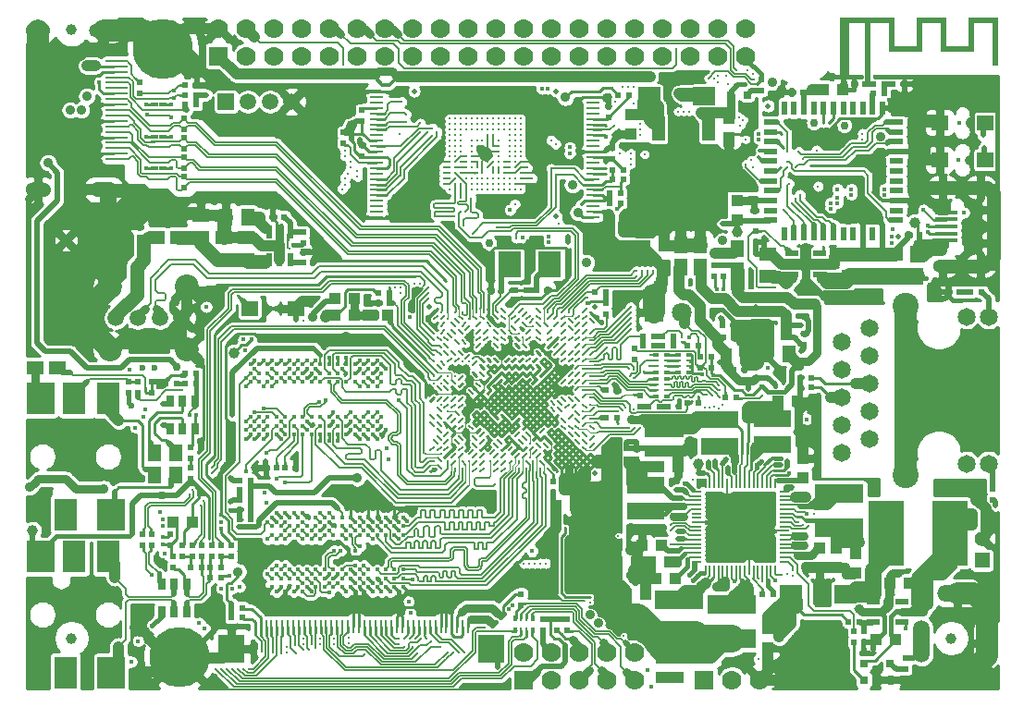
<source format=gbr>
%TF.GenerationSoftware,KiCad,Pcbnew,5.1.0-rc2-unknown-036be7d~80~ubuntu16.04.1*%
%TF.CreationDate,2019-07-02T13:39:23+03:00*%
%TF.ProjectId,A64-OlinuXino_Rev_E,4136342d-4f6c-4696-9e75-58696e6f5f52,D*%
%TF.SameCoordinates,Original*%
%TF.FileFunction,Copper,L1,Top*%
%TF.FilePolarity,Positive*%
%FSLAX46Y46*%
G04 Gerber Fmt 4.6, Leading zero omitted, Abs format (unit mm)*
G04 Created by KiCad (PCBNEW 5.1.0-rc2-unknown-036be7d~80~ubuntu16.04.1) date 2019-07-02 13:39:23*
%MOMM*%
%LPD*%
G04 APERTURE LIST*
%TA.AperFunction,EtchedComponent*%
%ADD10C,0.254000*%
%TD*%
%TA.AperFunction,SMDPad,CuDef*%
%ADD11R,0.625000X0.325000*%
%TD*%
%TA.AperFunction,SMDPad,CuDef*%
%ADD12R,0.625000X0.250000*%
%TD*%
%TA.AperFunction,SMDPad,CuDef*%
%ADD13R,0.550000X0.500000*%
%TD*%
%TA.AperFunction,SMDPad,CuDef*%
%ADD14R,0.800000X0.800000*%
%TD*%
%TA.AperFunction,BGAPad,CuDef*%
%ADD15C,0.250000*%
%TD*%
%TA.AperFunction,BGAPad,CuDef*%
%ADD16C,0.500000*%
%TD*%
%TA.AperFunction,ComponentPad*%
%ADD17C,2.400000*%
%TD*%
%TA.AperFunction,ComponentPad*%
%ADD18C,1.650000*%
%TD*%
%TA.AperFunction,ComponentPad*%
%ADD19O,1.800000X1.200000*%
%TD*%
%TA.AperFunction,SMDPad,CuDef*%
%ADD20R,1.000000X1.100000*%
%TD*%
%TA.AperFunction,SMDPad,CuDef*%
%ADD21R,2.150000X0.325000*%
%TD*%
%TA.AperFunction,SMDPad,CuDef*%
%ADD22R,1.300000X0.500000*%
%TD*%
%TA.AperFunction,SMDPad,CuDef*%
%ADD23R,0.500000X1.300000*%
%TD*%
%TA.AperFunction,SMDPad,CuDef*%
%ADD24R,1.219200X2.235200*%
%TD*%
%TA.AperFunction,SMDPad,CuDef*%
%ADD25R,3.600000X2.200000*%
%TD*%
%TA.AperFunction,BGAPad,CuDef*%
%ADD26C,0.300000*%
%TD*%
%TA.AperFunction,BGAPad,CuDef*%
%ADD27C,0.400000*%
%TD*%
%TA.AperFunction,SMDPad,CuDef*%
%ADD28R,2.100000X3.000000*%
%TD*%
%TA.AperFunction,SMDPad,CuDef*%
%ADD29R,2.500000X3.000000*%
%TD*%
%TA.AperFunction,SMDPad,CuDef*%
%ADD30R,2.400000X2.600000*%
%TD*%
%TA.AperFunction,SMDPad,CuDef*%
%ADD31R,0.250000X1.300000*%
%TD*%
%TA.AperFunction,ComponentPad*%
%ADD32R,1.422400X1.422400*%
%TD*%
%TA.AperFunction,ConnectorPad*%
%ADD33C,1.000000*%
%TD*%
%TA.AperFunction,ComponentPad*%
%ADD34O,2.300000X1.300000*%
%TD*%
%TA.AperFunction,SMDPad,CuDef*%
%ADD35R,2.000000X0.250000*%
%TD*%
%TA.AperFunction,ComponentPad*%
%ADD36O,2.700000X1.300000*%
%TD*%
%TA.AperFunction,ComponentPad*%
%ADD37R,0.400000X0.400000*%
%TD*%
%TA.AperFunction,SMDPad,CuDef*%
%ADD38R,5.500000X5.500000*%
%TD*%
%TA.AperFunction,SMDPad,CuDef*%
%ADD39R,0.900000X0.200000*%
%TD*%
%TA.AperFunction,SMDPad,CuDef*%
%ADD40R,0.200000X0.900000*%
%TD*%
%TA.AperFunction,SMDPad,CuDef*%
%ADD41R,3.500000X1.600000*%
%TD*%
%TA.AperFunction,SMDPad,CuDef*%
%ADD42R,4.500000X1.750000*%
%TD*%
%TA.AperFunction,SMDPad,CuDef*%
%ADD43R,3.200000X6.000000*%
%TD*%
%TA.AperFunction,ComponentPad*%
%ADD44C,1.500000*%
%TD*%
%TA.AperFunction,ComponentPad*%
%ADD45C,2.200000*%
%TD*%
%TA.AperFunction,ComponentPad*%
%ADD46C,5.500000*%
%TD*%
%TA.AperFunction,SMDPad,CuDef*%
%ADD47R,0.500000X0.550000*%
%TD*%
%TA.AperFunction,SMDPad,CuDef*%
%ADD48R,1.016000X1.016000*%
%TD*%
%TA.AperFunction,SMDPad,CuDef*%
%ADD49R,1.524000X1.270000*%
%TD*%
%TA.AperFunction,SMDPad,CuDef*%
%ADD50R,1.270000X1.524000*%
%TD*%
%TA.AperFunction,SMDPad,CuDef*%
%ADD51R,2.000000X1.700000*%
%TD*%
%TA.AperFunction,SMDPad,CuDef*%
%ADD52R,1.200000X0.550000*%
%TD*%
%TA.AperFunction,SMDPad,CuDef*%
%ADD53R,0.550000X1.200000*%
%TD*%
%TA.AperFunction,SMDPad,CuDef*%
%ADD54R,1.500000X1.400000*%
%TD*%
%TA.AperFunction,BGAPad,CuDef*%
%ADD55C,1.000000*%
%TD*%
%TA.AperFunction,ComponentPad*%
%ADD56R,1.500000X1.500000*%
%TD*%
%TA.AperFunction,ComponentPad*%
%ADD57C,1.778000*%
%TD*%
%TA.AperFunction,ComponentPad*%
%ADD58R,1.778000X1.778000*%
%TD*%
%TA.AperFunction,SMDPad,CuDef*%
%ADD59R,1.200000X0.250000*%
%TD*%
%TA.AperFunction,ComponentPad*%
%ADD60R,1.400000X1.400000*%
%TD*%
%TA.AperFunction,ComponentPad*%
%ADD61C,1.400000*%
%TD*%
%TA.AperFunction,ComponentPad*%
%ADD62R,1.800000X1.800000*%
%TD*%
%TA.AperFunction,ComponentPad*%
%ADD63C,1.800000*%
%TD*%
%TA.AperFunction,ComponentPad*%
%ADD64O,1.500000X3.900000*%
%TD*%
%TA.AperFunction,ComponentPad*%
%ADD65O,1.500000X3.600000*%
%TD*%
%TA.AperFunction,ComponentPad*%
%ADD66O,3.700000X1.500000*%
%TD*%
%TA.AperFunction,SMDPad,CuDef*%
%ADD67R,0.762000X1.016000*%
%TD*%
%TA.AperFunction,SMDPad,CuDef*%
%ADD68R,0.325000X0.625000*%
%TD*%
%TA.AperFunction,SMDPad,CuDef*%
%ADD69R,0.250000X0.625000*%
%TD*%
%TA.AperFunction,SMDPad,CuDef*%
%ADD70R,0.675000X0.200000*%
%TD*%
%TA.AperFunction,SMDPad,CuDef*%
%ADD71R,0.775000X0.300000*%
%TD*%
%TA.AperFunction,SMDPad,CuDef*%
%ADD72R,2.100000X2.400000*%
%TD*%
%TA.AperFunction,Conductor*%
%ADD73R,2.700000X0.500000*%
%TD*%
%TA.AperFunction,Conductor*%
%ADD74R,0.500000X3.140000*%
%TD*%
%TA.AperFunction,Conductor*%
%ADD75R,3.000000X0.500000*%
%TD*%
%TA.AperFunction,Conductor*%
%ADD76R,0.500000X4.440000*%
%TD*%
%TA.AperFunction,Conductor*%
%ADD77R,5.000000X0.500000*%
%TD*%
%TA.AperFunction,Conductor*%
%ADD78R,0.500000X5.400000*%
%TD*%
%TA.AperFunction,Conductor*%
%ADD79R,0.900000X5.400000*%
%TD*%
%TA.AperFunction,ViaPad*%
%ADD80C,0.750000*%
%TD*%
%TA.AperFunction,ViaPad*%
%ADD81C,0.900000*%
%TD*%
%TA.AperFunction,ViaPad*%
%ADD82C,0.450000*%
%TD*%
%TA.AperFunction,ViaPad*%
%ADD83C,0.327000*%
%TD*%
%TA.AperFunction,ViaPad*%
%ADD84C,0.406400*%
%TD*%
%TA.AperFunction,ViaPad*%
%ADD85C,0.600000*%
%TD*%
%TA.AperFunction,Conductor*%
%ADD86C,0.508000*%
%TD*%
%TA.AperFunction,Conductor*%
%ADD87C,0.203200*%
%TD*%
%TA.AperFunction,Conductor*%
%ADD88C,0.762000*%
%TD*%
%TA.AperFunction,Conductor*%
%ADD89C,1.016000*%
%TD*%
%TA.AperFunction,Conductor*%
%ADD90C,0.304800*%
%TD*%
%TA.AperFunction,Conductor*%
%ADD91C,0.254000*%
%TD*%
%TA.AperFunction,Conductor*%
%ADD92C,0.406400*%
%TD*%
%TA.AperFunction,Conductor*%
%ADD93C,0.127000*%
%TD*%
%TA.AperFunction,Conductor*%
%ADD94C,1.270000*%
%TD*%
%TA.AperFunction,Conductor*%
%ADD95C,2.032000*%
%TD*%
%TA.AperFunction,Conductor*%
%ADD96C,0.711200*%
%TD*%
%TA.AperFunction,Conductor*%
%ADD97C,0.106600*%
%TD*%
%TA.AperFunction,Conductor*%
%ADD98C,1.524000*%
%TD*%
%TA.AperFunction,Conductor*%
%ADD99C,2.540000*%
%TD*%
%TA.AperFunction,Conductor*%
%ADD100C,0.660400*%
%TD*%
%TA.AperFunction,Conductor*%
%ADD101C,0.381000*%
%TD*%
G04 APERTURE END LIST*
D10*
%TO.C,R34*%
X112014000Y-72390000D02*
X112014000Y-71374000D01*
%TO.C,R94*%
X146304000Y-62992000D02*
X145288000Y-62992000D01*
%TD*%
D11*
%TO.P,RM1,1.1*%
%TO.N,Net-(RM1-Pad1.1)*%
X159112500Y-72690000D03*
%TO.P,RM1,1.2*%
%TO.N,/USB&HDMI\002CWiFi&BT\002CEthernet\002CLCD/GTXD1/LCD_D23*%
X158087500Y-72690000D03*
D12*
%TO.P,RM1,2.1*%
%TO.N,Net-(RM1-Pad2.1)*%
X159112500Y-72150000D03*
%TO.P,RM1,2.2*%
%TO.N,/USB&HDMI\002CWiFi&BT\002CEthernet\002CLCD/GTXD0/LCD_CLK*%
X158087500Y-72150000D03*
%TO.P,RM1,3.1*%
%TO.N,Net-(RM1-Pad3.1)*%
X159112500Y-71650000D03*
%TO.P,RM1,3.2*%
%TO.N,/USB&HDMI\002CWiFi&BT\002CEthernet\002CLCD/GTXD2/LCD_D22*%
X158087500Y-71650000D03*
D11*
%TO.P,RM1,4.1*%
%TO.N,Net-(RM1-Pad4.1)*%
X159112500Y-71110000D03*
%TO.P,RM1,4.2*%
%TO.N,/USB&HDMI\002CWiFi&BT\002CEthernet\002CLCD/GTXD3/LCD_D21*%
X158087500Y-71110000D03*
%TD*%
%TO.P,RM15,1.1*%
%TO.N,Net-(RM15-Pad1.1)*%
X159112500Y-70490000D03*
%TO.P,RM15,1.2*%
%TO.N,/USB&HDMI\002CWiFi&BT\002CEthernet\002CLCD/GRXD0/LCD_D15*%
X158087500Y-70490000D03*
D12*
%TO.P,RM15,2.1*%
%TO.N,Net-(RM15-Pad2.1)*%
X159112500Y-69950000D03*
%TO.P,RM15,2.2*%
%TO.N,/USB&HDMI\002CWiFi&BT\002CEthernet\002CLCD/GRXD1/LCD_D14*%
X158087500Y-69950000D03*
%TO.P,RM15,3.1*%
%TO.N,Net-(RM15-Pad3.1)*%
X159112500Y-69450000D03*
%TO.P,RM15,3.2*%
%TO.N,/USB&HDMI\002CWiFi&BT\002CEthernet\002CLCD/GRXD2/LCD_D13*%
X158087500Y-69450000D03*
D11*
%TO.P,RM15,4.1*%
%TO.N,Net-(RM15-Pad4.1)*%
X159112500Y-68910000D03*
%TO.P,RM15,4.2*%
%TO.N,/USB&HDMI\002CWiFi&BT\002CEthernet\002CLCD/GRXD3/LCD_D12*%
X158087500Y-68910000D03*
%TD*%
D13*
%TO.P,R117,1*%
%TO.N,Net-(C211-Pad2)*%
X156210000Y-68326000D03*
%TO.P,R117,2*%
%TO.N,/USB&HDMI\002CWiFi&BT\002CEthernet\002CLCD/EPHY-RST#*%
X156210000Y-69342000D03*
%TD*%
D14*
%TO.P,CHGLED1,1*%
%TO.N,Net-(CHGLED1-Pad1)*%
X177165000Y-98679000D03*
%TO.P,CHGLED1,2*%
%TO.N,IPS*%
X177165000Y-97155000D03*
%TD*%
%TO.P,PWRLED1,1*%
%TO.N,GND*%
X179578000Y-98679000D03*
%TO.P,PWRLED1,2*%
%TO.N,Net-(PWRLED1-Pad2)*%
X179578000Y-97155000D03*
%TD*%
D15*
%TO.P,U5,A1*%
%TO.N,N/C*%
X139250000Y-53750000D03*
%TO.P,U5,A2*%
X139250000Y-53250000D03*
%TO.P,U5,A3*%
%TO.N,/NAND Flash \002C eMMC\002C T-Card and Audio/NAND0-DQ0/SDC2-D0*%
X139250000Y-52750000D03*
%TO.P,U5,A4*%
%TO.N,/NAND Flash \002C eMMC\002C T-Card and Audio/NAND0-DQ1/SDC2-D1*%
X139250000Y-52250000D03*
%TO.P,U5,A5*%
%TO.N,/NAND Flash \002C eMMC\002C T-Card and Audio/NAND0-DQ2/SDC2-D2*%
X139250000Y-51750000D03*
%TO.P,U5,A6*%
%TO.N,GND*%
X139250000Y-51250000D03*
%TO.P,U5,A7*%
%TO.N,N/C*%
X139250000Y-50750000D03*
%TO.P,U5,A8*%
X139250000Y-50250000D03*
%TO.P,U5,A9*%
X139250000Y-49750000D03*
%TO.P,U5,A10*%
X139250000Y-49250000D03*
%TO.P,U5,A11*%
X139250000Y-48750000D03*
%TO.P,U5,A14*%
X139250000Y-47250000D03*
%TO.P,U5,A13*%
X139250000Y-47750000D03*
%TO.P,U5,A12*%
X139250000Y-48250000D03*
%TO.P,U5,B12*%
X139750000Y-48250000D03*
%TO.P,U5,B13*%
X139750000Y-47750000D03*
%TO.P,U5,B14*%
X139750000Y-47250000D03*
%TO.P,U5,B11*%
X139750000Y-48750000D03*
%TO.P,U5,B10*%
X139750000Y-49250000D03*
%TO.P,U5,B9*%
X139750000Y-49750000D03*
%TO.P,U5,B8*%
X139750000Y-50250000D03*
%TO.P,U5,B7*%
X139750000Y-50750000D03*
%TO.P,U5,B6*%
%TO.N,/NAND Flash \002C eMMC\002C T-Card and Audio/NAND0-DQ7/SDC2-D7*%
X139750000Y-51250000D03*
%TO.P,U5,B5*%
%TO.N,/NAND Flash \002C eMMC\002C T-Card and Audio/NAND0-DQ6/SDC2-D6*%
X139750000Y-51750000D03*
%TO.P,U5,B4*%
%TO.N,/NAND Flash \002C eMMC\002C T-Card and Audio/NAND0-DQ5/SDC2-D5*%
X139750000Y-52250000D03*
%TO.P,U5,B3*%
%TO.N,/NAND Flash \002C eMMC\002C T-Card and Audio/NAND0-DQ4/SDC2-D4*%
X139750000Y-52750000D03*
%TO.P,U5,B2*%
%TO.N,/NAND Flash \002C eMMC\002C T-Card and Audio/NAND0-DQ3/SDC2-D3*%
X139750000Y-53250000D03*
%TO.P,U5,B1*%
%TO.N,N/C*%
X139750000Y-53750000D03*
%TO.P,U5,C1*%
X140250000Y-53750000D03*
%TO.P,U5,C2*%
%TO.N,Net-(C37-Pad2)*%
X140250000Y-53250000D03*
%TO.P,U5,C3*%
%TO.N,N/C*%
X140250000Y-52750000D03*
%TO.P,U5,C4*%
%TO.N,GND*%
X140250000Y-52250000D03*
%TO.P,U5,C5*%
%TO.N,N/C*%
X140250000Y-51750000D03*
%TO.P,U5,C6*%
%TO.N,VCC-PC*%
X140250000Y-51250000D03*
%TO.P,U5,C7*%
%TO.N,N/C*%
X140250000Y-50750000D03*
%TO.P,U5,C8*%
X140250000Y-50250000D03*
%TO.P,U5,C9*%
X140250000Y-49750000D03*
%TO.P,U5,C10*%
X140250000Y-49250000D03*
%TO.P,U5,C11*%
X140250000Y-48750000D03*
%TO.P,U5,C14*%
X140250000Y-47250000D03*
%TO.P,U5,C13*%
X140250000Y-47750000D03*
%TO.P,U5,C12*%
X140250000Y-48250000D03*
%TO.P,U5,D12*%
X140750000Y-48250000D03*
%TO.P,U5,D13*%
X140750000Y-47750000D03*
%TO.P,U5,D14*%
X140750000Y-47250000D03*
%TO.P,U5,D4*%
X140750000Y-52250000D03*
%TO.P,U5,D3*%
X140750000Y-52750000D03*
%TO.P,U5,D2*%
X140750000Y-53250000D03*
%TO.P,U5,D1*%
X140750000Y-53750000D03*
%TO.P,U5,E12*%
X141250000Y-48250000D03*
%TO.P,U5,E13*%
X141250000Y-47750000D03*
%TO.P,U5,E14*%
X141250000Y-47250000D03*
%TO.P,U5,E10*%
X141250000Y-49250000D03*
%TO.P,U5,E9*%
X141250000Y-49750000D03*
%TO.P,U5,E8*%
X141250000Y-50250000D03*
%TO.P,U5,E7*%
%TO.N,GND*%
X141250000Y-50750000D03*
%TO.P,U5,E6*%
%TO.N,Net-(C42-Pad1)*%
X141250000Y-51250000D03*
%TO.P,U5,E5*%
%TO.N,N/C*%
X141250000Y-51750000D03*
%TO.P,U5,E3*%
X141250000Y-52750000D03*
%TO.P,U5,E2*%
X141250000Y-53250000D03*
%TO.P,U5,E1*%
X141250000Y-53750000D03*
%TO.P,U5,F1*%
X141750000Y-53750000D03*
%TO.P,U5,F2*%
X141750000Y-53250000D03*
%TO.P,U5,F3*%
X141750000Y-52750000D03*
%TO.P,U5,F5*%
%TO.N,Net-(C42-Pad1)*%
X141750000Y-51750000D03*
%TO.P,U5,F10*%
%TO.N,N/C*%
X141750000Y-49250000D03*
%TO.P,U5,F14*%
X141750000Y-47250000D03*
%TO.P,U5,F13*%
X141750000Y-47750000D03*
%TO.P,U5,F12*%
X141750000Y-48250000D03*
%TO.P,U5,G12*%
X142250000Y-48250000D03*
%TO.P,U5,G13*%
X142250000Y-47750000D03*
%TO.P,U5,G14*%
X142250000Y-47250000D03*
%TO.P,U5,G10*%
X142250000Y-49250000D03*
%TO.P,U5,G5*%
%TO.N,GND*%
X142250000Y-51750000D03*
%TO.P,U5,G3*%
%TO.N,N/C*%
X142250000Y-52750000D03*
%TO.P,U5,G2*%
X142250000Y-53250000D03*
%TO.P,U5,G1*%
X142250000Y-53750000D03*
%TO.P,U5,J1*%
X143250000Y-53750000D03*
%TO.P,U5,J2*%
X143250000Y-53250000D03*
%TO.P,U5,J3*%
X143250000Y-52750000D03*
%TO.P,U5,J5*%
%TO.N,GND*%
X143250000Y-51750000D03*
%TO.P,U5,J10*%
%TO.N,Net-(C42-Pad1)*%
X143250000Y-49250000D03*
%TO.P,U5,J14*%
%TO.N,N/C*%
X143250000Y-47250000D03*
%TO.P,U5,J13*%
X143250000Y-47750000D03*
%TO.P,U5,J12*%
X143250000Y-48250000D03*
%TO.P,U5,H12*%
X142750000Y-48250000D03*
%TO.P,U5,H13*%
X142750000Y-47750000D03*
%TO.P,U5,H14*%
X142750000Y-47250000D03*
%TO.P,U5,H10*%
%TO.N,GND*%
X142750000Y-49250000D03*
%TO.P,U5,H5*%
%TO.N,Net-(R66-Pad1)*%
X142750000Y-51750000D03*
%TO.P,U5,H3*%
%TO.N,N/C*%
X142750000Y-52750000D03*
%TO.P,U5,H2*%
X142750000Y-53250000D03*
%TO.P,U5,H1*%
X142750000Y-53750000D03*
%TO.P,U5,K1*%
X143750000Y-53750000D03*
%TO.P,U5,K2*%
X143750000Y-53250000D03*
%TO.P,U5,K3*%
X143750000Y-52750000D03*
%TO.P,U5,K5*%
%TO.N,/NAND Flash \002C eMMC\002C T-Card and Audio/NAND0-DQS/SDC2-RST*%
X143750000Y-51750000D03*
%TO.P,U5,K6*%
%TO.N,N/C*%
X143750000Y-51250000D03*
%TO.P,U5,K7*%
X143750000Y-50750000D03*
%TO.P,U5,K8*%
%TO.N,GND*%
X143750000Y-50250000D03*
%TO.P,U5,K9*%
%TO.N,Net-(C42-Pad1)*%
X143750000Y-49750000D03*
%TO.P,U5,K10*%
%TO.N,N/C*%
X143750000Y-49250000D03*
%TO.P,U5,K14*%
X143750000Y-47250000D03*
%TO.P,U5,K13*%
X143750000Y-47750000D03*
%TO.P,U5,K12*%
X143750000Y-48250000D03*
%TO.P,U5,L1*%
X144250000Y-53750000D03*
%TO.P,U5,L2*%
X144250000Y-53250000D03*
%TO.P,U5,L3*%
X144250000Y-52750000D03*
%TO.P,U5,L14*%
X144250000Y-47250000D03*
%TO.P,U5,L13*%
X144250000Y-47750000D03*
%TO.P,U5,L12*%
X144250000Y-48250000D03*
%TO.P,U5,P12*%
X145750000Y-48250000D03*
%TO.P,U5,P13*%
X145750000Y-47750000D03*
%TO.P,U5,P14*%
X145750000Y-47250000D03*
%TO.P,U5,P11*%
X145750000Y-48750000D03*
%TO.P,U5,P10*%
X145750000Y-49250000D03*
%TO.P,U5,P9*%
X145750000Y-49750000D03*
%TO.P,U5,P8*%
X145750000Y-50250000D03*
%TO.P,U5,P7*%
X145750000Y-50750000D03*
%TO.P,U5,P6*%
%TO.N,GND*%
X145750000Y-51250000D03*
%TO.P,U5,P5*%
%TO.N,VCC-PC*%
X145750000Y-51750000D03*
%TO.P,U5,P4*%
%TO.N,GND*%
X145750000Y-52250000D03*
%TO.P,U5,P3*%
%TO.N,VCC-PC*%
X145750000Y-52750000D03*
%TO.P,U5,P2*%
%TO.N,N/C*%
X145750000Y-53250000D03*
%TO.P,U5,P1*%
X145750000Y-53750000D03*
%TO.P,U5,N1*%
X145250000Y-53750000D03*
%TO.P,U5,N2*%
%TO.N,GND*%
X145250000Y-53250000D03*
%TO.P,U5,N3*%
%TO.N,N/C*%
X145250000Y-52750000D03*
%TO.P,U5,N4*%
%TO.N,VCC-PC*%
X145250000Y-52250000D03*
%TO.P,U5,N5*%
%TO.N,GND*%
X145250000Y-51750000D03*
%TO.P,U5,N6*%
%TO.N,N/C*%
X145250000Y-51250000D03*
%TO.P,U5,N7*%
X145250000Y-50750000D03*
%TO.P,U5,N8*%
X145250000Y-50250000D03*
%TO.P,U5,N9*%
X145250000Y-49750000D03*
%TO.P,U5,N10*%
X145250000Y-49250000D03*
%TO.P,U5,N11*%
X145250000Y-48750000D03*
%TO.P,U5,N14*%
X145250000Y-47250000D03*
%TO.P,U5,N13*%
X145250000Y-47750000D03*
%TO.P,U5,N12*%
X145250000Y-48250000D03*
%TO.P,U5,M12*%
X144750000Y-48250000D03*
%TO.P,U5,M13*%
X144750000Y-47750000D03*
%TO.P,U5,M14*%
X144750000Y-47250000D03*
%TO.P,U5,M11*%
X144750000Y-48750000D03*
%TO.P,U5,M10*%
X144750000Y-49250000D03*
%TO.P,U5,M9*%
X144750000Y-49750000D03*
%TO.P,U5,M8*%
X144750000Y-50250000D03*
%TO.P,U5,M7*%
X144750000Y-50750000D03*
%TO.P,U5,M6*%
%TO.N,Net-(R68-Pad1)*%
X144750000Y-51250000D03*
%TO.P,U5,M5*%
%TO.N,/NAND Flash \002C eMMC\002C T-Card and Audio/NAND0-RB0/SDC2-CMD*%
X144750000Y-51750000D03*
%TO.P,U5,M4*%
%TO.N,VCC-PC*%
X144750000Y-52250000D03*
%TO.P,U5,M3*%
%TO.N,N/C*%
X144750000Y-52750000D03*
%TO.P,U5,M2*%
X144750000Y-53250000D03*
%TO.P,U5,M1*%
X144750000Y-53750000D03*
D16*
%TO.P,U5,FID1*%
X136000000Y-44750000D03*
%TO.P,U5,FID2*%
X149000000Y-44750000D03*
%TO.P,U5,FID3*%
X149000000Y-56250000D03*
%TD*%
D17*
%TO.P,LAN1,SH2*%
%TO.N,Net-(C196-Pad2)*%
X180975000Y-79883000D03*
%TO.P,LAN1,SH1*%
X180975000Y-64389000D03*
D18*
%TO.P,LAN1,14*%
%TO.N,/USB&HDMI\002CWiFi&BT\002CEthernet\002CLCD/PHYAD0*%
X188595000Y-78867000D03*
%TO.P,LAN1,13*%
%TO.N,/USB&HDMI\002CWiFi&BT\002CEthernet\002CLCD/VDD33*%
X186563000Y-78867000D03*
%TO.P,LAN1,12*%
%TO.N,/USB&HDMI\002CWiFi&BT\002CEthernet\002CLCD/PHYAD1*%
X188595000Y-65405000D03*
%TO.P,LAN1,11*%
%TO.N,/USB&HDMI\002CWiFi&BT\002CEthernet\002CLCD/VDD33*%
X186563000Y-65405000D03*
%TO.P,LAN1,10*%
%TO.N,/USB&HDMI\002CWiFi&BT\002CEthernet\002CLCD/MDI[3]-*%
X175133000Y-77851000D03*
%TO.P,LAN1,9*%
%TO.N,/USB&HDMI\002CWiFi&BT\002CEthernet\002CLCD/MDI[3]+*%
X177673000Y-76581000D03*
%TO.P,LAN1,8*%
%TO.N,/USB&HDMI\002CWiFi&BT\002CEthernet\002CLCD/MDI[2]-*%
X175133000Y-75311000D03*
%TO.P,LAN1,7*%
%TO.N,/USB&HDMI\002CWiFi&BT\002CEthernet\002CLCD/MDI[2]+*%
X177673000Y-74041000D03*
%TO.P,LAN1,6*%
%TO.N,Net-(C200-Pad2)*%
X175133000Y-72771000D03*
%TO.P,LAN1,5*%
%TO.N,Net-(C199-Pad2)*%
X177673000Y-71501000D03*
%TO.P,LAN1,4*%
%TO.N,/USB&HDMI\002CWiFi&BT\002CEthernet\002CLCD/MDI[1]-*%
X175133000Y-70231000D03*
%TO.P,LAN1,3*%
%TO.N,/USB&HDMI\002CWiFi&BT\002CEthernet\002CLCD/MDI[1]+*%
X177673000Y-68961000D03*
%TO.P,LAN1,2*%
%TO.N,/USB&HDMI\002CWiFi&BT\002CEthernet\002CLCD/MDI[0]-*%
X175133000Y-67691000D03*
%TO.P,LAN1,1*%
%TO.N,/USB&HDMI\002CWiFi&BT\002CEthernet\002CLCD/MDI[0]+*%
X177673000Y-66421000D03*
%TD*%
D19*
%TO.P,USB-OTG1,0*%
%TO.N,GND*%
X187842000Y-53550000D03*
X184372000Y-53550000D03*
X184372000Y-60750000D03*
X187842000Y-60750000D03*
D20*
X188992000Y-55650000D03*
X188992000Y-58650000D03*
D21*
%TO.P,USB-OTG1,5*%
X184692000Y-55850000D03*
%TO.P,USB-OTG1,4*%
%TO.N,/USB&HDMI\002CWiFi&BT\002CEthernet\002CLCD/USB0-ID*%
X184692000Y-56500000D03*
%TO.P,USB-OTG1,3*%
%TO.N,USB0-D_P*%
X184692000Y-57150000D03*
%TO.P,USB-OTG1,2*%
%TO.N,USB0-D_N*%
X184692000Y-57800000D03*
%TO.P,USB-OTG1,1*%
%TO.N,+5V_USBOTG*%
X184692000Y-58450000D03*
%TD*%
D16*
%TO.P,U11,FID1*%
%TO.N,N/C*%
X168402000Y-46101000D03*
D22*
%TO.P,U11,44*%
%TO.N,/USB&HDMI\002CWiFi&BT\002CEthernet\002CLCD/BT-UART-CTS*%
X180146000Y-47570000D03*
%TO.P,U11,43*%
%TO.N,/USB&HDMI\002CWiFi&BT\002CEthernet\002CLCD/BT-UART-RX*%
X180146000Y-48470000D03*
%TO.P,U11,42*%
%TO.N,/USB&HDMI\002CWiFi&BT\002CEthernet\002CLCD/BT-UART-TX*%
X180146000Y-49370000D03*
%TO.P,U11,41*%
%TO.N,GND*%
X180146000Y-50270000D03*
%TO.P,U11,40*%
%TO.N,Net-(U11-Pad40)*%
X180146000Y-51170000D03*
%TO.P,U11,39*%
%TO.N,Net-(U11-Pad39)*%
X180146000Y-52070000D03*
%TO.P,U11,38*%
%TO.N,Net-(U11-Pad38)*%
X180146000Y-52970000D03*
%TO.P,U11,37*%
%TO.N,Net-(U11-Pad37)*%
X180146000Y-53870000D03*
%TO.P,U11,36*%
%TO.N,GND*%
X180146000Y-54770000D03*
%TO.P,U11,35*%
%TO.N,Net-(U11-Pad35)*%
X180146000Y-55670000D03*
%TO.P,U11,34*%
%TO.N,/USB&HDMI\002CWiFi&BT\002CEthernet\002CLCD/BT-RST-N*%
X180146000Y-56570000D03*
D23*
%TO.P,U11,33*%
%TO.N,GND*%
X178871000Y-57845000D03*
%TO.P,U11,32*%
%TO.N,Net-(U11-Pad32)*%
X177971000Y-57845000D03*
%TO.P,U11,31*%
%TO.N,GND*%
X177071000Y-57845000D03*
%TO.P,U11,30*%
%TO.N,Net-(U11-Pad30)*%
X176171000Y-57845000D03*
%TO.P,U11,29*%
%TO.N,Net-(U11-Pad29)*%
X175271000Y-57845000D03*
%TO.P,U11,28*%
%TO.N,/USB&HDMI\002CWiFi&BT\002CEthernet\002CLCD/BT-PCM-SYNC*%
X174371000Y-57845000D03*
%TO.P,U11,27*%
%TO.N,/USB&HDMI\002CWiFi&BT\002CEthernet\002CLCD/BT-PCM-DIN*%
X173471000Y-57845000D03*
%TO.P,U11,26*%
%TO.N,/USB&HDMI\002CWiFi&BT\002CEthernet\002CLCD/BT-PCM-CLK*%
X172571000Y-57845000D03*
%TO.P,U11,25*%
%TO.N,/USB&HDMI\002CWiFi&BT\002CEthernet\002CLCD/BT-PCM-DOUT*%
X171671000Y-57845000D03*
%TO.P,U11,24*%
%TO.N,Net-(R60-Pad1)*%
X170771000Y-57845000D03*
%TO.P,U11,23*%
%TO.N,Net-(U11-Pad23)*%
X169871000Y-57845000D03*
D22*
%TO.P,U11,22*%
%TO.N,+3.3VWiFiIO*%
X168596000Y-56570000D03*
%TO.P,U11,21*%
%TO.N,Net-(U11-Pad21)*%
X168596000Y-55670000D03*
%TO.P,U11,20*%
%TO.N,GND*%
X168596000Y-54770000D03*
%TO.P,U11,19*%
%TO.N,/USB&HDMI\002CWiFi&BT\002CEthernet\002CLCD/WL-SDIO-D1*%
X168596000Y-53870000D03*
%TO.P,U11,18*%
%TO.N,/USB&HDMI\002CWiFi&BT\002CEthernet\002CLCD/WL-SDIO-D0*%
X168596000Y-52970000D03*
%TO.P,U11,17*%
%TO.N,Net-(R54-Pad1)*%
X168596000Y-52070000D03*
%TO.P,U11,16*%
%TO.N,/USB&HDMI\002CWiFi&BT\002CEthernet\002CLCD/WL-SDIO-CMD*%
X168596000Y-51170000D03*
%TO.P,U11,15*%
%TO.N,/USB&HDMI\002CWiFi&BT\002CEthernet\002CLCD/WL-SDIO-D3*%
X168596000Y-50270000D03*
%TO.P,U11,14*%
%TO.N,/USB&HDMI\002CWiFi&BT\002CEthernet\002CLCD/WL-SDIO-D2*%
X168596000Y-49370000D03*
%TO.P,U11,13*%
%TO.N,/USB&HDMI\002CWiFi&BT\002CEthernet\002CLCD/WL-WAKE-AP*%
X168596000Y-48470000D03*
%TO.P,U11,12*%
%TO.N,/USB&HDMI\002CWiFi&BT\002CEthernet\002CLCD/WL-PMU-EN*%
X168596000Y-47570000D03*
D23*
%TO.P,U11,11*%
%TO.N,Net-(U11-Pad11)*%
X169871000Y-46295000D03*
%TO.P,U11,10*%
%TO.N,Net-(U11-Pad10)*%
X170771000Y-46295000D03*
%TO.P,U11,9*%
%TO.N,+3V3*%
X171671000Y-46295000D03*
%TO.P,U11,8*%
%TO.N,Net-(U11-Pad8)*%
X172571000Y-46295000D03*
%TO.P,U11,7*%
%TO.N,/USB&HDMI\002CWiFi&BT\002CEthernet\002CLCD/BT-WAKE-AP*%
X173471000Y-46295000D03*
%TO.P,U11,6*%
%TO.N,/USB&HDMI\002CWiFi&BT\002CEthernet\002CLCD/AP-WAKE-BT*%
X174371000Y-46295000D03*
%TO.P,U11,5*%
%TO.N,Net-(U11-Pad5)*%
X175271000Y-46295000D03*
%TO.P,U11,4*%
%TO.N,Net-(U11-Pad4)*%
X176171000Y-46295000D03*
%TO.P,U11,3*%
%TO.N,Net-(U11-Pad3)*%
X177071000Y-46295000D03*
%TO.P,U11,2*%
%TO.N,Net-(C105-Pad1)*%
X177971000Y-46295000D03*
%TO.P,U11,1*%
%TO.N,GND*%
X178871000Y-46295000D03*
D16*
%TO.P,U11,FID2*%
%TO.N,N/C*%
X180340000Y-58039000D03*
%TD*%
D24*
%TO.P,VR1,1*%
%TO.N,GND*%
X162966400Y-48209200D03*
%TO.P,VR1,2*%
%TO.N,/USB&HDMI\002CWiFi&BT\002CEthernet\002CLCD/1.25_EXT*%
X160655000Y-48209200D03*
%TO.P,VR1,3*%
%TO.N,Net-(C218-Pad1)*%
X158343600Y-48209200D03*
D25*
%TO.P,VR1,2*%
%TO.N,/USB&HDMI\002CWiFi&BT\002CEthernet\002CLCD/1.25_EXT*%
X160655000Y-54406800D03*
%TD*%
D16*
%TO.P,U1,fid3*%
%TO.N,N/C*%
X137350000Y-64550000D03*
%TO.P,U1,fid1*%
X152550000Y-79750000D03*
D26*
%TO.P,U1,AB18*%
%TO.N,/USB&HDMI\002CWiFi&BT\002CEthernet\002CLCD/BT-PCM-CLK*%
X151450000Y-68250000D03*
%TO.P,U1,AA18*%
%TO.N,/Power Supply\002C Extensions and MiPi-DSI/PE0*%
X150800000Y-68250000D03*
%TO.P,U1,V18*%
%TO.N,/USB&HDMI\002CWiFi&BT\002CEthernet\002CLCD/LCD_D6*%
X148850000Y-68250000D03*
%TO.P,U1,U18*%
%TO.N,Net-(3.3V/VCC-PE:2.8V1-Pad2)*%
X148200000Y-68250000D03*
%TO.P,U1,P18*%
%TO.N,/NAND Flash \002C eMMC\002C T-Card and Audio/NAND0-DQ4/SDC2-D4*%
X146250000Y-68250000D03*
%TO.P,U1,N18*%
%TO.N,+3V3*%
X145600000Y-68250000D03*
%TO.P,U1,K18*%
%TO.N,SPI0_MISO*%
X143650000Y-68250000D03*
%TO.P,U1,G18*%
%TO.N,AP-NMI#*%
X141700000Y-68250000D03*
%TO.P,U1,C18*%
%TO.N,Net-(C184-Pad1)*%
X139100000Y-68250000D03*
%TO.P,U1,B18*%
%TO.N,AP-CK32KO*%
X138450000Y-68250000D03*
%TO.P,U1,AC17*%
%TO.N,/USB&HDMI\002CWiFi&BT\002CEthernet\002CLCD/BT-UART-CTS*%
X152100000Y-68900000D03*
%TO.P,U1,AB17*%
%TO.N,/USB&HDMI\002CWiFi&BT\002CEthernet\002CLCD/BT-UART-RX*%
X151450000Y-68900000D03*
%TO.P,U1,AA17*%
%TO.N,/USB&HDMI\002CWiFi&BT\002CEthernet\002CLCD/LCD_D3*%
X150800000Y-68900000D03*
%TO.P,U1,Y17*%
%TO.N,/Power Supply\002C Extensions and MiPi-DSI/PE9*%
X150150000Y-68900000D03*
%TO.P,U1,W17*%
%TO.N,/Power Supply\002C Extensions and MiPi-DSI/PE5*%
X149500000Y-68900000D03*
%TO.P,U1,V17*%
%TO.N,/USB&HDMI\002CWiFi&BT\002CEthernet\002CLCD/GRXD3/LCD_D12*%
X148850000Y-68900000D03*
%TO.P,U1,T17*%
%TO.N,+3.3VWiFiIO*%
X147550000Y-68900000D03*
%TO.P,U1,F17*%
%TO.N,UBOOT*%
X141050000Y-68900000D03*
%TO.P,U1,E17*%
%TO.N,AP-RESET#*%
X140400000Y-68900000D03*
%TO.P,U1,D17*%
%TO.N,PMU-SCK*%
X139750000Y-68900000D03*
%TO.P,U1,C17*%
%TO.N,PMU-SDA*%
X139100000Y-68900000D03*
%TO.P,U1,B17*%
%TO.N,/NAND Flash \002C eMMC\002C T-Card and Audio/MICIN2P*%
X138450000Y-68900000D03*
%TO.P,U1,A17*%
%TO.N,/NAND Flash \002C eMMC\002C T-Card and Audio/MICIN2N*%
X137800000Y-68900000D03*
%TO.P,U1,AC16*%
%TO.N,/USB&HDMI\002CWiFi&BT\002CEthernet\002CLCD/GRXCK/LCD_D18*%
X152100000Y-69550000D03*
%TO.P,U1,AB16*%
%TO.N,/USB&HDMI\002CWiFi&BT\002CEthernet\002CLCD/GRXCTL/LCD_D19*%
X151450000Y-69550000D03*
%TO.P,U1,AA16*%
%TO.N,/USB&HDMI\002CWiFi&BT\002CEthernet\002CLCD/LCD_D11*%
X150800000Y-69550000D03*
%TO.P,U1,Y16*%
%TO.N,/USB&HDMI\002CWiFi&BT\002CEthernet\002CLCD/GRXD0/LCD_D15*%
X150150000Y-69550000D03*
%TO.P,U1,W16*%
%TO.N,/USB&HDMI\002CWiFi&BT\002CEthernet\002CLCD/GRXD1/LCD_D14*%
X149500000Y-69550000D03*
%TO.P,U1,U16*%
%TO.N,+3V3*%
X148200000Y-69550000D03*
%TO.P,U1,R16*%
%TO.N,VCC-PC*%
X146900000Y-69550000D03*
%TO.P,U1,P16*%
%TO.N,Net-(C188-Pad2)*%
X146250000Y-69550000D03*
%TO.P,U1,N16*%
%TO.N,+3.0VA*%
X145600000Y-69550000D03*
%TO.P,U1,M16*%
%TO.N,+3.3VD*%
X144950000Y-69550000D03*
%TO.P,U1,L16*%
%TO.N,+3V3*%
X144300000Y-69550000D03*
%TO.P,U1,K16*%
%TO.N,1.2V_HSIC*%
X143650000Y-69550000D03*
%TO.P,U1,J16*%
%TO.N,VCC-PL*%
X143000000Y-69550000D03*
%TO.P,U1,H16*%
%TO.N,3.0V_RTC*%
X142350000Y-69550000D03*
%TO.P,U1,G16*%
%TO.N,Net-(C192-Pad2)*%
X141700000Y-69550000D03*
%TO.P,U1,F16*%
%TO.N,Net-(U1-PadF16)*%
X141050000Y-69550000D03*
%TO.P,U1,E16*%
%TO.N,Net-(U1-PadE16)*%
X140400000Y-69550000D03*
%TO.P,U1,D16*%
%TO.N,/NAND Flash \002C eMMC\002C T-Card and Audio/LINEOUTL*%
X139750000Y-69550000D03*
%TO.P,U1,C16*%
%TO.N,/NAND Flash \002C eMMC\002C T-Card and Audio/LINEOUTR*%
X139100000Y-69550000D03*
%TO.P,U1,B16*%
%TO.N,/NAND Flash \002C eMMC\002C T-Card and Audio/MICIN1N*%
X138450000Y-69550000D03*
%TO.P,U1,A16*%
%TO.N,KEYADC*%
X137800000Y-69550000D03*
%TO.P,U1,AB15*%
%TO.N,/USB&HDMI\002CWiFi&BT\002CEthernet\002CLCD/LCD_D20*%
X151450000Y-70200000D03*
%TO.P,U1,AA15*%
%TO.N,/USB&HDMI\002CWiFi&BT\002CEthernet\002CLCD/LCD_D7*%
X150800000Y-70200000D03*
%TO.P,U1,U15*%
%TO.N,+3V3*%
X148200000Y-70200000D03*
%TO.P,U1,T15*%
%TO.N,1.1V_SYS*%
X147550000Y-70200000D03*
%TO.P,U1,H15*%
%TO.N,1.1V_CPUS*%
X142350000Y-70200000D03*
%TO.P,U1,B15*%
%TO.N,/NAND Flash \002C eMMC\002C T-Card and Audio/MICIN1P*%
X138450000Y-70200000D03*
%TO.P,U1,AC14*%
%TO.N,/USB&HDMI\002CWiFi&BT\002CEthernet\002CLCD/GTXD2/LCD_D22*%
X152100000Y-70850000D03*
%TO.P,U1,AB14*%
%TO.N,/USB&HDMI\002CWiFi&BT\002CEthernet\002CLCD/GTXD3/LCD_D21*%
X151450000Y-70850000D03*
%TO.P,U1,AA14*%
%TO.N,/USB&HDMI\002CWiFi&BT\002CEthernet\002CLCD/LCD_D5*%
X150800000Y-70850000D03*
%TO.P,U1,Y14*%
%TO.N,/USB&HDMI\002CWiFi&BT\002CEthernet\002CLCD/EPHY-RST#*%
X150150000Y-70850000D03*
%TO.P,U1,T14*%
%TO.N,+3V3*%
X147550000Y-70850000D03*
%TO.P,U1,R14*%
%TO.N,1.1V_SYS*%
X146900000Y-70850000D03*
%TO.P,U1,P14*%
X146250000Y-70850000D03*
%TO.P,U1,N14*%
X145600000Y-70850000D03*
%TO.P,U1,M14*%
X144950000Y-70850000D03*
%TO.P,U1,L14*%
X144300000Y-70850000D03*
%TO.P,U1,K14*%
X143650000Y-70850000D03*
%TO.P,U1,H14*%
%TO.N,Net-(R96-Pad1)*%
X142350000Y-70850000D03*
%TO.P,U1,G14*%
%TO.N,+3.0VA*%
X141700000Y-70850000D03*
%TO.P,U1,E14*%
%TO.N,/NAND Flash \002C eMMC\002C T-Card and Audio/MBIAS*%
X140400000Y-70850000D03*
%TO.P,U1,D14*%
%TO.N,Net-(U1-PadD14)*%
X139750000Y-70850000D03*
%TO.P,U1,C14*%
%TO.N,Net-(U1-PadC14)*%
X139100000Y-70850000D03*
%TO.P,U1,B14*%
%TO.N,/NAND Flash \002C eMMC\002C T-Card and Audio/LINEINL*%
X138450000Y-70850000D03*
%TO.P,U1,A14*%
%TO.N,/NAND Flash \002C eMMC\002C T-Card and Audio/LINEINR*%
X137800000Y-70850000D03*
%TO.P,U1,AC13*%
%TO.N,/USB&HDMI\002CWiFi&BT\002CEthernet\002CLCD/GTXD1/LCD_D23*%
X152100000Y-71500000D03*
%TO.P,U1,AB13*%
%TO.N,/USB&HDMI\002CWiFi&BT\002CEthernet\002CLCD/GTXD0/LCD_CLK*%
X151450000Y-71500000D03*
%TO.P,U1,AA13*%
%TO.N,/USB&HDMI\002CWiFi&BT\002CEthernet\002CLCD/GRXD2/LCD_D13*%
X150800000Y-71500000D03*
%TO.P,U1,Y13*%
%TO.N,/USB&HDMI\002CWiFi&BT\002CEthernet\002CLCD/GMDC/LCD-PWM*%
X150150000Y-71500000D03*
%TO.P,U1,W13*%
%TO.N,/NAND Flash \002C eMMC\002C T-Card and Audio/SDC0-D0*%
X149500000Y-71500000D03*
%TO.P,U1,R13*%
%TO.N,1.1V_SYS*%
X146900000Y-71500000D03*
%TO.P,U1,M13*%
X144950000Y-71500000D03*
%TO.P,U1,L13*%
X144300000Y-71500000D03*
%TO.P,U1,J13*%
X143000000Y-71500000D03*
%TO.P,U1,G13*%
%TO.N,Net-(C54-Pad2)*%
X141700000Y-71500000D03*
%TO.P,U1,E13*%
%TO.N,+1V8*%
X140400000Y-71500000D03*
%TO.P,U1,D13*%
%TO.N,Net-(C63-Pad1)*%
X139750000Y-71500000D03*
%TO.P,U1,C13*%
%TO.N,/NAND Flash \002C eMMC\002C T-Card and Audio/HPOUTL*%
X139100000Y-71500000D03*
%TO.P,U1,B13*%
%TO.N,Net-(U1-PadB13)*%
X138450000Y-71500000D03*
%TO.P,U1,A13*%
%TO.N,Net-(U1-PadA13)*%
X137800000Y-71500000D03*
%TO.P,U1,AB12*%
%TO.N,/USB&HDMI\002CWiFi&BT\002CEthernet\002CLCD/GTXCK/LCD_DE*%
X151450000Y-72150000D03*
%TO.P,U1,AA12*%
%TO.N,Net-(R98-Pad1)*%
X150800000Y-72150000D03*
%TO.P,U1,J12*%
%TO.N,1.1V_SYS*%
X143000000Y-72150000D03*
%TO.P,U1,F12*%
%TO.N,Net-(C54-Pad2)*%
X141050000Y-72150000D03*
%TO.P,U1,C12*%
%TO.N,/NAND Flash \002C eMMC\002C T-Card and Audio/HPOUTR*%
X139100000Y-72150000D03*
%TO.P,U1,B12*%
%TO.N,Net-(C55-Pad1)*%
X138450000Y-72150000D03*
%TO.P,U1,AC11*%
%TO.N,/USB&HDMI\002CWiFi&BT\002CEthernet\002CLCD/GCLKIN/LCD_VSYNC*%
X152100000Y-72800000D03*
%TO.P,U1,AB11*%
%TO.N,/USB&HDMI\002CWiFi&BT\002CEthernet\002CLCD/GTXCTL/LCD_HSYNC*%
X151450000Y-72800000D03*
%TO.P,U1,AA11*%
%TO.N,Net-(R97-Pad1)*%
X150800000Y-72800000D03*
%TO.P,U1,Y11*%
%TO.N,/USB&HDMI\002CWiFi&BT\002CEthernet\002CLCD/LCD_D10*%
X150150000Y-72800000D03*
%TO.P,U1,W11*%
%TO.N,TWI0-SCK*%
X149500000Y-72800000D03*
%TO.P,U1,E11*%
%TO.N,Net-(C61-Pad1)*%
X140400000Y-72800000D03*
%TO.P,U1,D11*%
%TO.N,/NAND Flash \002C eMMC\002C T-Card and Audio/HP-DET*%
X139750000Y-72800000D03*
%TO.P,U1,C11*%
%TO.N,Net-(C51-Pad1)*%
X139100000Y-72800000D03*
%TO.P,U1,B11*%
%TO.N,Net-(C59-Pad1)*%
X138450000Y-72800000D03*
%TO.P,U1,A11*%
%TO.N,GNDA*%
X137800000Y-72800000D03*
%TO.P,U1,AC10*%
%TO.N,/USB&HDMI\002CWiFi&BT\002CEthernet\002CLCD/GMDIO/LCD_PWR*%
X152100000Y-73450000D03*
%TO.P,U1,AB10*%
%TO.N,/NAND Flash \002C eMMC\002C T-Card and Audio/SDC0-D1*%
X151450000Y-73450000D03*
%TO.P,U1,AA10*%
%TO.N,TWI0-SDA*%
X150800000Y-73450000D03*
%TO.P,U1,Y10*%
%TO.N,/USB&HDMI\002CWiFi&BT\002CEthernet\002CLCD/PH8/CTP-RST*%
X150150000Y-73450000D03*
%TO.P,U1,W10*%
%TO.N,/Power Supply\002C Extensions and MiPi-DSI/PB2*%
X149500000Y-73450000D03*
%TO.P,U1,V10*%
%TO.N,Net-(DBG_UART1-Pad1)*%
X148850000Y-73450000D03*
%TO.P,U1,E10*%
%TO.N,Net-(C61-Pad2)*%
X140400000Y-73450000D03*
%TO.P,U1,D10*%
%TO.N,/S0SRST*%
X139750000Y-73450000D03*
%TO.P,U1,C10*%
%TO.N,/NAND Flash \002C eMMC\002C T-Card and Audio/HPOUTFB*%
X139100000Y-73450000D03*
%TO.P,U1,B10*%
%TO.N,Net-(U1-PadB10)*%
X138450000Y-73450000D03*
%TO.P,U1,AB9*%
%TO.N,/NAND Flash \002C eMMC\002C T-Card and Audio/SDC0-D2*%
X151450000Y-74100000D03*
%TO.P,U1,AA9*%
%TO.N,TWI1-SDA*%
X150800000Y-74100000D03*
%TO.P,U1,W9*%
%TO.N,/NAND Flash \002C eMMC\002C T-Card and Audio/SDC0-CMD*%
X149500000Y-74100000D03*
%TO.P,U1,V9*%
%TO.N,/Power Supply\002C Extensions and MiPi-DSI/PB0*%
X148850000Y-74100000D03*
%TO.P,U1,G9*%
%TO.N,+1.5V*%
X141700000Y-74100000D03*
%TO.P,U1,C9*%
%TO.N,/S0SCAS*%
X139100000Y-74100000D03*
%TO.P,U1,B9*%
%TO.N,/S0SDQ31*%
X138450000Y-74100000D03*
%TO.P,U1,AC8*%
%TO.N,/NAND Flash \002C eMMC\002C T-Card and Audio/SDC0-CLK*%
X152100000Y-74750000D03*
%TO.P,U1,AB8*%
%TO.N,/NAND Flash \002C eMMC\002C T-Card and Audio/SDC0-DET#*%
X151450000Y-74750000D03*
%TO.P,U1,AA8*%
%TO.N,/USB&HDMI\002CWiFi&BT\002CEthernet\002CLCD/USB0-ID*%
X150800000Y-74750000D03*
%TO.P,U1,Y8*%
%TO.N,PH10*%
X150150000Y-74750000D03*
%TO.P,U1,W8*%
%TO.N,/Power Supply\002C Extensions and MiPi-DSI/MIPI-DSI-BKL*%
X149500000Y-74750000D03*
%TO.P,U1,N8*%
%TO.N,+1.5V*%
X145600000Y-74750000D03*
%TO.P,U1,L8*%
X144300000Y-74750000D03*
%TO.P,U1,J8*%
X143000000Y-74750000D03*
%TO.P,U1,G8*%
X141700000Y-74750000D03*
%TO.P,U1,E8*%
%TO.N,/S0SA13*%
X140400000Y-74750000D03*
%TO.P,U1,D8*%
%TO.N,/S0SBA0*%
X139750000Y-74750000D03*
%TO.P,U1,C8*%
%TO.N,/S0SWE*%
X139100000Y-74750000D03*
%TO.P,U1,B8*%
%TO.N,/S0SDQ30*%
X138450000Y-74750000D03*
%TO.P,U1,A8*%
%TO.N,/S0SDQ29*%
X137800000Y-74750000D03*
%TO.P,U1,AC7*%
%TO.N,UART3-RX*%
X152100000Y-75400000D03*
%TO.P,U1,AB7*%
%TO.N,/Power Supply\002C Extensions and MiPi-DSI/PB1*%
X151450000Y-75400000D03*
%TO.P,U1,AA7*%
%TO.N,/Power Supply\002C Extensions and MiPi-DSI/PB3*%
X150800000Y-75400000D03*
%TO.P,U1,Y7*%
%TO.N,Net-(D4-Pad2)*%
X150150000Y-75400000D03*
%TO.P,U1,W7*%
%TO.N,/Power Supply\002C Extensions and MiPi-DSI/PB4*%
X149500000Y-75400000D03*
%TO.P,U1,N7*%
%TO.N,+1.5V*%
X145600000Y-75400000D03*
%TO.P,U1,L7*%
X144300000Y-75400000D03*
%TO.P,U1,K7*%
X143650000Y-75400000D03*
%TO.P,U1,G7*%
X141700000Y-75400000D03*
%TO.P,U1,F7*%
%TO.N,/S0SRAS*%
X141050000Y-75400000D03*
%TO.P,U1,E7*%
%TO.N,/S0SODT1*%
X140400000Y-75400000D03*
%TO.P,U1,B7*%
%TO.N,/S0SDQM3*%
X138450000Y-75400000D03*
%TO.P,U1,A7*%
%TO.N,/S0SDQ28*%
X137800000Y-75400000D03*
%TO.P,U1,AB6*%
%TO.N,/NAND Flash \002C eMMC\002C T-Card and Audio/SDC0-D3*%
X151450000Y-76050000D03*
%TO.P,U1,AA6*%
%TO.N,/Power Supply\002C Extensions and MiPi-DSI/MIPI-DSI-RST*%
X150800000Y-76050000D03*
%TO.P,U1,Y6*%
%TO.N,/Power Supply\002C Extensions and MiPi-DSI/MIPI-DSI-EN*%
X150150000Y-76050000D03*
%TO.P,U1,V6*%
%TO.N,1.1V_CPUX*%
X148850000Y-76050000D03*
%TO.P,U1,U6*%
X148200000Y-76050000D03*
%TO.P,U1,T6*%
%TO.N,VDDFB-CPUX*%
X147550000Y-76050000D03*
%TO.P,U1,P6*%
%TO.N,/S0SA4*%
X146250000Y-76050000D03*
%TO.P,U1,N6*%
%TO.N,/S0SA3*%
X145600000Y-76050000D03*
%TO.P,U1,L6*%
%TO.N,+1.5V*%
X144300000Y-76050000D03*
%TO.P,U1,K6*%
X143650000Y-76050000D03*
%TO.P,U1,H6*%
%TO.N,/S0SCKE1*%
X142350000Y-76050000D03*
%TO.P,U1,C6*%
%TO.N,/S0SBA2*%
X139100000Y-76050000D03*
%TO.P,U1,B6*%
%TO.N,/S0SDQS3_P*%
X138450000Y-76050000D03*
%TO.P,U1,AC5*%
%TO.N,/USB&HDMI\002CWiFi&BT\002CEthernet\002CLCD/PH7/CTP-INT*%
X152100000Y-76700000D03*
%TO.P,U1,AB5*%
%TO.N,UART3-TX*%
X151450000Y-76700000D03*
%TO.P,U1,AA5*%
%TO.N,PH11*%
X150800000Y-76700000D03*
%TO.P,U1,W5*%
%TO.N,1.1V_CPUX*%
X149500000Y-76700000D03*
%TO.P,U1,V5*%
X148850000Y-76700000D03*
%TO.P,U1,P5*%
%TO.N,/S0SA0*%
X146250000Y-76700000D03*
%TO.P,U1,N5*%
%TO.N,/S0SA2*%
X145600000Y-76700000D03*
%TO.P,U1,K5*%
%TO.N,/S0SA12*%
X143650000Y-76700000D03*
%TO.P,U1,H5*%
%TO.N,/S0SCS1*%
X142350000Y-76700000D03*
%TO.P,U1,G5*%
%TO.N,/S0SVREF*%
X141700000Y-76700000D03*
%TO.P,U1,E5*%
%TO.N,/S0SCS0*%
X140400000Y-76700000D03*
%TO.P,U1,D5*%
%TO.N,/S0SODT0*%
X139750000Y-76700000D03*
%TO.P,U1,C5*%
%TO.N,/S0SDQ24*%
X139100000Y-76700000D03*
%TO.P,U1,B5*%
%TO.N,/S0SDQS3_N*%
X138450000Y-76700000D03*
%TO.P,U1,A5*%
%TO.N,/S0SDQ27*%
X137800000Y-76700000D03*
%TO.P,U1,AC4*%
%TO.N,TWI1-SCK*%
X152100000Y-77350000D03*
%TO.P,U1,AB4*%
%TO.N,/USB&HDMI\002CWiFi&BT\002CEthernet\002CLCD/USB0-VBUSDET*%
X151450000Y-77350000D03*
%TO.P,U1,Y4*%
%TO.N,1.1V_CPUX*%
X150150000Y-77350000D03*
%TO.P,U1,W4*%
X149500000Y-77350000D03*
%TO.P,U1,V4*%
X148850000Y-77350000D03*
%TO.P,U1,U4*%
%TO.N,/S0SA11*%
X148200000Y-77350000D03*
%TO.P,U1,T4*%
%TO.N,/S0SA15*%
X147550000Y-77350000D03*
%TO.P,U1,R4*%
%TO.N,/S0SA1*%
X146900000Y-77350000D03*
%TO.P,U1,M4*%
%TO.N,/S0SA10*%
X144950000Y-77350000D03*
%TO.P,U1,K4*%
%TO.N,/S0SA14*%
X143650000Y-77350000D03*
%TO.P,U1,G4*%
%TO.N,/S0SA5*%
X141700000Y-77350000D03*
%TO.P,U1,E4*%
%TO.N,/S0SA7*%
X140400000Y-77350000D03*
%TO.P,U1,C4*%
%TO.N,/S0SA9*%
X139100000Y-77350000D03*
%TO.P,U1,B4*%
%TO.N,/S0SDQ25*%
X138450000Y-77350000D03*
%TO.P,U1,A4*%
%TO.N,/S0SDQ26*%
X137800000Y-77350000D03*
%TO.P,U1,AA3*%
%TO.N,1.1V_CPUX*%
X150800000Y-78000000D03*
%TO.P,U1,Y3*%
X150150000Y-78000000D03*
%TO.P,U1,W3*%
X149500000Y-78000000D03*
%TO.P,U1,V3*%
X148850000Y-78000000D03*
%TO.P,U1,T3*%
%TO.N,/S0SDQ8*%
X147550000Y-78000000D03*
%TO.P,U1,R3*%
%TO.N,/S0SBA1*%
X146900000Y-78000000D03*
%TO.P,U1,P3*%
%TO.N,/S0SDQM1*%
X146250000Y-78000000D03*
%TO.P,U1,N3*%
%TO.N,/S0SDQ12*%
X145600000Y-78000000D03*
%TO.P,U1,L3*%
%TO.N,/S0SDQ0*%
X144300000Y-78000000D03*
%TO.P,U1,K3*%
%TO.N,/S0SDQS0_P*%
X143650000Y-78000000D03*
%TO.P,U1,J3*%
%TO.N,/S0SCKE0*%
X143000000Y-78000000D03*
%TO.P,U1,H3*%
%TO.N,/S0SDQ2*%
X142350000Y-78000000D03*
%TO.P,U1,G3*%
%TO.N,Net-(R4-Pad2)*%
X141700000Y-78000000D03*
%TO.P,U1,F3*%
%TO.N,/S0SA6*%
X141050000Y-78000000D03*
%TO.P,U1,E3*%
%TO.N,/S0SDQ16*%
X140400000Y-78000000D03*
%TO.P,U1,D3*%
%TO.N,/S0SA8*%
X139750000Y-78000000D03*
%TO.P,U1,B3*%
%TO.N,/S0SDQ23*%
X138450000Y-78000000D03*
%TO.P,U1,AC2*%
%TO.N,1.1V_CPUX*%
X152100000Y-78650000D03*
%TO.P,U1,AB2*%
X151450000Y-78650000D03*
%TO.P,U1,Y2*%
X150150000Y-78650000D03*
%TO.P,U1,V2*%
X148850000Y-78650000D03*
%TO.P,U1,T2*%
%TO.N,/S0SDQ9*%
X147550000Y-78650000D03*
%TO.P,U1,R2*%
%TO.N,/S0SDQ11*%
X146900000Y-78650000D03*
%TO.P,U1,P2*%
%TO.N,/S0SDQS1_N*%
X146250000Y-78650000D03*
%TO.P,U1,N2*%
%TO.N,/S0SDQ13*%
X145600000Y-78650000D03*
%TO.P,U1,M2*%
%TO.N,/S0SDQ15*%
X144950000Y-78650000D03*
%TO.P,U1,L2*%
%TO.N,/S0SDQ7*%
X144300000Y-78650000D03*
%TO.P,U1,K2*%
%TO.N,/S0SDQS0_N*%
X143650000Y-78650000D03*
%TO.P,U1,J2*%
%TO.N,/S0SDQM0*%
X143000000Y-78650000D03*
%TO.P,U1,H2*%
%TO.N,/S0SDQ4*%
X142350000Y-78650000D03*
%TO.P,U1,G2*%
%TO.N,Net-(R3-Pad2)*%
X141700000Y-78650000D03*
%TO.P,U1,F2*%
%TO.N,/S0SDQ17*%
X141050000Y-78650000D03*
%TO.P,U1,E2*%
%TO.N,/S0SDQ18*%
X140400000Y-78650000D03*
%TO.P,U1,D2*%
%TO.N,/S0SDQS2_P*%
X139750000Y-78650000D03*
%TO.P,U1,C2*%
%TO.N,/S0SDQM2*%
X139100000Y-78650000D03*
%TO.P,U1,B2*%
%TO.N,/S0SDQ21*%
X138450000Y-78650000D03*
%TO.P,U1,A2*%
%TO.N,/S0SDQ22*%
X137800000Y-78650000D03*
%TO.P,U1,AC1*%
%TO.N,1.1V_CPUX*%
X152100000Y-79300000D03*
%TO.P,U1,AA1*%
X150800000Y-79300000D03*
%TO.P,U1,W1*%
X149500000Y-79300000D03*
%TO.P,U1,U1*%
%TO.N,Net-(R7-Pad2)*%
X148200000Y-79300000D03*
%TO.P,U1,T1*%
%TO.N,/S0SDQ10*%
X147550000Y-79300000D03*
%TO.P,U1,P1*%
%TO.N,/S0SDQS1_P*%
X146250000Y-79300000D03*
%TO.P,U1,N1*%
%TO.N,/S0SDQ14*%
X145600000Y-79300000D03*
%TO.P,U1,L1*%
%TO.N,/S0SDQ6*%
X144300000Y-79300000D03*
%TO.P,U1,K1*%
%TO.N,/S0SDQ3*%
X143650000Y-79300000D03*
%TO.P,U1,H1*%
%TO.N,/S0SDQ5*%
X142350000Y-79300000D03*
%TO.P,U1,G1*%
%TO.N,/S0SDQ1*%
X141700000Y-79300000D03*
%TO.P,U1,E1*%
%TO.N,/S0SDQ19*%
X140400000Y-79300000D03*
%TO.P,U1,D1*%
%TO.N,/S0SDQS2_N*%
X139750000Y-79300000D03*
%TO.P,U1,B1*%
%TO.N,/S0SDQ20*%
X138450000Y-79300000D03*
%TO.P,U1,A19*%
%TO.N,/USB&HDMI\002CWiFi&BT\002CEthernet\002CLCD/WL-PMU-EN*%
X137800000Y-67600000D03*
%TO.P,U1,B19*%
%TO.N,Net-(C183-Pad1)*%
X138450000Y-67600000D03*
%TO.P,U1,C19*%
%TO.N,PL7*%
X139100000Y-67600000D03*
%TO.P,U1,D19*%
%TO.N,/USB&HDMI\002CWiFi&BT\002CEthernet\002CLCD/BT-WAKE-AP*%
X139750000Y-67600000D03*
%TO.P,U1,E19*%
%TO.N,/USB&HDMI\002CWiFi&BT\002CEthernet\002CLCD/WL-WAKE-AP*%
X140400000Y-67600000D03*
%TO.P,U1,G19*%
%TO.N,Net-(HSIC1-Pad3)*%
X141700000Y-67600000D03*
%TO.P,U1,H19*%
%TO.N,Net-(HSIC1-Pad2)*%
X142350000Y-67600000D03*
%TO.P,U1,K19*%
%TO.N,/NAND Flash \002C eMMC\002C T-Card and Audio/NAND0-RB0/SDC2-CMD*%
X143650000Y-67600000D03*
%TO.P,U1,L19*%
%TO.N,/NAND Flash \002C eMMC\002C T-Card and Audio/NAND0-DQ1/SDC2-D1*%
X144300000Y-67600000D03*
%TO.P,U1,N19*%
%TO.N,+3V3*%
X145600000Y-67600000D03*
%TO.P,U1,P19*%
%TO.N,SPI0_CS*%
X146250000Y-67600000D03*
%TO.P,U1,T19*%
%TO.N,PC7*%
X147550000Y-67600000D03*
%TO.P,U1,U19*%
%TO.N,/USB&HDMI\002CWiFi&BT\002CEthernet\002CLCD/WL-SDIO-D0*%
X148200000Y-67600000D03*
%TO.P,U1,W19*%
%TO.N,/USB&HDMI\002CWiFi&BT\002CEthernet\002CLCD/LCD_D4*%
X149500000Y-67600000D03*
%TO.P,U1,Y19*%
%TO.N,/Power Supply\002C Extensions and MiPi-DSI/PE7*%
X150150000Y-67600000D03*
%TO.P,U1,AA19*%
%TO.N,/Power Supply\002C Extensions and MiPi-DSI/PE4*%
X150800000Y-67600000D03*
%TO.P,U1,AB19*%
%TO.N,/USB&HDMI\002CWiFi&BT\002CEthernet\002CLCD/BT-PCM-SYNC*%
X151450000Y-67600000D03*
%TO.P,U1,AC19*%
%TO.N,/USB&HDMI\002CWiFi&BT\002CEthernet\002CLCD/BT-PCM-DIN*%
X152100000Y-67600000D03*
%TO.P,U1,AC20*%
%TO.N,/Power Supply\002C Extensions and MiPi-DSI/PE14*%
X152100000Y-66950000D03*
%TO.P,U1,AB20*%
%TO.N,/Power Supply\002C Extensions and MiPi-DSI/PE12*%
X151450000Y-66950000D03*
%TO.P,U1,AA20*%
%TO.N,/USB&HDMI\002CWiFi&BT\002CEthernet\002CLCD/LCD_D2*%
X150800000Y-66950000D03*
%TO.P,U1,W20*%
%TO.N,/Power Supply\002C Extensions and MiPi-DSI/PE6*%
X149500000Y-66950000D03*
%TO.P,U1,U20*%
%TO.N,/USB&HDMI\002CWiFi&BT\002CEthernet\002CLCD/WL-SDIO-CMD*%
X148200000Y-66950000D03*
%TO.P,U1,T20*%
%TO.N,PC4*%
X147550000Y-66950000D03*
%TO.P,U1,P20*%
%TO.N,SPI0_CLK*%
X146250000Y-66950000D03*
%TO.P,U1,N20*%
%TO.N,/NAND Flash \002C eMMC\002C T-Card and Audio/NAND0-DQS/SDC2-RST*%
X145600000Y-66950000D03*
%TO.P,U1,L20*%
%TO.N,/NAND Flash \002C eMMC\002C T-Card and Audio/NAND0-DQ5/SDC2-D5*%
X144300000Y-66950000D03*
%TO.P,U1,K20*%
%TO.N,/NAND Flash \002C eMMC\002C T-Card and Audio/NAND0-DQ2/SDC2-D2*%
X143650000Y-66950000D03*
%TO.P,U1,H20*%
%TO.N,/NAND Flash \002C eMMC\002C T-Card and Audio/NAND0-DQ3/SDC2-D3*%
X142350000Y-66950000D03*
%TO.P,U1,G20*%
%TO.N,/NAND Flash \002C eMMC\002C T-Card and Audio/NAND0-RE/SDC2-CLK*%
X141700000Y-66950000D03*
%TO.P,U1,E20*%
%TO.N,/USB&HDMI\002CWiFi&BT\002CEthernet\002CLCD/HSDA*%
X140400000Y-66950000D03*
%TO.P,U1,D20*%
%TO.N,PL9*%
X139750000Y-66950000D03*
%TO.P,U1,C20*%
%TO.N,PL11*%
X139100000Y-66950000D03*
%TO.P,U1,B20*%
%TO.N,/USB&HDMI\002CWiFi&BT\002CEthernet\002CLCD/AP-WAKE-BT*%
X138450000Y-66950000D03*
%TO.P,U1,A20*%
%TO.N,/USB&HDMI\002CWiFi&BT\002CEthernet\002CLCD/BT-RST-N*%
X137800000Y-66950000D03*
%TO.P,U1,B21*%
%TO.N,PL8*%
X138450000Y-66300000D03*
%TO.P,U1,D21*%
%TO.N,PL10*%
X139750000Y-66300000D03*
%TO.P,U1,E21*%
%TO.N,/USB&HDMI\002CWiFi&BT\002CEthernet\002CLCD/HHPD*%
X140400000Y-66300000D03*
%TO.P,U1,F21*%
%TO.N,/USB&HDMI\002CWiFi&BT\002CEthernet\002CLCD/HCEC*%
X141050000Y-66300000D03*
%TO.P,U1,G21*%
%TO.N,/USB&HDMI\002CWiFi&BT\002CEthernet\002CLCD/HSCL*%
X141700000Y-66300000D03*
%TO.P,U1,J21*%
%TO.N,/NAND Flash \002C eMMC\002C T-Card and Audio/NAND0-DQ6/SDC2-D6*%
X143000000Y-66300000D03*
%TO.P,U1,M21*%
%TO.N,/NAND Flash \002C eMMC\002C T-Card and Audio/NAND0-DQ0/SDC2-D0*%
X144950000Y-66300000D03*
%TO.P,U1,R21*%
%TO.N,/NAND Flash \002C eMMC\002C T-Card and Audio/NAND0-DQ7/SDC2-D7*%
X146900000Y-66300000D03*
%TO.P,U1,T21*%
%TO.N,SPI0_MOSI*%
X147550000Y-66300000D03*
%TO.P,U1,U21*%
%TO.N,USB1-DRV*%
X148200000Y-66300000D03*
%TO.P,U1,V21*%
%TO.N,/USB&HDMI\002CWiFi&BT\002CEthernet\002CLCD/WL-SDIO-CLK*%
X148850000Y-66300000D03*
%TO.P,U1,W21*%
%TO.N,/Power Supply\002C Extensions and MiPi-DSI/PE11*%
X149500000Y-66300000D03*
%TO.P,U1,Y21*%
%TO.N,/USB&HDMI\002CWiFi&BT\002CEthernet\002CLCD/WL-SDIO-D2*%
X150150000Y-66300000D03*
%TO.P,U1,AA21*%
%TO.N,/Power Supply\002C Extensions and MiPi-DSI/PE3*%
X150800000Y-66300000D03*
%TO.P,U1,AB21*%
%TO.N,/Power Supply\002C Extensions and MiPi-DSI/PE16*%
X151450000Y-66300000D03*
%TO.P,U1,AC22*%
%TO.N,/Power Supply\002C Extensions and MiPi-DSI/PE8*%
X152100000Y-65650000D03*
%TO.P,U1,AB22*%
%TO.N,/Power Supply\002C Extensions and MiPi-DSI/PE10*%
X151450000Y-65650000D03*
%TO.P,U1,AA22*%
%TO.N,/Power Supply\002C Extensions and MiPi-DSI/PE2*%
X150800000Y-65650000D03*
%TO.P,U1,Y22*%
%TO.N,/Power Supply\002C Extensions and MiPi-DSI/PE13*%
X150150000Y-65650000D03*
%TO.P,U1,W22*%
%TO.N,/Power Supply\002C Extensions and MiPi-DSI/PE17/GPIO_LED*%
X149500000Y-65650000D03*
%TO.P,U1,V22*%
%TO.N,/USB&HDMI\002CWiFi&BT\002CEthernet\002CLCD/WL-SDIO-D1*%
X148850000Y-65650000D03*
%TO.P,U1,U22*%
%TO.N,/USB&HDMI\002CWiFi&BT\002CEthernet\002CLCD/BT-PCM-DOUT*%
X148200000Y-65650000D03*
%TO.P,U1,T22*%
%TO.N,/Power Supply\002C Extensions and MiPi-DSI/DSI-D0P*%
X147550000Y-65650000D03*
%TO.P,U1,R22*%
%TO.N,/Power Supply\002C Extensions and MiPi-DSI/DSI-D1N*%
X146900000Y-65650000D03*
%TO.P,U1,P22*%
%TO.N,/Power Supply\002C Extensions and MiPi-DSI/DSI-D1P*%
X146250000Y-65650000D03*
%TO.P,U1,N22*%
%TO.N,/Power Supply\002C Extensions and MiPi-DSI/DSI-D2N*%
X145600000Y-65650000D03*
%TO.P,U1,M22*%
%TO.N,/Power Supply\002C Extensions and MiPi-DSI/DSI-D2P*%
X144950000Y-65650000D03*
%TO.P,U1,L22*%
%TO.N,/Power Supply\002C Extensions and MiPi-DSI/DSI-D3N*%
X144300000Y-65650000D03*
%TO.P,U1,K22*%
%TO.N,Net-(C187-Pad1)*%
X143650000Y-65650000D03*
%TO.P,U1,H22*%
%TO.N,/USB&HDMI\002CWiFi&BT\002CEthernet\002CLCD/HTXCP*%
X142350000Y-65650000D03*
%TO.P,U1,G22*%
%TO.N,/USB&HDMI\002CWiFi&BT\002CEthernet\002CLCD/HTX0P*%
X141700000Y-65650000D03*
%TO.P,U1,F22*%
%TO.N,/USB&HDMI\002CWiFi&BT\002CEthernet\002CLCD/HTX1N*%
X141050000Y-65650000D03*
%TO.P,U1,E22*%
%TO.N,/USB&HDMI\002CWiFi&BT\002CEthernet\002CLCD/HTX2N*%
X140400000Y-65650000D03*
%TO.P,U1,D22*%
%TO.N,PL12*%
X139750000Y-65650000D03*
%TO.P,U1,C22*%
%TO.N,/USB&HDMI\002CWiFi&BT\002CEthernet\002CLCD/USB1-DM*%
X139100000Y-65650000D03*
%TO.P,U1,B22*%
%TO.N,USB0-D_N*%
X138450000Y-65650000D03*
%TO.P,U1,A22*%
%TO.N,USB0-D_P*%
X137800000Y-65650000D03*
%TO.P,U1,B23*%
%TO.N,/USB&HDMI\002CWiFi&BT\002CEthernet\002CLCD/USB1-DP*%
X138450000Y-65000000D03*
%TO.P,U1,D23*%
%TO.N,/USB&HDMI\002CWiFi&BT\002CEthernet\002CLCD/HTX2P*%
X139750000Y-65000000D03*
%TO.P,U1,E23*%
%TO.N,/USB&HDMI\002CWiFi&BT\002CEthernet\002CLCD/HTX1P*%
X140400000Y-65000000D03*
%TO.P,U1,G23*%
%TO.N,/USB&HDMI\002CWiFi&BT\002CEthernet\002CLCD/HTX0N*%
X141700000Y-65000000D03*
%TO.P,U1,H23*%
%TO.N,/USB&HDMI\002CWiFi&BT\002CEthernet\002CLCD/HTXCN*%
X142350000Y-65000000D03*
%TO.P,U1,K23*%
%TO.N,Net-(R94-Pad1)*%
X143650000Y-65000000D03*
%TO.P,U1,L23*%
%TO.N,/Power Supply\002C Extensions and MiPi-DSI/DSI-D3P*%
X144300000Y-65000000D03*
%TO.P,U1,N23*%
%TO.N,/Power Supply\002C Extensions and MiPi-DSI/DSI-CKP*%
X145600000Y-65000000D03*
%TO.P,U1,P23*%
%TO.N,/Power Supply\002C Extensions and MiPi-DSI/DSI-CKN*%
X146250000Y-65000000D03*
%TO.P,U1,T23*%
%TO.N,/Power Supply\002C Extensions and MiPi-DSI/DSI-D0N*%
X147550000Y-65000000D03*
%TO.P,U1,U23*%
%TO.N,/USB&HDMI\002CWiFi&BT\002CEthernet\002CLCD/BT-UART-TX*%
X148200000Y-65000000D03*
%TO.P,U1,W23*%
%TO.N,/USB&HDMI\002CWiFi&BT\002CEthernet\002CLCD/WL-SDIO-D3*%
X149500000Y-65000000D03*
%TO.P,U1,Y23*%
%TO.N,/Power Supply\002C Extensions and MiPi-DSI/PE15*%
X150150000Y-65000000D03*
%TO.P,U1,AB23*%
%TO.N,/Power Supply\002C Extensions and MiPi-DSI/PE1*%
X151450000Y-65000000D03*
%TO.P,U1,A1*%
%TO.N,GND*%
X137800000Y-79300000D03*
%TO.P,U1,A23*%
X137800000Y-65000000D03*
%TO.P,U1,C3*%
X139100000Y-78000000D03*
%TO.P,U1,C7*%
X139100000Y-75400000D03*
%TO.P,U1,D7*%
X139750000Y-75400000D03*
%TO.P,U1,G6*%
X141700000Y-76050000D03*
%TO.P,U1,H4*%
X142350000Y-77350000D03*
%TO.P,U1,L4*%
X144300000Y-77350000D03*
%TO.P,U1,L5*%
X144300000Y-76700000D03*
%TO.P,U1,M3*%
X144950000Y-78000000D03*
%TO.P,U1,N4*%
X145600000Y-77350000D03*
%TO.P,U1,J15*%
X143000000Y-70200000D03*
%TO.P,U1,L15*%
X144300000Y-70200000D03*
%TO.P,U1,M15*%
X144950000Y-70200000D03*
%TO.P,U1,N15*%
X145600000Y-70200000D03*
%TO.P,U1,R15*%
X146900000Y-70200000D03*
%TO.P,U1,J14*%
X143000000Y-70850000D03*
%TO.P,U1,H13*%
X142350000Y-71500000D03*
%TO.P,U1,K13*%
X143650000Y-71500000D03*
%TO.P,U1,V14*%
X148850000Y-70850000D03*
%TO.P,U1,U12*%
X148200000Y-72150000D03*
%TO.P,U1,U11*%
X148200000Y-72800000D03*
%TO.P,U1,T13*%
X147550000Y-71500000D03*
%TO.P,U1,T12*%
X147550000Y-72150000D03*
%TO.P,U1,R12*%
X146900000Y-72150000D03*
%TO.P,U1,R11*%
X146900000Y-72800000D03*
%TO.P,U1,P13*%
X146250000Y-71500000D03*
%TO.P,U1,N13*%
X145600000Y-71500000D03*
%TO.P,U1,P12*%
X146250000Y-72150000D03*
%TO.P,U1,N12*%
X145600000Y-72150000D03*
%TO.P,U1,T11*%
X147550000Y-72800000D03*
%TO.P,U1,P11*%
X146250000Y-72800000D03*
%TO.P,U1,N11*%
X145600000Y-72800000D03*
%TO.P,U1,M11*%
X144950000Y-72800000D03*
%TO.P,U1,L11*%
X144300000Y-72800000D03*
%TO.P,U1,K11*%
X143650000Y-72800000D03*
%TO.P,U1,J11*%
X143000000Y-72800000D03*
%TO.P,U1,T10*%
X147550000Y-73450000D03*
%TO.P,U1,J10*%
X143000000Y-73450000D03*
%TO.P,U1,K10*%
X143650000Y-73450000D03*
%TO.P,U1,L10*%
X144300000Y-73450000D03*
%TO.P,U1,M10*%
X144950000Y-73450000D03*
%TO.P,U1,N10*%
X145600000Y-73450000D03*
%TO.P,U1,P10*%
X146250000Y-73450000D03*
%TO.P,U1,R10*%
X146900000Y-73450000D03*
%TO.P,U1,U9*%
X148200000Y-74100000D03*
%TO.P,U1,J9*%
X143000000Y-74100000D03*
%TO.P,U1,T9*%
X147550000Y-74100000D03*
%TO.P,U1,R9*%
X146900000Y-74100000D03*
%TO.P,U1,P9*%
X146250000Y-74100000D03*
%TO.P,U1,N9*%
X145600000Y-74100000D03*
%TO.P,U1,M9*%
X144950000Y-74100000D03*
%TO.P,U1,L9*%
X144300000Y-74100000D03*
%TO.P,U1,K9*%
X143650000Y-74100000D03*
%TO.P,U1,V8*%
X148850000Y-74750000D03*
%TO.P,U1,U8*%
X148200000Y-74750000D03*
%TO.P,U1,T8*%
X147550000Y-74750000D03*
%TO.P,U1,R8*%
X146900000Y-74750000D03*
%TO.P,U1,P8*%
X146250000Y-74750000D03*
%TO.P,U1,U7*%
X148200000Y-75400000D03*
%TO.P,U1,R7*%
X146900000Y-75400000D03*
%TO.P,U1,P7*%
X146250000Y-75400000D03*
%TO.P,U1,R5*%
X146900000Y-76700000D03*
%TO.P,U1,U2*%
X148200000Y-78650000D03*
%TO.P,U1,U5*%
X148200000Y-76700000D03*
%TO.P,U1,R6*%
X146900000Y-76050000D03*
%TO.P,U1,K8*%
X143650000Y-74750000D03*
%TO.P,U1,M8*%
X144950000Y-74750000D03*
%TO.P,U1,G11*%
X141700000Y-72800000D03*
%TO.P,U1,K12*%
X143650000Y-72150000D03*
%TO.P,U1,L12*%
X144300000Y-72150000D03*
%TO.P,U1,M12*%
X144950000Y-72150000D03*
%TO.P,U1,AC23*%
X152100000Y-65000000D03*
D16*
%TO.P,U1,fid2*%
%TO.N,N/C*%
X152550000Y-64550000D03*
%TD*%
D27*
%TO.P,U2,T9*%
%TO.N,GND*%
X123000000Y-90200000D03*
%TO.P,U2,T8*%
%TO.N,/S0SA8*%
X123000000Y-89400000D03*
%TO.P,U2,T7*%
%TO.N,/S0SA14*%
X123000000Y-88600000D03*
%TO.P,U2,T3*%
%TO.N,/S0SA13*%
X123000000Y-85400000D03*
%TO.P,U2,T2*%
%TO.N,/S0SRST*%
X123000000Y-84600000D03*
%TO.P,U2,T1*%
%TO.N,GND*%
X123000000Y-83800000D03*
%TO.P,U2,R9*%
%TO.N,+1.5V*%
X123800000Y-90200000D03*
%TO.P,U2,R8*%
%TO.N,/S0SA6*%
X123800000Y-89400000D03*
%TO.P,U2,R7*%
%TO.N,/S0SA11*%
X123800000Y-88600000D03*
%TO.P,U2,R3*%
%TO.N,/S0SA9*%
X123800000Y-85400000D03*
%TO.P,U2,R2*%
%TO.N,/S0SA7*%
X123800000Y-84600000D03*
%TO.P,U2,R1*%
%TO.N,+1.5V*%
X123800000Y-83800000D03*
%TO.P,U2,P9*%
%TO.N,GND*%
X124600000Y-90200000D03*
%TO.P,U2,P8*%
%TO.N,/S0SA4*%
X124600000Y-89400000D03*
%TO.P,U2,P7*%
%TO.N,/S0SA1*%
X124600000Y-88600000D03*
%TO.P,U2,P3*%
%TO.N,/S0SA2*%
X124600000Y-85400000D03*
%TO.P,U2,P2*%
%TO.N,/S0SA5*%
X124600000Y-84600000D03*
%TO.P,U2,P1*%
%TO.N,GND*%
X124600000Y-83800000D03*
%TO.P,U2,N9*%
%TO.N,+1.5V*%
X125400000Y-90200000D03*
%TO.P,U2,N8*%
%TO.N,/S0SBA1*%
X125400000Y-89400000D03*
%TO.P,U2,N7*%
%TO.N,/S0SA12*%
X125400000Y-88600000D03*
%TO.P,U2,N3*%
%TO.N,/S0SA0*%
X125400000Y-85400000D03*
%TO.P,U2,N2*%
%TO.N,/S0SA3*%
X125400000Y-84600000D03*
%TO.P,U2,N1*%
%TO.N,+1.5V*%
X125400000Y-83800000D03*
%TO.P,U2,M9*%
%TO.N,GND*%
X126200000Y-90200000D03*
%TO.P,U2,M8*%
%TO.N,/VREF0_DDR3*%
X126200000Y-89400000D03*
%TO.P,U2,M7*%
%TO.N,/S0SA15*%
X126200000Y-88600000D03*
%TO.P,U2,M3*%
%TO.N,/S0SBA2*%
X126200000Y-85400000D03*
%TO.P,U2,M2*%
%TO.N,/S0SBA0*%
X126200000Y-84600000D03*
%TO.P,U2,M1*%
%TO.N,GND*%
X126200000Y-83800000D03*
%TO.P,U2,L9*%
%TO.N,Net-(R13-Pad1)*%
X127000000Y-90200000D03*
%TO.P,U2,L8*%
%TO.N,Net-(R9-Pad1)*%
X127000000Y-89400000D03*
%TO.P,U2,L7*%
%TO.N,/S0SA10*%
X127000000Y-88600000D03*
%TO.P,U2,L3*%
%TO.N,/S0SWE*%
X127000000Y-85400000D03*
%TO.P,U2,L2*%
%TO.N,/S0SCS0*%
X127000000Y-84600000D03*
%TO.P,U2,L1*%
%TO.N,/S0SCS1*%
X127000000Y-83800000D03*
%TO.P,U2,K9*%
%TO.N,/S0SCKE0*%
X127800000Y-90200000D03*
%TO.P,U2,K8*%
%TO.N,+1.5V*%
X127800000Y-89400000D03*
%TO.P,U2,K7*%
%TO.N,/S0SCK_N*%
X127800000Y-88600000D03*
%TO.P,U2,K3*%
%TO.N,/S0SCAS*%
X127800000Y-85400000D03*
%TO.P,U2,K2*%
%TO.N,+1.5V*%
X127800000Y-84600000D03*
%TO.P,U2,K1*%
%TO.N,/S0SODT0*%
X127800000Y-83800000D03*
%TO.P,U2,J9*%
%TO.N,/S0SCKE1*%
X128600000Y-90200000D03*
%TO.P,U2,J8*%
%TO.N,GND*%
X128600000Y-89400000D03*
%TO.P,U2,J7*%
%TO.N,/S0SCK_P*%
X128600000Y-88600000D03*
%TO.P,U2,J3*%
%TO.N,/S0SRAS*%
X128600000Y-85400000D03*
%TO.P,U2,J2*%
%TO.N,GND*%
X128600000Y-84600000D03*
%TO.P,U2,J1*%
%TO.N,/S0SODT1*%
X128600000Y-83800000D03*
%TO.P,U2,H9*%
%TO.N,+1.5V*%
X129400000Y-90200000D03*
%TO.P,U2,H8*%
%TO.N,/S0SDQ6*%
X129400000Y-89400000D03*
%TO.P,U2,H7*%
%TO.N,/S0SDQ3*%
X129400000Y-88600000D03*
%TO.P,U2,H3*%
%TO.N,/S0SDQ5*%
X129400000Y-85400000D03*
%TO.P,U2,H2*%
%TO.N,+1.5V*%
X129400000Y-84600000D03*
%TO.P,U2,H1*%
%TO.N,/VREF0_DDR3*%
X129400000Y-83800000D03*
%TO.P,U2,G9*%
%TO.N,GND*%
X130200000Y-90200000D03*
%TO.P,U2,G8*%
X130200000Y-89400000D03*
%TO.P,U2,G7*%
%TO.N,+1.5V*%
X130200000Y-88600000D03*
%TO.P,U2,G3*%
%TO.N,/S0SDQS0_N*%
X130200000Y-85400000D03*
%TO.P,U2,G2*%
%TO.N,/S0SDQ1*%
X130200000Y-84600000D03*
%TO.P,U2,G1*%
%TO.N,GND*%
X130200000Y-83800000D03*
%TO.P,U2,FID4*%
%TO.N,N/C*%
X135650000Y-92500000D03*
%TO.P,U2,FID3*%
X122350000Y-81500000D03*
%TO.P,U2,FID2*%
X135500000Y-91500000D03*
%TO.P,U2,FID1*%
X122500000Y-82500000D03*
%TO.P,U2,F9*%
%TO.N,GND*%
X131000000Y-90200000D03*
%TO.P,U2,F8*%
%TO.N,/S0SDQ7*%
X131000000Y-89400000D03*
%TO.P,U2,F7*%
%TO.N,/S0SDQ0*%
X131000000Y-88600000D03*
%TO.P,U2,F3*%
%TO.N,/S0SDQS0_P*%
X131000000Y-85400000D03*
%TO.P,U2,F2*%
%TO.N,/S0SDQ2*%
X131000000Y-84600000D03*
%TO.P,U2,F1*%
%TO.N,+1.5V*%
X131000000Y-83800000D03*
%TO.P,U2,E9*%
X131800000Y-90200000D03*
%TO.P,U2,E8*%
%TO.N,GND*%
X131800000Y-89400000D03*
%TO.P,U2,E7*%
%TO.N,/S0SDQM0*%
X131800000Y-88600000D03*
%TO.P,U2,E3*%
%TO.N,/S0SDQ4*%
X131800000Y-85400000D03*
%TO.P,U2,E2*%
%TO.N,GND*%
X131800000Y-84600000D03*
%TO.P,U2,E1*%
X131800000Y-83800000D03*
%TO.P,U2,D9*%
%TO.N,+1.5V*%
X132600000Y-90200000D03*
%TO.P,U2,D8*%
%TO.N,GND*%
X132600000Y-89400000D03*
%TO.P,U2,D7*%
%TO.N,/S0SDQ11*%
X132600000Y-88600000D03*
%TO.P,U2,D3*%
%TO.N,/S0SDQM1*%
X132600000Y-85400000D03*
%TO.P,U2,D2*%
%TO.N,+1.5V*%
X132600000Y-84600000D03*
%TO.P,U2,D1*%
%TO.N,GND*%
X132600000Y-83800000D03*
%TO.P,U2,C9*%
%TO.N,+1.5V*%
X133400000Y-90200000D03*
%TO.P,U2,C8*%
%TO.N,/S0SDQ9*%
X133400000Y-89400000D03*
%TO.P,U2,C7*%
%TO.N,/S0SDQS1_P*%
X133400000Y-88600000D03*
%TO.P,U2,C3*%
%TO.N,/S0SDQ14*%
X133400000Y-85400000D03*
%TO.P,U2,C2*%
%TO.N,/S0SDQ13*%
X133400000Y-84600000D03*
%TO.P,U2,C1*%
%TO.N,+1.5V*%
X133400000Y-83800000D03*
%TO.P,U2,B9*%
%TO.N,GND*%
X134200000Y-90200000D03*
%TO.P,U2,B8*%
%TO.N,/S0SDQ10*%
X134200000Y-89400000D03*
%TO.P,U2,B7*%
%TO.N,/S0SDQS1_N*%
X134200000Y-88600000D03*
%TO.P,U2,B3*%
%TO.N,GND*%
X134200000Y-85400000D03*
%TO.P,U2,B2*%
%TO.N,+1.5V*%
X134200000Y-84600000D03*
%TO.P,U2,B1*%
%TO.N,GND*%
X134200000Y-83800000D03*
%TO.P,U2,A9*%
X135000000Y-90200000D03*
%TO.P,U2,A8*%
%TO.N,+1.5V*%
X135000000Y-89400000D03*
%TO.P,U2,A7*%
%TO.N,/S0SDQ8*%
X135000000Y-88600000D03*
%TO.P,U2,A3*%
%TO.N,/S0SDQ12*%
X135000000Y-85400000D03*
%TO.P,U2,A2*%
%TO.N,/S0SDQ15*%
X135000000Y-84600000D03*
%TO.P,U2,A1*%
%TO.N,+1.5V*%
X135000000Y-83800000D03*
%TD*%
%TO.P,U3,T9*%
%TO.N,GND*%
X121000000Y-76200000D03*
%TO.P,U3,T8*%
%TO.N,/S0SA8*%
X121000000Y-75400000D03*
%TO.P,U3,T7*%
%TO.N,/S0SA14*%
X121000000Y-74600000D03*
%TO.P,U3,T3*%
%TO.N,/S0SA13*%
X121000000Y-71400000D03*
%TO.P,U3,T2*%
%TO.N,/S0SRST*%
X121000000Y-70600000D03*
%TO.P,U3,T1*%
%TO.N,GND*%
X121000000Y-69800000D03*
%TO.P,U3,R9*%
%TO.N,+1.5V*%
X121800000Y-76200000D03*
%TO.P,U3,R8*%
%TO.N,/S0SA6*%
X121800000Y-75400000D03*
%TO.P,U3,R7*%
%TO.N,/S0SA11*%
X121800000Y-74600000D03*
%TO.P,U3,R3*%
%TO.N,/S0SA9*%
X121800000Y-71400000D03*
%TO.P,U3,R2*%
%TO.N,/S0SA7*%
X121800000Y-70600000D03*
%TO.P,U3,R1*%
%TO.N,+1.5V*%
X121800000Y-69800000D03*
%TO.P,U3,P9*%
%TO.N,GND*%
X122600000Y-76200000D03*
%TO.P,U3,P8*%
%TO.N,/S0SA4*%
X122600000Y-75400000D03*
%TO.P,U3,P7*%
%TO.N,/S0SA1*%
X122600000Y-74600000D03*
%TO.P,U3,P3*%
%TO.N,/S0SA2*%
X122600000Y-71400000D03*
%TO.P,U3,P2*%
%TO.N,/S0SA5*%
X122600000Y-70600000D03*
%TO.P,U3,P1*%
%TO.N,GND*%
X122600000Y-69800000D03*
%TO.P,U3,N9*%
%TO.N,+1.5V*%
X123400000Y-76200000D03*
%TO.P,U3,N8*%
%TO.N,/S0SBA1*%
X123400000Y-75400000D03*
%TO.P,U3,N7*%
%TO.N,/S0SA12*%
X123400000Y-74600000D03*
%TO.P,U3,N3*%
%TO.N,/S0SA0*%
X123400000Y-71400000D03*
%TO.P,U3,N2*%
%TO.N,/S0SA3*%
X123400000Y-70600000D03*
%TO.P,U3,N1*%
%TO.N,+1.5V*%
X123400000Y-69800000D03*
%TO.P,U3,M9*%
%TO.N,GND*%
X124200000Y-76200000D03*
%TO.P,U3,M8*%
%TO.N,/VREF0_DDR3*%
X124200000Y-75400000D03*
%TO.P,U3,M7*%
%TO.N,/S0SA15*%
X124200000Y-74600000D03*
%TO.P,U3,M3*%
%TO.N,/S0SBA2*%
X124200000Y-71400000D03*
%TO.P,U3,M2*%
%TO.N,/S0SBA0*%
X124200000Y-70600000D03*
%TO.P,U3,M1*%
%TO.N,GND*%
X124200000Y-69800000D03*
%TO.P,U3,L9*%
%TO.N,Net-(R14-Pad1)*%
X125000000Y-76200000D03*
%TO.P,U3,L8*%
%TO.N,Net-(R10-Pad1)*%
X125000000Y-75400000D03*
%TO.P,U3,L7*%
%TO.N,/S0SA10*%
X125000000Y-74600000D03*
%TO.P,U3,L3*%
%TO.N,/S0SWE*%
X125000000Y-71400000D03*
%TO.P,U3,L2*%
%TO.N,/S0SCS0*%
X125000000Y-70600000D03*
%TO.P,U3,L1*%
%TO.N,/S0SCS1*%
X125000000Y-69800000D03*
%TO.P,U3,K9*%
%TO.N,/S0SCKE0*%
X125800000Y-76200000D03*
%TO.P,U3,K8*%
%TO.N,+1.5V*%
X125800000Y-75400000D03*
%TO.P,U3,K7*%
%TO.N,/S0SCK_N*%
X125800000Y-74600000D03*
%TO.P,U3,K3*%
%TO.N,/S0SCAS*%
X125800000Y-71400000D03*
%TO.P,U3,K2*%
%TO.N,+1.5V*%
X125800000Y-70600000D03*
%TO.P,U3,K1*%
%TO.N,/S0SODT0*%
X125800000Y-69800000D03*
%TO.P,U3,J9*%
%TO.N,/S0SCKE1*%
X126600000Y-76200000D03*
%TO.P,U3,J8*%
%TO.N,GND*%
X126600000Y-75400000D03*
%TO.P,U3,J7*%
%TO.N,/S0SCK_P*%
X126600000Y-74600000D03*
%TO.P,U3,J3*%
%TO.N,/S0SRAS*%
X126600000Y-71400000D03*
%TO.P,U3,J2*%
%TO.N,GND*%
X126600000Y-70600000D03*
%TO.P,U3,J1*%
%TO.N,/S0SODT1*%
X126600000Y-69800000D03*
%TO.P,U3,H9*%
%TO.N,+1.5V*%
X127400000Y-76200000D03*
%TO.P,U3,H8*%
%TO.N,/S0SDQ17*%
X127400000Y-75400000D03*
%TO.P,U3,H7*%
%TO.N,/S0SDQ18*%
X127400000Y-74600000D03*
%TO.P,U3,H3*%
%TO.N,/S0SDQ20*%
X127400000Y-71400000D03*
%TO.P,U3,H2*%
%TO.N,+1.5V*%
X127400000Y-70600000D03*
%TO.P,U3,H1*%
%TO.N,/VREF0_DDR3*%
X127400000Y-69800000D03*
%TO.P,U3,G9*%
%TO.N,GND*%
X128200000Y-76200000D03*
%TO.P,U3,G8*%
X128200000Y-75400000D03*
%TO.P,U3,G7*%
%TO.N,+1.5V*%
X128200000Y-74600000D03*
%TO.P,U3,G3*%
%TO.N,/S0SDQS2_N*%
X128200000Y-71400000D03*
%TO.P,U3,G2*%
%TO.N,/S0SDQ23*%
X128200000Y-70600000D03*
%TO.P,U3,G1*%
%TO.N,GND*%
X128200000Y-69800000D03*
%TO.P,U3,FID4*%
%TO.N,N/C*%
X133650000Y-78500000D03*
%TO.P,U3,FID3*%
X120350000Y-67500000D03*
%TO.P,U3,FID2*%
X133500000Y-77500000D03*
%TO.P,U3,FID1*%
X120500000Y-68500000D03*
%TO.P,U3,F9*%
%TO.N,GND*%
X129000000Y-76200000D03*
%TO.P,U3,F8*%
%TO.N,/S0SDQ19*%
X129000000Y-75400000D03*
%TO.P,U3,F7*%
%TO.N,/S0SDQ16*%
X129000000Y-74600000D03*
%TO.P,U3,F3*%
%TO.N,/S0SDQS2_P*%
X129000000Y-71400000D03*
%TO.P,U3,F2*%
%TO.N,/S0SDQ21*%
X129000000Y-70600000D03*
%TO.P,U3,F1*%
%TO.N,+1.5V*%
X129000000Y-69800000D03*
%TO.P,U3,E9*%
X129800000Y-76200000D03*
%TO.P,U3,E8*%
%TO.N,GND*%
X129800000Y-75400000D03*
%TO.P,U3,E7*%
%TO.N,/S0SDQM2*%
X129800000Y-74600000D03*
%TO.P,U3,E3*%
%TO.N,/S0SDQ22*%
X129800000Y-71400000D03*
%TO.P,U3,E2*%
%TO.N,GND*%
X129800000Y-70600000D03*
%TO.P,U3,E1*%
X129800000Y-69800000D03*
%TO.P,U3,D9*%
%TO.N,+1.5V*%
X130600000Y-76200000D03*
%TO.P,U3,D8*%
%TO.N,GND*%
X130600000Y-75400000D03*
%TO.P,U3,D7*%
%TO.N,/S0SDQ26*%
X130600000Y-74600000D03*
%TO.P,U3,D3*%
%TO.N,/S0SDQM3*%
X130600000Y-71400000D03*
%TO.P,U3,D2*%
%TO.N,+1.5V*%
X130600000Y-70600000D03*
%TO.P,U3,D1*%
%TO.N,GND*%
X130600000Y-69800000D03*
%TO.P,U3,C9*%
%TO.N,+1.5V*%
X131400000Y-76200000D03*
%TO.P,U3,C8*%
%TO.N,/S0SDQ25*%
X131400000Y-75400000D03*
%TO.P,U3,C7*%
%TO.N,/S0SDQS3_P*%
X131400000Y-74600000D03*
%TO.P,U3,C3*%
%TO.N,/S0SDQ29*%
X131400000Y-71400000D03*
%TO.P,U3,C2*%
%TO.N,/S0SDQ31*%
X131400000Y-70600000D03*
%TO.P,U3,C1*%
%TO.N,+1.5V*%
X131400000Y-69800000D03*
%TO.P,U3,B9*%
%TO.N,GND*%
X132200000Y-76200000D03*
%TO.P,U3,B8*%
%TO.N,/S0SDQ27*%
X132200000Y-75400000D03*
%TO.P,U3,B7*%
%TO.N,/S0SDQS3_N*%
X132200000Y-74600000D03*
%TO.P,U3,B3*%
%TO.N,GND*%
X132200000Y-71400000D03*
%TO.P,U3,B2*%
%TO.N,+1.5V*%
X132200000Y-70600000D03*
%TO.P,U3,B1*%
%TO.N,GND*%
X132200000Y-69800000D03*
%TO.P,U3,A9*%
X133000000Y-76200000D03*
%TO.P,U3,A8*%
%TO.N,+1.5V*%
X133000000Y-75400000D03*
%TO.P,U3,A7*%
%TO.N,/S0SDQ24*%
X133000000Y-74600000D03*
%TO.P,U3,A3*%
%TO.N,/S0SDQ28*%
X133000000Y-71400000D03*
%TO.P,U3,A2*%
%TO.N,/S0SDQ30*%
X133000000Y-70600000D03*
%TO.P,U3,A1*%
%TO.N,+1.5V*%
X133000000Y-69800000D03*
%TD*%
D28*
%TO.P,HEADPHONES/LINEOUT1,4*%
%TO.N,Net-(HEADPHONES/LINEOUT1-Pad4)*%
X104881000Y-72932000D03*
%TO.P,HEADPHONES/LINEOUT1,5*%
%TO.N,Net-(HEADPHONES/LINEOUT1-Pad5)*%
X104081000Y-83532000D03*
%TO.P,HEADPHONES/LINEOUT1,3*%
%TO.N,Net-(HEADPHONES/LINEOUT1-Pad3)*%
X107981000Y-72932000D03*
D29*
%TO.P,HEADPHONES/LINEOUT1,1*%
%TO.N,Net-(HEADPHONES/LINEOUT1-Pad1)*%
X108281000Y-83532000D03*
%TO.P,HEADPHONES/LINEOUT1,2*%
%TO.N,Net-(HEADPHONES/LINEOUT1-Pad2)*%
X101781000Y-72932000D03*
%TD*%
D28*
%TO.P,MIC/LINEIN1,4*%
%TO.N,Net-(MIC/LINEIN1-Pad4)*%
X104881000Y-87410000D03*
%TO.P,MIC/LINEIN1,5*%
%TO.N,Net-(MIC/LINEIN1-Pad5)*%
X104081000Y-98010000D03*
%TO.P,MIC/LINEIN1,3*%
%TO.N,Net-(LINEINR/MICIN1-Pad2)*%
X107981000Y-87410000D03*
D29*
%TO.P,MIC/LINEIN1,1*%
%TO.N,Net-(LINEINL/MICIN2-Pad2)*%
X108281000Y-98010000D03*
%TO.P,MIC/LINEIN1,2*%
%TO.N,GNDA*%
X101781000Y-87410000D03*
%TD*%
D30*
%TO.P,LCD_CON1,0*%
%TO.N,GND*%
X119291000Y-95870000D03*
X143091000Y-95870000D03*
D31*
%TO.P,LCD_CON1,40*%
%TO.N,TWI0-SDA*%
X121441000Y-93770000D03*
%TO.P,LCD_CON1,39*%
%TO.N,TWI0-SCK*%
X121941000Y-93770000D03*
%TO.P,LCD_CON1,38*%
%TO.N,/USB&HDMI\002CWiFi&BT\002CEthernet\002CLCD/PH8/CTP-RST*%
X122441000Y-93770000D03*
%TO.P,LCD_CON1,37*%
%TO.N,/USB&HDMI\002CWiFi&BT\002CEthernet\002CLCD/PH7/CTP-INT*%
X122941000Y-93770000D03*
%TO.P,LCD_CON1,36*%
%TO.N,/USB&HDMI\002CWiFi&BT\002CEthernet\002CLCD/GMDC/LCD-PWM*%
X123441000Y-93770000D03*
%TO.P,LCD_CON1,35*%
%TO.N,/USB&HDMI\002CWiFi&BT\002CEthernet\002CLCD/GMDIO/LCD_PWR*%
X123941000Y-93770000D03*
%TO.P,LCD_CON1,34*%
%TO.N,PH11*%
X124441000Y-93770000D03*
%TO.P,LCD_CON1,33*%
%TO.N,PH10*%
X124941000Y-93770000D03*
%TO.P,LCD_CON1,32*%
%TO.N,/USB&HDMI\002CWiFi&BT\002CEthernet\002CLCD/GTXCK/LCD_DE*%
X125441000Y-93770000D03*
%TO.P,LCD_CON1,31*%
%TO.N,/USB&HDMI\002CWiFi&BT\002CEthernet\002CLCD/GTXD0/LCD_CLK*%
X125941000Y-93770000D03*
%TO.P,LCD_CON1,30*%
%TO.N,/USB&HDMI\002CWiFi&BT\002CEthernet\002CLCD/GCLKIN/LCD_VSYNC*%
X126441000Y-93770000D03*
%TO.P,LCD_CON1,29*%
%TO.N,/USB&HDMI\002CWiFi&BT\002CEthernet\002CLCD/GTXCTL/LCD_HSYNC*%
X126941000Y-93770000D03*
%TO.P,LCD_CON1,28*%
%TO.N,/USB&HDMI\002CWiFi&BT\002CEthernet\002CLCD/LCD_D7*%
X127441000Y-93770000D03*
%TO.P,LCD_CON1,27*%
%TO.N,/USB&HDMI\002CWiFi&BT\002CEthernet\002CLCD/LCD_D6*%
X127941000Y-93770000D03*
%TO.P,LCD_CON1,26*%
%TO.N,/USB&HDMI\002CWiFi&BT\002CEthernet\002CLCD/LCD_D5*%
X128441000Y-93770000D03*
%TO.P,LCD_CON1,25*%
%TO.N,/USB&HDMI\002CWiFi&BT\002CEthernet\002CLCD/LCD_D4*%
X128941000Y-93770000D03*
%TO.P,LCD_CON1,24*%
%TO.N,/USB&HDMI\002CWiFi&BT\002CEthernet\002CLCD/LCD_D3*%
X129441000Y-93770000D03*
%TO.P,LCD_CON1,23*%
%TO.N,/USB&HDMI\002CWiFi&BT\002CEthernet\002CLCD/LCD_D2*%
X129941000Y-93770000D03*
%TO.P,LCD_CON1,22*%
%TO.N,GND*%
X130441000Y-93770000D03*
%TO.P,LCD_CON1,21*%
X130941000Y-93770000D03*
%TO.P,LCD_CON1,20*%
%TO.N,/USB&HDMI\002CWiFi&BT\002CEthernet\002CLCD/GRXD0/LCD_D15*%
X131441000Y-93770000D03*
%TO.P,LCD_CON1,19*%
%TO.N,/USB&HDMI\002CWiFi&BT\002CEthernet\002CLCD/GRXD1/LCD_D14*%
X131941000Y-93770000D03*
%TO.P,LCD_CON1,18*%
%TO.N,/USB&HDMI\002CWiFi&BT\002CEthernet\002CLCD/GRXD2/LCD_D13*%
X132441000Y-93770000D03*
%TO.P,LCD_CON1,17*%
%TO.N,/USB&HDMI\002CWiFi&BT\002CEthernet\002CLCD/GRXD3/LCD_D12*%
X132941000Y-93770000D03*
%TO.P,LCD_CON1,16*%
%TO.N,/USB&HDMI\002CWiFi&BT\002CEthernet\002CLCD/LCD_D11*%
X133441000Y-93770000D03*
%TO.P,LCD_CON1,15*%
%TO.N,/USB&HDMI\002CWiFi&BT\002CEthernet\002CLCD/LCD_D10*%
X133941000Y-93770000D03*
%TO.P,LCD_CON1,14*%
%TO.N,GND*%
X134441000Y-93770000D03*
%TO.P,LCD_CON1,13*%
X134941000Y-93770000D03*
%TO.P,LCD_CON1,12*%
%TO.N,/USB&HDMI\002CWiFi&BT\002CEthernet\002CLCD/GTXD1/LCD_D23*%
X135441000Y-93770000D03*
%TO.P,LCD_CON1,11*%
%TO.N,/USB&HDMI\002CWiFi&BT\002CEthernet\002CLCD/GTXD2/LCD_D22*%
X135941000Y-93770000D03*
%TO.P,LCD_CON1,10*%
%TO.N,/USB&HDMI\002CWiFi&BT\002CEthernet\002CLCD/GTXD3/LCD_D21*%
X136441000Y-93770000D03*
%TO.P,LCD_CON1,9*%
%TO.N,/USB&HDMI\002CWiFi&BT\002CEthernet\002CLCD/LCD_D20*%
X136941000Y-93770000D03*
%TO.P,LCD_CON1,8*%
%TO.N,/USB&HDMI\002CWiFi&BT\002CEthernet\002CLCD/GRXCTL/LCD_D19*%
X137441000Y-93770000D03*
%TO.P,LCD_CON1,7*%
%TO.N,/USB&HDMI\002CWiFi&BT\002CEthernet\002CLCD/GRXCK/LCD_D18*%
X137941000Y-93770000D03*
%TO.P,LCD_CON1,6*%
%TO.N,GND*%
X138441000Y-93770000D03*
%TO.P,LCD_CON1,5*%
X138941000Y-93770000D03*
%TO.P,LCD_CON1,4*%
X139441000Y-93770000D03*
%TO.P,LCD_CON1,3*%
%TO.N,+3V3*%
X139941000Y-93770000D03*
%TO.P,LCD_CON1,2*%
%TO.N,GND*%
X140441000Y-93770000D03*
%TO.P,LCD_CON1,1*%
%TO.N,+5V*%
X140941000Y-93770000D03*
%TD*%
D32*
%TO.P,U15,49*%
%TO.N,GND*%
X166624000Y-67310000D03*
%TD*%
D33*
%TO.P,,Fid1*%
%TO.N,N/C*%
X185166000Y-94869000D03*
%TD*%
%TO.P,,Fid1*%
%TO.N,N/C*%
X104648000Y-94869000D03*
%TD*%
%TO.P,,Fid1*%
%TO.N,N/C*%
X104648000Y-39116000D03*
%TD*%
D34*
%TO.P,HDMI1,0*%
%TO.N,GND*%
X101547000Y-39182000D03*
D35*
%TO.P,HDMI1,19*%
%TO.N,Net-(HDMI1-Pad19)*%
X108747000Y-41982000D03*
%TO.P,HDMI1,18*%
%TO.N,Net-(FUSE1-Pad2)*%
X108747000Y-42482000D03*
%TO.P,HDMI1,17*%
%TO.N,GND*%
X108747000Y-42982000D03*
%TO.P,HDMI1,16*%
%TO.N,/USB&HDMI\002CWiFi&BT\002CEthernet\002CLCD/HSDA*%
X108747000Y-43482000D03*
%TO.P,HDMI1,15*%
%TO.N,/USB&HDMI\002CWiFi&BT\002CEthernet\002CLCD/HSCL*%
X108747000Y-43982000D03*
%TO.P,HDMI1,14*%
%TO.N,Net-(HDMI1-Pad14)*%
X108747000Y-44482000D03*
%TO.P,HDMI1,13*%
%TO.N,Net-(FET1-Pad3)*%
X108747000Y-44982000D03*
%TO.P,HDMI1,12*%
%TO.N,/USB&HDMI\002CWiFi&BT\002CEthernet\002CLCD/HTXCN*%
X108747000Y-45482000D03*
%TO.P,HDMI1,11*%
%TO.N,GND*%
X108747000Y-45982000D03*
%TO.P,HDMI1,10*%
%TO.N,/USB&HDMI\002CWiFi&BT\002CEthernet\002CLCD/HTXCP*%
X108747000Y-46482000D03*
%TO.P,HDMI1,9*%
%TO.N,/USB&HDMI\002CWiFi&BT\002CEthernet\002CLCD/HTX0N*%
X108747000Y-46982000D03*
%TO.P,HDMI1,8*%
%TO.N,GND*%
X108747000Y-47482000D03*
%TO.P,HDMI1,7*%
%TO.N,/USB&HDMI\002CWiFi&BT\002CEthernet\002CLCD/HTX0P*%
X108747000Y-47982000D03*
%TO.P,HDMI1,6*%
%TO.N,/USB&HDMI\002CWiFi&BT\002CEthernet\002CLCD/HTX1N*%
X108747000Y-48482000D03*
%TO.P,HDMI1,5*%
%TO.N,GND*%
X108747000Y-48982000D03*
%TO.P,HDMI1,4*%
%TO.N,/USB&HDMI\002CWiFi&BT\002CEthernet\002CLCD/HTX1P*%
X108747000Y-49482000D03*
%TO.P,HDMI1,3*%
%TO.N,/USB&HDMI\002CWiFi&BT\002CEthernet\002CLCD/HTX2N*%
X108747000Y-49982000D03*
%TO.P,HDMI1,2*%
%TO.N,GND*%
X108747000Y-50482000D03*
%TO.P,HDMI1,1*%
%TO.N,/USB&HDMI\002CWiFi&BT\002CEthernet\002CLCD/HTX2P*%
X108747000Y-50982000D03*
D34*
%TO.P,HDMI1,0*%
%TO.N,GND*%
X101547000Y-53782000D03*
D36*
X107597000Y-53782000D03*
X107597000Y-39182000D03*
%TD*%
D26*
%TO.P,U14,Fid1*%
%TO.N,N/C*%
X170180000Y-88963500D03*
D37*
%TO.P,U14,69*%
%TO.N,GND*%
X168062000Y-85445500D03*
X167362000Y-85445500D03*
X166662000Y-85445500D03*
X166662000Y-86145500D03*
X166662000Y-86845500D03*
X165062000Y-86845500D03*
X165062000Y-86145500D03*
X165062000Y-85445500D03*
X164362000Y-85445500D03*
X163662000Y-85445500D03*
X163662000Y-83845500D03*
X164362000Y-83845500D03*
X165062000Y-83845500D03*
X165062000Y-83145500D03*
X165062000Y-82445500D03*
X166662000Y-82445500D03*
X166662000Y-83145500D03*
X166662000Y-83845500D03*
X167362000Y-83845500D03*
X168062000Y-83845500D03*
D32*
X165862000Y-84645500D03*
D38*
X165862000Y-84645500D03*
D39*
%TO.P,U14,68*%
%TO.N,+1V8*%
X169862000Y-81445500D03*
%TO.P,U14,67*%
%TO.N,IPS*%
X169862000Y-81845500D03*
%TO.P,U14,66*%
X169862000Y-82245500D03*
%TO.P,U14,65*%
%TO.N,Net-(L18-Pad2)*%
X169862000Y-82645500D03*
%TO.P,U14,64*%
%TO.N,VBAT*%
X169862000Y-83045500D03*
%TO.P,U14,63*%
%TO.N,Net-(C135-Pad1)*%
X169862000Y-83445500D03*
%TO.P,U14,62*%
%TO.N,/Power Supply\002C Extensions and MiPi-DSI/DC5SET*%
X169862000Y-83845500D03*
%TO.P,U14,61*%
%TO.N,AP-NMI#*%
X169862000Y-84245500D03*
%TO.P,U14,60*%
%TO.N,Net-(C177-Pad2)*%
X169862000Y-84645500D03*
%TO.P,U14,59*%
%TO.N,GND*%
X169862000Y-85045500D03*
%TO.P,U14,58*%
%TO.N,+5V_EXT*%
X169862000Y-85445500D03*
%TO.P,U14,57*%
X169862000Y-85845500D03*
%TO.P,U14,56*%
%TO.N,IPS*%
X169862000Y-86245500D03*
%TO.P,U14,55*%
X169862000Y-86645500D03*
%TO.P,U14,54*%
%TO.N,+5V_USBOTG*%
X169862000Y-87045500D03*
%TO.P,U14,53*%
%TO.N,Net-(R82-Pad1)*%
X169862000Y-87445500D03*
%TO.P,U14,52*%
%TO.N,Net-(T1-Pad3)*%
X169862000Y-87845500D03*
D40*
%TO.P,U14,51*%
%TO.N,USB0-DRV*%
X169062000Y-88645500D03*
%TO.P,U14,50*%
%TO.N,Net-(C181-Pad2)*%
X168662000Y-88645500D03*
%TO.P,U14,49*%
%TO.N,3.0V_RTC*%
X168262000Y-88645500D03*
%TO.P,U14,48*%
%TO.N,PMU-SDA*%
X167862000Y-88645500D03*
%TO.P,U14,47*%
%TO.N,PMU-SCK*%
X167462000Y-88645500D03*
%TO.P,U14,46*%
%TO.N,AP-RESET#*%
X167062000Y-88645500D03*
%TO.P,U14,45*%
%TO.N,GND*%
X166662000Y-88645500D03*
%TO.P,U14,44*%
%TO.N,Net-(L15-Pad1)*%
X166262000Y-88645500D03*
%TO.P,U14,43*%
X165862000Y-88645500D03*
%TO.P,U14,42*%
%TO.N,VDDFB-CPUX*%
X165462000Y-88645500D03*
%TO.P,U14,41*%
X165062000Y-88645500D03*
%TO.P,U14,40*%
%TO.N,IPS*%
X164662000Y-88645500D03*
%TO.P,U14,39*%
X164262000Y-88645500D03*
%TO.P,U14,38*%
X163862000Y-88645500D03*
%TO.P,U14,37*%
%TO.N,Net-(L17-Pad1)*%
X163462000Y-88645500D03*
%TO.P,U14,36*%
X163062000Y-88645500D03*
%TO.P,U14,35*%
%TO.N,Net-(C149-Pad1)*%
X162662000Y-88645500D03*
D39*
%TO.P,U14,34*%
%TO.N,Net-(C151-Pad1)*%
X161862000Y-87845500D03*
%TO.P,U14,33*%
%TO.N,Net-(C182-Pad2)*%
X161862000Y-87445500D03*
%TO.P,U14,32*%
%TO.N,IPS*%
X161862000Y-87045500D03*
%TO.P,U14,31*%
%TO.N,+3.0VA*%
X161862000Y-86645500D03*
%TO.P,U14,30*%
%TO.N,Net-(R83-Pad1)*%
X161862000Y-86245500D03*
%TO.P,U14,29*%
%TO.N,VCC-PL*%
X161862000Y-85845500D03*
%TO.P,U14,28*%
%TO.N,VCC-PE*%
X161862000Y-85445500D03*
%TO.P,U14,27*%
%TO.N,Net-(R87-Pad1)*%
X161862000Y-85045500D03*
%TO.P,U14,26*%
%TO.N,Net-(R86-Pad1)*%
X161862000Y-84645500D03*
%TO.P,U14,25*%
%TO.N,GND*%
X161862000Y-84245500D03*
%TO.P,U14,24*%
%TO.N,Net-(U14-Pad24)*%
X161862000Y-83845500D03*
%TO.P,U14,23*%
%TO.N,Net-(U14-Pad23)*%
X161862000Y-83445500D03*
%TO.P,U14,22*%
%TO.N,IPS*%
X161862000Y-83045500D03*
%TO.P,U14,21*%
%TO.N,Net-(L14-Pad1)*%
X161862000Y-82645500D03*
%TO.P,U14,20*%
%TO.N,+3V3*%
X161862000Y-82245500D03*
%TO.P,U14,19*%
%TO.N,IPS*%
X161862000Y-81845500D03*
%TO.P,U14,18*%
%TO.N,Net-(C125-Pad2)*%
X161862000Y-81445500D03*
D40*
%TO.P,U14,17*%
%TO.N,+3.3VD*%
X162662000Y-80645500D03*
%TO.P,U14,16*%
%TO.N,/Power Supply\002C Extensions and MiPi-DSI/3.3V_MIPI*%
X163062000Y-80645500D03*
%TO.P,U14,15*%
%TO.N,IPS*%
X163462000Y-80645500D03*
%TO.P,U14,14*%
%TO.N,/Power Supply\002C Extensions and MiPi-DSI/2.8V_AVDD-CSI*%
X163862000Y-80645500D03*
%TO.P,U14,13*%
%TO.N,+3.3VWiFiIO*%
X164262000Y-80645500D03*
%TO.P,U14,12*%
%TO.N,GND*%
X164662000Y-80645500D03*
%TO.P,U14,11*%
%TO.N,IPS*%
X165062000Y-80645500D03*
%TO.P,U14,10*%
%TO.N,Net-(L20-Pad1)*%
X165462000Y-80645500D03*
%TO.P,U14,9*%
%TO.N,1.1V_SYS*%
X165862000Y-80645500D03*
%TO.P,U14,8*%
%TO.N,+1.5V*%
X166262000Y-80645500D03*
%TO.P,U14,7*%
%TO.N,Net-(L19-Pad1)*%
X166662000Y-80645500D03*
%TO.P,U14,6*%
%TO.N,IPS*%
X167062000Y-80645500D03*
%TO.P,U14,5*%
%TO.N,1.1V_CPUS*%
X167462000Y-80645500D03*
%TO.P,U14,4*%
%TO.N,IPS*%
X167862000Y-80645500D03*
%TO.P,U14,3*%
%TO.N,1.2V_HSIC*%
X168262000Y-80645500D03*
%TO.P,U14,2*%
%TO.N,Net-(C174-Pad2)*%
X168662000Y-80645500D03*
%TO.P,U14,1*%
%TO.N,/Power Supply\002C Extensions and MiPi-DSI/1.8V_DVDD-CSI*%
X169062000Y-80645500D03*
D26*
%TO.P,U14,Fid2*%
%TO.N,N/C*%
X161544000Y-80327500D03*
%TD*%
D41*
%TO.P,L19,1*%
%TO.N,Net-(L19-Pad1)*%
X168783000Y-77146000D03*
%TO.P,L19,2*%
%TO.N,+1.5V*%
X168783000Y-74746000D03*
%TD*%
%TO.P,L20,1*%
%TO.N,Net-(L20-Pad1)*%
X163957000Y-77273000D03*
%TO.P,L20,2*%
%TO.N,1.1V_SYS*%
X163957000Y-74873000D03*
%TD*%
%TO.P,L14,1*%
%TO.N,Net-(L14-Pad1)*%
X157226000Y-83242000D03*
%TO.P,L14,2*%
%TO.N,+3V3*%
X157226000Y-80842000D03*
%TD*%
D42*
%TO.P,L17,2*%
%TO.N,1.1V_CPUX*%
X160274000Y-94564000D03*
%TO.P,L17,1*%
%TO.N,Net-(L17-Pad1)*%
X160274000Y-91364000D03*
%TD*%
%TO.P,L15,2*%
%TO.N,1.1V_CPUX*%
X165100000Y-94945000D03*
%TO.P,L15,1*%
%TO.N,Net-(L15-Pad1)*%
X165100000Y-91745000D03*
%TD*%
%TO.P,L18,2*%
%TO.N,Net-(L18-Pad2)*%
X174879000Y-81585000D03*
%TO.P,L18,1*%
%TO.N,Net-(C135-Pad1)*%
X174879000Y-84785000D03*
%TD*%
D43*
%TO.P,L16,2*%
%TO.N,Net-(D2-Pad2)*%
X179218000Y-85217000D03*
%TO.P,L16,1*%
%TO.N,IPS*%
X185018000Y-85217000D03*
%TD*%
D44*
%TO.P,USB1,4*%
%TO.N,GND*%
X114712000Y-65532000D03*
%TO.P,USB1,3*%
%TO.N,/USB&HDMI\002CWiFi&BT\002CEthernet\002CLCD/USB1-DP*%
X112712000Y-65532000D03*
%TO.P,USB1,2*%
%TO.N,/USB&HDMI\002CWiFi&BT\002CEthernet\002CLCD/USB1-DM*%
X110712000Y-65532000D03*
%TO.P,USB1,1*%
%TO.N,Net-(C74-Pad1)*%
X108712000Y-65532000D03*
D45*
%TO.P,USB1,0*%
%TO.N,GND*%
X108212000Y-68382000D03*
X108212000Y-62682000D03*
X115212000Y-68382000D03*
X115212000Y-62682000D03*
%TD*%
D46*
%TO.P,Mounting_hole1,0*%
%TO.N,GND*%
X172800000Y-96600000D03*
%TD*%
D47*
%TO.P,C187,1*%
%TO.N,Net-(C187-Pad1)*%
X144018000Y-62992000D03*
%TO.P,C187,2*%
%TO.N,GND*%
X143002000Y-62992000D03*
%TD*%
D48*
%TO.P,C91,1*%
%TO.N,GND*%
X165608000Y-54737000D03*
%TO.P,C91,2*%
%TO.N,+3.3VWiFiIO*%
X165608000Y-56515000D03*
%TD*%
D47*
%TO.P,C32,1*%
%TO.N,/S0SVREF*%
X121008000Y-81300000D03*
%TO.P,C32,2*%
%TO.N,+1.5V*%
X119992000Y-81300000D03*
%TD*%
%TO.P,C33,1*%
%TO.N,GND*%
X119992000Y-84000000D03*
%TO.P,C33,2*%
%TO.N,/S0SVREF*%
X121008000Y-84000000D03*
%TD*%
D13*
%TO.P,C39,1*%
%TO.N,Net-(C39-Pad1)*%
X153797000Y-47117000D03*
%TO.P,C39,2*%
%TO.N,GND*%
X153797000Y-46101000D03*
%TD*%
%TO.P,C40,1*%
%TO.N,+3V3*%
X154178000Y-50927000D03*
%TO.P,C40,2*%
%TO.N,GND*%
X154178000Y-49911000D03*
%TD*%
%TO.P,C41,1*%
%TO.N,+3V3*%
X131191000Y-50673000D03*
%TO.P,C41,2*%
%TO.N,GND*%
X131191000Y-49657000D03*
%TD*%
D48*
%TO.P,C47,2*%
%TO.N,+1V8*%
X128778000Y-63754000D03*
%TO.P,C47,1*%
%TO.N,GNDA*%
X130556000Y-63754000D03*
%TD*%
D13*
%TO.P,C48,1*%
%TO.N,GNDA*%
X114808000Y-86360000D03*
%TO.P,C48,2*%
%TO.N,Net-(C48-Pad2)*%
X114808000Y-87376000D03*
%TD*%
D48*
%TO.P,C49,1*%
%TO.N,+3.0VA*%
X128778000Y-65278000D03*
%TO.P,C49,2*%
%TO.N,GNDA*%
X130556000Y-65278000D03*
%TD*%
D13*
%TO.P,C52,1*%
%TO.N,Net-(C52-Pad1)*%
X116586000Y-87376000D03*
%TO.P,C52,2*%
%TO.N,/NAND Flash \002C eMMC\002C T-Card and Audio/MICIN1P*%
X116586000Y-86360000D03*
%TD*%
D48*
%TO.P,C57,1*%
%TO.N,GNDA*%
X115697000Y-84201000D03*
%TO.P,C57,2*%
%TO.N,Net-(C57-Pad2)*%
X113919000Y-84201000D03*
%TD*%
D13*
%TO.P,C58,1*%
%TO.N,Net-(C58-Pad1)*%
X111125000Y-86360000D03*
%TO.P,C58,2*%
%TO.N,/NAND Flash \002C eMMC\002C T-Card and Audio/LINEINL*%
X111125000Y-85344000D03*
%TD*%
%TO.P,C60,1*%
%TO.N,Net-(C60-Pad1)*%
X117475000Y-87376000D03*
%TO.P,C60,2*%
%TO.N,/NAND Flash \002C eMMC\002C T-Card and Audio/MICIN2P*%
X117475000Y-86360000D03*
%TD*%
%TO.P,C62,1*%
%TO.N,Net-(C62-Pad1)*%
X119253000Y-87376000D03*
%TO.P,C62,2*%
%TO.N,GNDA*%
X119253000Y-86360000D03*
%TD*%
D48*
%TO.P,C63,1*%
%TO.N,Net-(C63-Pad1)*%
X133604000Y-65278000D03*
%TO.P,C63,2*%
%TO.N,GNDA*%
X131826000Y-65278000D03*
%TD*%
D13*
%TO.P,C65,1*%
%TO.N,GNDA*%
X115570000Y-80264000D03*
%TO.P,C65,2*%
%TO.N,Net-(C65-Pad2)*%
X115570000Y-79248000D03*
%TD*%
D47*
%TO.P,C66,1*%
%TO.N,GNDA*%
X113284000Y-71501000D03*
%TO.P,C66,2*%
%TO.N,Net-(C66-Pad2)*%
X114300000Y-71501000D03*
%TD*%
%TO.P,C67,1*%
%TO.N,+5V_USBOTG*%
X182245000Y-57912000D03*
%TO.P,C67,2*%
%TO.N,GND*%
X181229000Y-57912000D03*
%TD*%
D49*
%TO.P,C68,1*%
%TO.N,GND*%
X175895000Y-59690000D03*
%TO.P,C68,2*%
%TO.N,Net-(C68-Pad2)*%
X175895000Y-61722000D03*
%TD*%
%TO.P,C69,1*%
%TO.N,GND*%
X177927000Y-59690000D03*
%TO.P,C69,2*%
%TO.N,Net-(C68-Pad2)*%
X177927000Y-61722000D03*
%TD*%
%TO.P,C70,1*%
%TO.N,GND*%
X179959000Y-59690000D03*
%TO.P,C70,2*%
%TO.N,Net-(C68-Pad2)*%
X179959000Y-61722000D03*
%TD*%
%TO.P,C71,1*%
%TO.N,+5V*%
X168402000Y-61722000D03*
%TO.P,C71,2*%
%TO.N,GND*%
X168402000Y-59690000D03*
%TD*%
D13*
%TO.P,C74,1*%
%TO.N,Net-(C74-Pad1)*%
X110871000Y-58166000D03*
%TO.P,C74,2*%
%TO.N,GND*%
X110871000Y-57150000D03*
%TD*%
D49*
%TO.P,C75,1*%
%TO.N,GND*%
X120650000Y-58166000D03*
%TO.P,C75,2*%
%TO.N,Net-(C75-Pad2)*%
X120650000Y-60198000D03*
%TD*%
%TO.P,C76,1*%
%TO.N,GND*%
X118618000Y-58166000D03*
%TO.P,C76,2*%
%TO.N,Net-(C75-Pad2)*%
X118618000Y-60198000D03*
%TD*%
%TO.P,C77,1*%
%TO.N,GND*%
X116459000Y-56134000D03*
%TO.P,C77,2*%
%TO.N,Net-(C75-Pad2)*%
X116459000Y-58166000D03*
%TD*%
D50*
%TO.P,C78,1*%
%TO.N,+5V*%
X120777000Y-56261000D03*
%TO.P,C78,2*%
%TO.N,GND*%
X118745000Y-56261000D03*
%TD*%
D48*
%TO.P,C89,1*%
%TO.N,GND*%
X175260000Y-44577000D03*
%TO.P,C89,2*%
%TO.N,+3V3*%
X173482000Y-44577000D03*
%TD*%
D47*
%TO.P,C90,2*%
%TO.N,+3V3*%
X171577000Y-44831000D03*
%TO.P,C90,1*%
%TO.N,GND*%
X170561000Y-44831000D03*
%TD*%
D13*
%TO.P,C92,1*%
%TO.N,GND*%
X167132000Y-55626000D03*
%TO.P,C92,2*%
%TO.N,+3.3VWiFiIO*%
X167132000Y-56642000D03*
%TD*%
D47*
%TO.P,C105,1*%
%TO.N,Net-(C105-Pad1)*%
X178054000Y-44958000D03*
%TO.P,C105,2*%
%TO.N,Net-(C105-Pad2)*%
X179070000Y-44958000D03*
%TD*%
%TO.P,C106,1*%
%TO.N,GND*%
X180848000Y-44069000D03*
%TO.P,C106,2*%
%TO.N,Net-(C105-Pad2)*%
X179832000Y-44069000D03*
%TD*%
%TO.P,C107,1*%
%TO.N,GND*%
X176276000Y-44069000D03*
%TO.P,C107,2*%
%TO.N,Net-(ANT1-Pad1)*%
X177292000Y-44069000D03*
%TD*%
D48*
%TO.P,C122,1*%
%TO.N,GND*%
X160147000Y-79121000D03*
%TO.P,C122,2*%
%TO.N,+3V3*%
X158369000Y-79121000D03*
%TD*%
%TO.P,C124,1*%
%TO.N,+5V_USBOTG*%
X173101000Y-86614000D03*
%TO.P,C124,2*%
%TO.N,GND*%
X173101000Y-88392000D03*
%TD*%
%TO.P,C129,1*%
%TO.N,GND*%
X160147000Y-98425000D03*
%TO.P,C129,2*%
%TO.N,1.1V_CPUX*%
X160147000Y-96647000D03*
%TD*%
%TO.P,C131,1*%
%TO.N,GND*%
X158623000Y-98425000D03*
%TO.P,C131,2*%
%TO.N,1.1V_CPUX*%
X158623000Y-96647000D03*
%TD*%
%TO.P,C136,1*%
%TO.N,GND*%
X157226000Y-90805000D03*
%TO.P,C136,2*%
%TO.N,1.1V_CPUX*%
X155448000Y-90805000D03*
%TD*%
%TO.P,C138,1*%
%TO.N,Net-(C135-Pad1)*%
X176403000Y-87122000D03*
%TO.P,C138,2*%
%TO.N,GND*%
X176403000Y-88900000D03*
%TD*%
%TO.P,C139,1*%
%TO.N,GND*%
X156337000Y-87884000D03*
%TO.P,C139,2*%
%TO.N,1.1V_CPUX*%
X154559000Y-87884000D03*
%TD*%
%TO.P,C140,1*%
%TO.N,GND*%
X178308000Y-94996000D03*
%TO.P,C140,2*%
%TO.N,IPS*%
X180086000Y-94996000D03*
%TD*%
%TO.P,C141,1*%
%TO.N,GND*%
X179578000Y-89789000D03*
%TO.P,C141,2*%
%TO.N,IPS*%
X181356000Y-89789000D03*
%TD*%
%TO.P,C143,1*%
%TO.N,GND*%
X168402000Y-95758000D03*
%TO.P,C143,2*%
%TO.N,Net-(C143-Pad2)*%
X168402000Y-93980000D03*
%TD*%
%TO.P,C144,1*%
%TO.N,Net-(C135-Pad1)*%
X174625000Y-86614000D03*
%TO.P,C144,2*%
%TO.N,GND*%
X174625000Y-88392000D03*
%TD*%
%TO.P,C146,1*%
%TO.N,GND*%
X148971000Y-82677000D03*
%TO.P,C146,2*%
%TO.N,1.1V_CPUX*%
X150749000Y-82677000D03*
%TD*%
%TO.P,C150,1*%
%TO.N,GND*%
X171069000Y-73152000D03*
%TO.P,C150,2*%
%TO.N,+1.5V*%
X169291000Y-73152000D03*
%TD*%
%TO.P,C154,1*%
%TO.N,GND*%
X160147000Y-77724000D03*
%TO.P,C154,2*%
%TO.N,1.1V_SYS*%
X160147000Y-75946000D03*
%TD*%
%TO.P,C163,1*%
%TO.N,GND*%
X158877000Y-77724000D03*
%TO.P,C163,2*%
%TO.N,1.1V_SYS*%
X158877000Y-75946000D03*
%TD*%
%TO.P,C166,1*%
%TO.N,GND*%
X157607000Y-77724000D03*
%TO.P,C166,2*%
%TO.N,1.1V_SYS*%
X157607000Y-75946000D03*
%TD*%
%TO.P,C169,1*%
%TO.N,IPS*%
X159385000Y-87884000D03*
%TO.P,C169,2*%
%TO.N,GND*%
X157607000Y-87884000D03*
%TD*%
%TO.P,C172,1*%
%TO.N,GND*%
X171577000Y-78359000D03*
%TO.P,C172,2*%
%TO.N,/Power Supply\002C Extensions and MiPi-DSI/1.8V_DVDD-CSI*%
X171577000Y-80137000D03*
%TD*%
%TO.P,C175,1*%
%TO.N,+3.0VA*%
X158623000Y-86360000D03*
%TO.P,C175,2*%
%TO.N,GND*%
X156845000Y-86360000D03*
%TD*%
%TO.P,C182,1*%
%TO.N,GND*%
X158115000Y-89408000D03*
%TO.P,C182,2*%
%TO.N,Net-(C182-Pad2)*%
X159893000Y-89408000D03*
%TD*%
D47*
%TO.P,C185,1*%
%TO.N,Net-(C185-Pad1)*%
X147193000Y-62992000D03*
%TO.P,C185,2*%
%TO.N,GND*%
X148209000Y-62992000D03*
%TD*%
D13*
%TO.P,C186,1*%
%TO.N,GND*%
X156337000Y-77470000D03*
%TO.P,C186,2*%
%TO.N,+3V3*%
X156337000Y-78486000D03*
%TD*%
D47*
%TO.P,C193,1*%
%TO.N,GND*%
X132715000Y-64135000D03*
%TO.P,C193,2*%
%TO.N,KEYADC*%
X133731000Y-64135000D03*
%TD*%
D13*
%TO.P,C195,1*%
%TO.N,GND*%
X155448000Y-77470000D03*
%TO.P,C195,2*%
%TO.N,+3V3*%
X155448000Y-78486000D03*
%TD*%
D51*
%TO.P,D2,1*%
%TO.N,Net-(C143-Pad2)*%
X170474000Y-90805000D03*
%TO.P,D2,2*%
%TO.N,Net-(D2-Pad2)*%
X175474000Y-90805000D03*
%TD*%
D50*
%TO.P,L3,2*%
%TO.N,Net-(HEADPHONES/LINEOUT1-Pad3)*%
X112268000Y-79883000D03*
%TO.P,L3,1*%
%TO.N,Net-(HPHONEOUTR/LINEOUTR1-Pad2)*%
X112268000Y-77851000D03*
%TD*%
D49*
%TO.P,L4,1*%
%TO.N,/NAND Flash \002C eMMC\002C T-Card and Audio/HPOUTFB*%
X103378000Y-70104000D03*
%TO.P,L4,2*%
%TO.N,Net-(HEADPHONES/LINEOUT1-Pad2)*%
X101346000Y-70104000D03*
%TD*%
D50*
%TO.P,L5,2*%
%TO.N,Net-(HEADPHONES/LINEOUT1-Pad1)*%
X114173000Y-79883000D03*
%TO.P,L5,1*%
%TO.N,Net-(HPHONEOUTL/LINEOUTL1-Pad2)*%
X114173000Y-77851000D03*
%TD*%
%TO.P,L6,2*%
%TO.N,+5V_USBOTG*%
X181991000Y-59690000D03*
%TO.P,L6,1*%
%TO.N,Net-(C68-Pad2)*%
X181991000Y-61722000D03*
%TD*%
D49*
%TO.P,L8,2*%
%TO.N,Net-(C74-Pad1)*%
X112395000Y-58166000D03*
%TO.P,L8,1*%
%TO.N,Net-(C75-Pad2)*%
X114427000Y-58166000D03*
%TD*%
D47*
%TO.P,R18,1*%
%TO.N,Net-(R18-Pad1)*%
X154940000Y-54102000D03*
%TO.P,R18,2*%
%TO.N,PC7*%
X153924000Y-54102000D03*
%TD*%
%TO.P,R33,1*%
%TO.N,Net-(MICRO_SD1-Pad5)*%
X154559000Y-74676000D03*
%TO.P,R33,2*%
%TO.N,/NAND Flash \002C eMMC\002C T-Card and Audio/SDC0-CLK*%
X153543000Y-74676000D03*
%TD*%
D13*
%TO.P,R39,1*%
%TO.N,/USB&HDMI\002CWiFi&BT\002CEthernet\002CLCD/HTX2N*%
X114935000Y-52578000D03*
%TO.P,R39,2*%
%TO.N,/USB&HDMI\002CWiFi&BT\002CEthernet\002CLCD/HTX2P*%
X114935000Y-53594000D03*
%TD*%
%TO.P,R43,1*%
%TO.N,/USB&HDMI\002CWiFi&BT\002CEthernet\002CLCD/HTX1P*%
X114935000Y-51816000D03*
%TO.P,R43,2*%
%TO.N,/USB&HDMI\002CWiFi&BT\002CEthernet\002CLCD/HTX1N*%
X114935000Y-50800000D03*
%TD*%
%TO.P,R44,1*%
%TO.N,/USB&HDMI\002CWiFi&BT\002CEthernet\002CLCD/HTX0N*%
X114935000Y-49022000D03*
%TO.P,R44,2*%
%TO.N,/USB&HDMI\002CWiFi&BT\002CEthernet\002CLCD/HTX0P*%
X114935000Y-50038000D03*
%TD*%
%TO.P,R45,1*%
%TO.N,/USB&HDMI\002CWiFi&BT\002CEthernet\002CLCD/HTXCP*%
X114935000Y-48260000D03*
%TO.P,R45,2*%
%TO.N,/USB&HDMI\002CWiFi&BT\002CEthernet\002CLCD/HTXCN*%
X114935000Y-47244000D03*
%TD*%
D47*
%TO.P,R98,1*%
%TO.N,Net-(R98-Pad1)*%
X153543000Y-72136000D03*
%TO.P,R98,2*%
%TO.N,GND*%
X154559000Y-72136000D03*
%TD*%
D52*
%TO.P,U6,4*%
%TO.N,USB0-DRV*%
X170531000Y-59629000D03*
%TO.P,U6,5*%
%TO.N,+5V*%
X170531000Y-61529000D03*
%TO.P,U6,3*%
%TO.N,Net-(R41-Pad2)*%
X173131000Y-59629000D03*
%TO.P,U6,2*%
%TO.N,GND*%
X173131000Y-60579000D03*
%TO.P,U6,1*%
%TO.N,Net-(C68-Pad2)*%
X173131000Y-61529000D03*
%TD*%
D53*
%TO.P,U9,4*%
%TO.N,USB1-DRV*%
X124648000Y-57628000D03*
%TO.P,U9,5*%
%TO.N,+5V*%
X122748000Y-57628000D03*
%TO.P,U9,3*%
%TO.N,Net-(R49-Pad2)*%
X124648000Y-60228000D03*
%TO.P,U9,2*%
%TO.N,GND*%
X123698000Y-60228000D03*
%TO.P,U9,1*%
%TO.N,Net-(C75-Pad2)*%
X122748000Y-60228000D03*
%TD*%
D52*
%TO.P,U13,1*%
%TO.N,Net-(D2-Pad2)*%
X178023900Y-91506000D03*
%TO.P,U13,2*%
%TO.N,GND*%
X178023900Y-92456000D03*
%TO.P,U13,3*%
%TO.N,Net-(R80-Pad2)*%
X178023900Y-93406000D03*
%TO.P,U13,4*%
%TO.N,+3V3*%
X180624100Y-93406000D03*
%TO.P,U13,5*%
%TO.N,IPS*%
X180624100Y-92456000D03*
%TO.P,U13,6*%
%TO.N,Net-(U13-Pad6)*%
X180624100Y-91506000D03*
%TD*%
D13*
%TO.P,R40,1*%
%TO.N,GND*%
X167259000Y-58547000D03*
%TO.P,R40,2*%
%TO.N,USB0-DRV*%
X167259000Y-57531000D03*
%TD*%
D47*
%TO.P,R70,1*%
%TO.N,TWI0-SCK*%
X120269000Y-92075000D03*
%TO.P,R70,2*%
%TO.N,+3V3*%
X119253000Y-92075000D03*
%TD*%
%TO.P,R71,1*%
%TO.N,TWI0-SDA*%
X120269000Y-92964000D03*
%TO.P,R71,2*%
%TO.N,+3V3*%
X119253000Y-92964000D03*
%TD*%
D13*
%TO.P,R74,2*%
%TO.N,Net-(PWRLED1-Pad2)*%
X180975000Y-97726500D03*
%TO.P,R74,1*%
%TO.N,+5V_EXT*%
X180975000Y-96710500D03*
%TD*%
%TO.P,R82,1*%
%TO.N,Net-(R82-Pad1)*%
X176276000Y-94234000D03*
%TO.P,R82,2*%
%TO.N,Net-(CHGLED1-Pad1)*%
X176276000Y-95250000D03*
%TD*%
%TO.P,R101,1*%
%TO.N,/Power Supply\002C Extensions and MiPi-DSI/PE14*%
X153543000Y-65151000D03*
%TO.P,R101,2*%
%TO.N,Net-(3.3V/VCC-PE:2.8V1-Pad2)*%
X153543000Y-64135000D03*
%TD*%
D47*
%TO.P,R102,1*%
%TO.N,/Power Supply\002C Extensions and MiPi-DSI/PE15*%
X152527000Y-63119000D03*
%TO.P,R102,2*%
%TO.N,Net-(3.3V/VCC-PE:2.8V1-Pad2)*%
X153543000Y-63119000D03*
%TD*%
%TO.P,R103,1*%
%TO.N,+3.0VA*%
X132715000Y-63246000D03*
%TO.P,R103,2*%
%TO.N,KEYADC*%
X133731000Y-63246000D03*
%TD*%
%TO.P,R104,1*%
%TO.N,3.0V_RTC*%
X168910000Y-90805000D03*
%TO.P,R104,2*%
%TO.N,AP-RESET#*%
X167894000Y-90805000D03*
%TD*%
%TO.P,R80,1*%
%TO.N,Net-(C143-Pad2)*%
X175768000Y-93345000D03*
%TO.P,R80,2*%
%TO.N,Net-(R80-Pad2)*%
X176784000Y-93345000D03*
%TD*%
D13*
%TO.P,R81,1*%
%TO.N,Net-(R80-Pad2)*%
X177165000Y-94234000D03*
%TO.P,R81,2*%
%TO.N,GND*%
X177165000Y-95250000D03*
%TD*%
%TO.P,R75,1*%
%TO.N,+3V3*%
X149987000Y-93091000D03*
%TO.P,R75,2*%
%TO.N,TWI1-SCK*%
X149987000Y-94107000D03*
%TD*%
%TO.P,R76,1*%
%TO.N,+3V3*%
X147828000Y-93091000D03*
%TO.P,R76,2*%
%TO.N,UART3-RX*%
X147828000Y-94107000D03*
%TD*%
%TO.P,R77,1*%
%TO.N,+3V3*%
X149098000Y-93091000D03*
%TO.P,R77,2*%
%TO.N,TWI1-SDA*%
X149098000Y-94107000D03*
%TD*%
%TO.P,R79,1*%
%TO.N,+3V3*%
X145796000Y-90805000D03*
%TO.P,R79,2*%
%TO.N,Net-(R79-Pad2)*%
X145796000Y-91821000D03*
%TD*%
%TO.P,R25,1*%
%TO.N,Net-(C57-Pad2)*%
X113665000Y-86360000D03*
%TO.P,R25,2*%
%TO.N,/NAND Flash \002C eMMC\002C T-Card and Audio/MBIAS*%
X113665000Y-85344000D03*
%TD*%
D47*
%TO.P,R26,1*%
%TO.N,Net-(C60-Pad1)*%
X117348000Y-89281000D03*
%TO.P,R26,2*%
%TO.N,Net-(C57-Pad2)*%
X118364000Y-89281000D03*
%TD*%
D13*
%TO.P,R29,1*%
%TO.N,Net-(C52-Pad1)*%
X113919000Y-88392000D03*
%TO.P,R29,2*%
%TO.N,Net-(C57-Pad2)*%
X113919000Y-87376000D03*
%TD*%
%TO.P,R32,1*%
%TO.N,Net-(HEADPHONES/LINEOUT1-Pad4)*%
X109855000Y-71374000D03*
%TO.P,R32,2*%
%TO.N,+3.0VA*%
X109855000Y-72390000D03*
%TD*%
D47*
%TO.P,R35,1*%
%TO.N,GNDA*%
X115062000Y-70612000D03*
%TO.P,R35,2*%
%TO.N,/NAND Flash \002C eMMC\002C T-Card and Audio/HPOUTR*%
X116078000Y-70612000D03*
%TD*%
%TO.P,R48,1*%
%TO.N,GND*%
X123063000Y-56261000D03*
%TO.P,R48,2*%
%TO.N,USB1-DRV*%
X124079000Y-56261000D03*
%TD*%
D13*
%TO.P,R49,1*%
%TO.N,GND*%
X125857000Y-59436000D03*
%TO.P,R49,2*%
%TO.N,Net-(R49-Pad2)*%
X125857000Y-60452000D03*
%TD*%
D47*
%TO.P,R47,1*%
%TO.N,+5V*%
X116078000Y-45974000D03*
%TO.P,R47,2*%
%TO.N,/USB&HDMI\002CWiFi&BT\002CEthernet\002CLCD/HSCL*%
X115062000Y-45974000D03*
%TD*%
%TO.P,R50,1*%
%TO.N,+5V*%
X116078000Y-45085000D03*
%TO.P,R50,2*%
%TO.N,/USB&HDMI\002CWiFi&BT\002CEthernet\002CLCD/HSDA*%
X115062000Y-45085000D03*
%TD*%
D13*
%TO.P,R51,1*%
%TO.N,/USB&HDMI\002CWiFi&BT\002CEthernet\002CLCD/HHPD*%
X110871000Y-44958000D03*
%TO.P,R51,2*%
%TO.N,Net-(HDMI1-Pad19)*%
X110871000Y-43942000D03*
%TD*%
D47*
%TO.P,R52,1*%
%TO.N,/USB&HDMI\002CWiFi&BT\002CEthernet\002CLCD/HHPD*%
X115062000Y-44196000D03*
%TO.P,R52,2*%
%TO.N,GND*%
X116078000Y-44196000D03*
%TD*%
%TO.P,R16,1*%
%TO.N,/NAND Flash \002C eMMC\002C T-Card and Audio/NAND0-RB0/SDC2-CMD*%
X154178000Y-51943000D03*
%TO.P,R16,2*%
%TO.N,+3V3*%
X155194000Y-51943000D03*
%TD*%
%TO.P,R17,1*%
%TO.N,PC7*%
X153924000Y-54991000D03*
%TO.P,R17,2*%
%TO.N,+3V3*%
X154940000Y-54991000D03*
%TD*%
D13*
%TO.P,R19,1*%
%TO.N,Net-(R19-Pad1)*%
X131191000Y-46482000D03*
%TO.P,R19,2*%
%TO.N,+3V3*%
X131191000Y-47498000D03*
%TD*%
D47*
%TO.P,R20,1*%
%TO.N,/NAND Flash \002C eMMC\002C T-Card and Audio/NAND0-RB0/SDC2-CMD*%
X154178000Y-52832000D03*
%TO.P,R20,2*%
%TO.N,Net-(R18-Pad1)*%
X155194000Y-52832000D03*
%TD*%
%TO.P,R22,1*%
%TO.N,Net-(C39-Pad1)*%
X155702000Y-45085000D03*
%TO.P,R22,2*%
%TO.N,+3V3*%
X154686000Y-45085000D03*
%TD*%
D13*
%TO.P,R24,1*%
%TO.N,+3V3*%
X129540000Y-48514000D03*
%TO.P,R24,2*%
%TO.N,Net-(R24-Pad2)*%
X129540000Y-49530000D03*
%TD*%
%TO.P,R7,1*%
%TO.N,GND*%
X148717000Y-81534000D03*
%TO.P,R7,2*%
%TO.N,Net-(R7-Pad2)*%
X148717000Y-80518000D03*
%TD*%
D47*
%TO.P,R11,1*%
%TO.N,/S0SVREF*%
X121008000Y-82200000D03*
%TO.P,R11,2*%
%TO.N,+1.5V*%
X119992000Y-82200000D03*
%TD*%
%TO.P,R12,1*%
%TO.N,GND*%
X119992000Y-83100000D03*
%TO.P,R12,2*%
%TO.N,/S0SVREF*%
X121008000Y-83100000D03*
%TD*%
%TO.P,R6,1*%
%TO.N,/VREF0_DDR3*%
X119992000Y-80400000D03*
%TO.P,R6,2*%
%TO.N,/S0SVREF*%
X121008000Y-80400000D03*
%TD*%
%TO.P,R10,1*%
%TO.N,Net-(R10-Pad1)*%
X124206000Y-79248000D03*
%TO.P,R10,2*%
%TO.N,GND*%
X125222000Y-79248000D03*
%TD*%
%TO.P,R14,1*%
%TO.N,Net-(R14-Pad1)*%
X123444000Y-79248000D03*
%TO.P,R14,2*%
%TO.N,GND*%
X122428000Y-79248000D03*
%TD*%
D13*
%TO.P,R99,1*%
%TO.N,+3V3*%
X125857000Y-58674000D03*
%TO.P,R99,2*%
%TO.N,USB1-DRV*%
X125857000Y-57658000D03*
%TD*%
D54*
%TO.P,PWRON1,1*%
%TO.N,Net-(PWRON1-Pad1)*%
X188282000Y-51054000D03*
%TO.P,PWRON1,2*%
%TO.N,GND*%
X184082000Y-51054000D03*
%TD*%
%TO.P,RESET1,1*%
%TO.N,Net-(R89-Pad1)*%
X188282000Y-47625000D03*
%TO.P,RESET1,2*%
%TO.N,GND*%
X184082000Y-47625000D03*
%TD*%
%TO.P,UBOOT1,1*%
%TO.N,UBOOT*%
X120963000Y-64643000D03*
%TO.P,UBOOT1,2*%
%TO.N,GND*%
X125163000Y-64643000D03*
%TD*%
D13*
%TO.P,R34,2*%
%TO.N,/NAND Flash \002C eMMC\002C T-Card and Audio/HPOUTFB*%
X112014000Y-72390000D03*
%TO.P,R34,1*%
%TO.N,GNDA*%
X112014000Y-71374000D03*
%TD*%
D47*
%TO.P,R94,2*%
%TO.N,Net-(C185-Pad1)*%
X146304000Y-62992000D03*
%TO.P,R94,1*%
%TO.N,Net-(R94-Pad1)*%
X145288000Y-62992000D03*
%TD*%
D50*
%TO.P,C202,1*%
%TO.N,/USB&HDMI\002CWiFi&BT\002CEthernet\002CLCD/VDD33*%
X170307000Y-68834000D03*
%TO.P,C202,2*%
%TO.N,GND*%
X168275000Y-68834000D03*
%TD*%
D48*
%TO.P,C204,1*%
%TO.N,GND*%
X158496000Y-62611000D03*
%TO.P,C204,2*%
%TO.N,Net-(C204-Pad2)*%
X160274000Y-62611000D03*
%TD*%
%TO.P,C205,1*%
%TO.N,GND*%
X166370000Y-68834000D03*
%TO.P,C205,2*%
%TO.N,Net-(C204-Pad2)*%
X164592000Y-68834000D03*
%TD*%
%TO.P,C214,1*%
%TO.N,GND*%
X168275000Y-67056000D03*
%TO.P,C214,2*%
%TO.N,Net-(C207-Pad2)*%
X170053000Y-67056000D03*
%TD*%
%TO.P,C218,1*%
%TO.N,Net-(C218-Pad1)*%
X155829000Y-46863000D03*
%TO.P,C218,2*%
%TO.N,GND*%
X155829000Y-48641000D03*
%TD*%
%TO.P,C219,1*%
%TO.N,/USB&HDMI\002CWiFi&BT\002CEthernet\002CLCD/1.25_EXT*%
X158877000Y-58928000D03*
%TO.P,C219,2*%
%TO.N,GND*%
X157099000Y-58928000D03*
%TD*%
D50*
%TO.P,L21,2*%
%TO.N,+3V3*%
X165608000Y-59182000D03*
%TO.P,L21,1*%
%TO.N,/USB&HDMI\002CWiFi&BT\002CEthernet\002CLCD/VDD33*%
X165608000Y-61214000D03*
%TD*%
%TO.P,L23,2*%
%TO.N,/USB&HDMI\002CWiFi&BT\002CEthernet\002CLCD/1.25_EXT*%
X162179000Y-58801000D03*
%TO.P,L23,1*%
%TO.N,Net-(C207-Pad2)*%
X162179000Y-60833000D03*
%TD*%
%TO.P,L24,2*%
%TO.N,/USB&HDMI\002CWiFi&BT\002CEthernet\002CLCD/1.25_EXT*%
X160401000Y-58801000D03*
%TO.P,L24,1*%
%TO.N,Net-(C204-Pad2)*%
X160401000Y-60833000D03*
%TD*%
D47*
%TO.P,R100,1*%
%TO.N,/USB&HDMI\002CWiFi&BT\002CEthernet\002CLCD/GRXCK/LCD_D18*%
X156972000Y-67183000D03*
%TO.P,R100,2*%
%TO.N,Net-(R100-Pad2)*%
X157988000Y-67183000D03*
%TD*%
%TO.P,R105,1*%
%TO.N,/USB&HDMI\002CWiFi&BT\002CEthernet\002CLCD/GRXCTL/LCD_D19*%
X161036000Y-68072000D03*
%TO.P,R105,2*%
%TO.N,Net-(R105-Pad2)*%
X162052000Y-68072000D03*
%TD*%
%TO.P,R106,1*%
%TO.N,/USB&HDMI\002CWiFi&BT\002CEthernet\002CLCD/VDD33*%
X163195000Y-69088000D03*
%TO.P,R106,2*%
%TO.N,Net-(R105-Pad2)*%
X162179000Y-69088000D03*
%TD*%
%TO.P,R107,1*%
%TO.N,Net-(R100-Pad2)*%
X158750000Y-67183000D03*
%TO.P,R107,2*%
%TO.N,GND*%
X159766000Y-67183000D03*
%TD*%
D13*
%TO.P,R108,1*%
%TO.N,/USB&HDMI\002CWiFi&BT\002CEthernet\002CLCD/GMDIO/LCD_PWR*%
X163449000Y-61722000D03*
%TO.P,R108,2*%
%TO.N,/USB&HDMI\002CWiFi&BT\002CEthernet\002CLCD/VDD33*%
X163449000Y-60706000D03*
%TD*%
%TO.P,R112,1*%
%TO.N,/USB&HDMI\002CWiFi&BT\002CEthernet\002CLCD/PHYAD0*%
X188976000Y-81153000D03*
%TO.P,R112,2*%
%TO.N,Net-(R111-Pad2)*%
X188976000Y-82169000D03*
%TD*%
D47*
%TO.P,R113,1*%
%TO.N,/USB&HDMI\002CWiFi&BT\002CEthernet\002CLCD/PHYAD1*%
X187960000Y-63119000D03*
%TO.P,R113,2*%
%TO.N,Net-(R113-Pad2)*%
X186944000Y-63119000D03*
%TD*%
%TO.P,R114,1*%
%TO.N,GND*%
X184912000Y-63119000D03*
%TO.P,R114,2*%
%TO.N,Net-(R113-Pad2)*%
X185928000Y-63119000D03*
%TD*%
%TO.P,R116,1*%
%TO.N,Net-(C211-Pad2)*%
X162179000Y-70104000D03*
%TO.P,R116,2*%
%TO.N,/USB&HDMI\002CWiFi&BT\002CEthernet\002CLCD/VDD33*%
X163195000Y-70104000D03*
%TD*%
%TO.P,R118,1*%
%TO.N,Net-(C211-Pad2)*%
X164465000Y-72771000D03*
%TO.P,R118,2*%
%TO.N,AP-RESET#*%
X165481000Y-72771000D03*
%TD*%
D13*
%TO.P,R119,1*%
%TO.N,Net-(R119-Pad1)*%
X164338000Y-61722000D03*
%TO.P,R119,2*%
%TO.N,/USB&HDMI\002CWiFi&BT\002CEthernet\002CLCD/VDD33*%
X164338000Y-60706000D03*
%TD*%
D48*
%TO.P,R120,1*%
%TO.N,/USB&HDMI\002CWiFi&BT\002CEthernet\002CLCD/1.25_EXT*%
X164846000Y-49022000D03*
%TO.P,R120,2*%
%TO.N,GND*%
X164846000Y-47244000D03*
%TD*%
D47*
%TO.P,C199,1*%
%TO.N,GND*%
X171323000Y-70993000D03*
%TO.P,C199,2*%
%TO.N,Net-(C199-Pad2)*%
X172339000Y-70993000D03*
%TD*%
%TO.P,C200,1*%
%TO.N,GND*%
X171323000Y-71882000D03*
%TO.P,C200,2*%
%TO.N,Net-(C200-Pad2)*%
X172339000Y-71882000D03*
%TD*%
%TO.P,C203,1*%
%TO.N,GND*%
X166878000Y-62611000D03*
%TO.P,C203,2*%
%TO.N,/USB&HDMI\002CWiFi&BT\002CEthernet\002CLCD/VDD33*%
X165862000Y-62611000D03*
%TD*%
%TO.P,C206,1*%
%TO.N,GND*%
X165354000Y-67310000D03*
%TO.P,C206,2*%
%TO.N,Net-(C204-Pad2)*%
X164338000Y-67310000D03*
%TD*%
D13*
%TO.P,C207,1*%
%TO.N,GND*%
X171704000Y-66929000D03*
%TO.P,C207,2*%
%TO.N,Net-(C207-Pad2)*%
X171704000Y-67945000D03*
%TD*%
%TO.P,C208,1*%
%TO.N,GND*%
X167259000Y-69977000D03*
%TO.P,C208,2*%
%TO.N,Net-(C204-Pad2)*%
X167259000Y-70993000D03*
%TD*%
D47*
%TO.P,C209,1*%
%TO.N,GND*%
X166243000Y-70231000D03*
%TO.P,C209,2*%
%TO.N,Net-(C204-Pad2)*%
X165227000Y-70231000D03*
%TD*%
D13*
%TO.P,C215,1*%
%TO.N,GND*%
X166497000Y-66040000D03*
%TO.P,C215,2*%
%TO.N,Net-(C207-Pad2)*%
X166497000Y-65024000D03*
%TD*%
D47*
%TO.P,C217,1*%
%TO.N,GND*%
X165227000Y-66167000D03*
%TO.P,C217,2*%
%TO.N,/USB&HDMI\002CWiFi&BT\002CEthernet\002CLCD/VDD33*%
X164211000Y-66167000D03*
%TD*%
%TO.P,C198,1*%
%TO.N,/USB&HDMI\002CWiFi&BT\002CEthernet\002CLCD/GRXCK/LCD_D18*%
X156972000Y-68072000D03*
%TO.P,C198,2*%
%TO.N,Net-(C198-Pad2)*%
X157988000Y-68072000D03*
%TD*%
D51*
%TO.P,D5,1*%
%TO.N,Net-(C218-Pad1)*%
X157520000Y-45212000D03*
%TO.P,D5,2*%
%TO.N,+3V3*%
X162520000Y-45212000D03*
%TD*%
D13*
%TO.P,R58,1*%
%TO.N,/Power Supply\002C Extensions and MiPi-DSI/PE17/GPIO_LED*%
X167767000Y-43688000D03*
%TO.P,R58,2*%
%TO.N,Net-(GPIO_LED1-Pad2)*%
X167767000Y-44704000D03*
%TD*%
D55*
%TO.P,DDR-VCC1,1*%
%TO.N,+1.5V*%
X119507000Y-68707000D03*
%TD*%
%TO.P,+3.3VWiFiIO1,1*%
%TO.N,+3.3VWiFiIO*%
X165608000Y-57658000D03*
%TD*%
%TO.P,+5V_USBOTG1,1*%
%TO.N,+5V_USBOTG*%
X181864000Y-56769000D03*
%TD*%
%TO.P,1.1V_CPUX1,1*%
%TO.N,1.1V_CPUX*%
X163068000Y-96647000D03*
%TD*%
%TO.P,3.3V1,1*%
%TO.N,+3V3*%
X130302000Y-47879000D03*
%TD*%
%TO.P,3.3V_MIPI1,1*%
%TO.N,/Power Supply\002C Extensions and MiPi-DSI/3.3V_MIPI*%
X162052000Y-78867000D03*
%TD*%
%TO.P,1.25_EXT1,1*%
%TO.N,/USB&HDMI\002CWiFi&BT\002CEthernet\002CLCD/1.25_EXT*%
X155194000Y-57658000D03*
%TD*%
%TO.P,GND1,1*%
%TO.N,GND*%
X104140000Y-58420000D03*
%TD*%
D13*
%TO.P,R59,1*%
%TO.N,Net-(HEADPHONES/LINEOUT1-Pad4)*%
X110744000Y-71374000D03*
%TO.P,R59,2*%
%TO.N,/NAND Flash \002C eMMC\002C T-Card and Audio/HP-DET*%
X110744000Y-72390000D03*
%TD*%
%TO.P,R63,1*%
%TO.N,Net-(C65-Pad2)*%
X115570000Y-78359000D03*
%TO.P,R63,2*%
%TO.N,/NAND Flash \002C eMMC\002C T-Card and Audio/HPOUTL*%
X115570000Y-77343000D03*
%TD*%
D47*
%TO.P,R64,1*%
%TO.N,Net-(C66-Pad2)*%
X115062000Y-71501000D03*
%TO.P,R64,2*%
%TO.N,/NAND Flash \002C eMMC\002C T-Card and Audio/HPOUTR*%
X116078000Y-71501000D03*
%TD*%
D56*
%TO.P,HSIC1,1*%
%TO.N,Net-(HSIC1-Pad1)*%
X118793000Y-45720000D03*
D44*
%TO.P,HSIC1,2*%
%TO.N,Net-(HSIC1-Pad2)*%
X120793000Y-45720000D03*
%TO.P,HSIC1,3*%
%TO.N,Net-(HSIC1-Pad3)*%
X122793000Y-45720000D03*
%TO.P,HSIC1,4*%
%TO.N,GND*%
X124793000Y-45720000D03*
%TD*%
D57*
%TO.P,GPIO1,40*%
%TO.N,VCC-PE*%
X166370000Y-38989000D03*
%TO.P,GPIO1,39*%
%TO.N,/Power Supply\002C Extensions and MiPi-DSI/PE17/GPIO_LED*%
X166370000Y-41529000D03*
%TO.P,GPIO1,38*%
%TO.N,/Power Supply\002C Extensions and MiPi-DSI/2.8V_AVDD-CSI*%
X163830000Y-38989000D03*
%TO.P,GPIO1,37*%
%TO.N,/Power Supply\002C Extensions and MiPi-DSI/PE16/POWERON*%
X163830000Y-41529000D03*
%TO.P,GPIO1,36*%
%TO.N,/Power Supply\002C Extensions and MiPi-DSI/1.8V_DVDD-CSI*%
X161290000Y-38989000D03*
%TO.P,GPIO1,35*%
%TO.N,/Power Supply\002C Extensions and MiPi-DSI/PE15*%
X161290000Y-41529000D03*
%TO.P,GPIO1,34*%
%TO.N,PL12*%
X158750000Y-38989000D03*
%TO.P,GPIO1,33*%
%TO.N,/Power Supply\002C Extensions and MiPi-DSI/PE14*%
X158750000Y-41529000D03*
%TO.P,GPIO1,32*%
%TO.N,PL11*%
X156210000Y-38989000D03*
%TO.P,GPIO1,31*%
%TO.N,/Power Supply\002C Extensions and MiPi-DSI/PE13*%
X156210000Y-41529000D03*
%TO.P,GPIO1,24*%
%TO.N,PL7*%
X146050000Y-38989000D03*
%TO.P,GPIO1,23*%
%TO.N,/Power Supply\002C Extensions and MiPi-DSI/PE9*%
X146050000Y-41529000D03*
%TO.P,GPIO1,22*%
%TO.N,PC7*%
X143510000Y-38989000D03*
%TO.P,GPIO1,21*%
%TO.N,/Power Supply\002C Extensions and MiPi-DSI/PE8*%
X143510000Y-41529000D03*
%TO.P,GPIO1,25*%
%TO.N,/Power Supply\002C Extensions and MiPi-DSI/PE10*%
X148590000Y-41529000D03*
%TO.P,GPIO1,26*%
%TO.N,PL8*%
X148590000Y-38989000D03*
%TO.P,GPIO1,28*%
%TO.N,PL9*%
X151130000Y-38989000D03*
%TO.P,GPIO1,27*%
%TO.N,/Power Supply\002C Extensions and MiPi-DSI/PE11*%
X151130000Y-41529000D03*
%TO.P,GPIO1,29*%
%TO.N,/Power Supply\002C Extensions and MiPi-DSI/PE12*%
X153670000Y-41529000D03*
%TO.P,GPIO1,30*%
%TO.N,PL10*%
X153670000Y-38989000D03*
%TO.P,GPIO1,10*%
%TO.N,/Power Supply\002C Extensions and MiPi-DSI/PB0*%
X128270000Y-38989000D03*
%TO.P,GPIO1,9*%
%TO.N,/Power Supply\002C Extensions and MiPi-DSI/PE2*%
X128270000Y-41529000D03*
%TO.P,GPIO1,7*%
%TO.N,/Power Supply\002C Extensions and MiPi-DSI/PE1*%
X125730000Y-41529000D03*
%TO.P,GPIO1,8*%
%TO.N,KEYADC*%
X125730000Y-38989000D03*
%TO.P,GPIO1,6*%
%TO.N,UBOOT*%
X123190000Y-38989000D03*
%TO.P,GPIO1,5*%
%TO.N,/Power Supply\002C Extensions and MiPi-DSI/PE0*%
X123190000Y-41529000D03*
D58*
%TO.P,GPIO1,1*%
%TO.N,+5V*%
X118110000Y-41529000D03*
D57*
%TO.P,GPIO1,2*%
%TO.N,GND*%
X118110000Y-38989000D03*
%TO.P,GPIO1,3*%
%TO.N,+3V3*%
X120650000Y-41529000D03*
%TO.P,GPIO1,4*%
%TO.N,AP-RESET#*%
X120650000Y-38989000D03*
%TO.P,GPIO1,11*%
%TO.N,/Power Supply\002C Extensions and MiPi-DSI/PE3*%
X130810000Y-41529000D03*
%TO.P,GPIO1,12*%
%TO.N,/Power Supply\002C Extensions and MiPi-DSI/PB1*%
X130810000Y-38989000D03*
%TO.P,GPIO1,13*%
%TO.N,/Power Supply\002C Extensions and MiPi-DSI/PE4*%
X133350000Y-41529000D03*
%TO.P,GPIO1,14*%
%TO.N,/Power Supply\002C Extensions and MiPi-DSI/PB2*%
X133350000Y-38989000D03*
%TO.P,GPIO1,15*%
%TO.N,/Power Supply\002C Extensions and MiPi-DSI/PE5*%
X135890000Y-41529000D03*
%TO.P,GPIO1,16*%
%TO.N,/Power Supply\002C Extensions and MiPi-DSI/PB3*%
X135890000Y-38989000D03*
%TO.P,GPIO1,17*%
%TO.N,/Power Supply\002C Extensions and MiPi-DSI/PE6*%
X138430000Y-41529000D03*
%TO.P,GPIO1,18*%
%TO.N,/Power Supply\002C Extensions and MiPi-DSI/PB4*%
X138430000Y-38989000D03*
%TO.P,GPIO1,19*%
%TO.N,/Power Supply\002C Extensions and MiPi-DSI/PE7*%
X140970000Y-41529000D03*
%TO.P,GPIO1,20*%
%TO.N,PC4*%
X140970000Y-38989000D03*
%TD*%
D59*
%TO.P,U4,1*%
%TO.N,+3V3*%
X152394000Y-56296000D03*
%TO.P,U4,2*%
%TO.N,GND*%
X152394000Y-55796000D03*
%TO.P,U4,3*%
%TO.N,Net-(U4-Pad3)*%
X152394000Y-55296000D03*
%TO.P,U4,4*%
%TO.N,PC7*%
X152394000Y-54796000D03*
%TO.P,U4,5*%
X152394000Y-54296000D03*
%TO.P,U4,6*%
%TO.N,Net-(R18-Pad1)*%
X152394000Y-53796000D03*
%TO.P,U4,7*%
%TO.N,/NAND Flash \002C eMMC\002C T-Card and Audio/NAND0-RB0/SDC2-CMD*%
X152394000Y-53296000D03*
%TO.P,U4,8*%
%TO.N,/NAND Flash \002C eMMC\002C T-Card and Audio/NAND0-RE/SDC2-CLK*%
X152394000Y-52796000D03*
%TO.P,U4,9*%
%TO.N,Net-(NAND_E1-Pad2)*%
X152394000Y-52296000D03*
%TO.P,U4,10*%
%TO.N,SPI0_CS*%
X152394000Y-51796000D03*
%TO.P,U4,11*%
%TO.N,Net-(U4-Pad11)*%
X152394000Y-51296000D03*
%TO.P,U4,12*%
%TO.N,+3V3*%
X152394000Y-50796000D03*
%TO.P,U4,13*%
%TO.N,GND*%
X152394000Y-50296000D03*
%TO.P,U4,14*%
%TO.N,Net-(U4-Pad14)*%
X152394000Y-49796000D03*
%TO.P,U4,15*%
%TO.N,Net-(U4-Pad15)*%
X152394000Y-49296000D03*
%TO.P,U4,16*%
%TO.N,SPI0_CLK*%
X152394000Y-48796000D03*
%TO.P,U4,17*%
%TO.N,SPI0_MISO*%
X152394000Y-48296000D03*
%TO.P,U4,18*%
%TO.N,SPI0_MOSI*%
X152394000Y-47796000D03*
%TO.P,U4,19*%
%TO.N,Net-(C39-Pad1)*%
X152394000Y-47296000D03*
%TO.P,U4,20*%
%TO.N,Net-(U4-Pad20)*%
X152394000Y-46796000D03*
%TO.P,U4,21*%
%TO.N,Net-(U4-Pad21)*%
X152394000Y-46296000D03*
%TO.P,U4,22*%
%TO.N,Net-(U4-Pad22)*%
X152394000Y-45796000D03*
%TO.P,U4,23*%
%TO.N,GND*%
X152394000Y-45296000D03*
%TO.P,U4,24*%
%TO.N,+3V3*%
X152394000Y-44796000D03*
%TO.P,U4,25*%
%TO.N,GND*%
X132594000Y-44796000D03*
%TO.P,U4,26*%
%TO.N,Net-(U4-Pad26)*%
X132594000Y-45296000D03*
%TO.P,U4,27*%
%TO.N,Net-(U4-Pad27)*%
X132594000Y-45796000D03*
%TO.P,U4,28*%
%TO.N,Net-(R19-Pad1)*%
X132594000Y-46296000D03*
%TO.P,U4,29*%
%TO.N,/NAND Flash \002C eMMC\002C T-Card and Audio/NAND0-DQ0/SDC2-D0*%
X132594000Y-46796000D03*
%TO.P,U4,30*%
%TO.N,/NAND Flash \002C eMMC\002C T-Card and Audio/NAND0-DQ1/SDC2-D1*%
X132594000Y-47296000D03*
%TO.P,U4,31*%
%TO.N,/NAND Flash \002C eMMC\002C T-Card and Audio/NAND0-DQ2/SDC2-D2*%
X132594000Y-47796000D03*
%TO.P,U4,32*%
%TO.N,/NAND Flash \002C eMMC\002C T-Card and Audio/NAND0-DQ3/SDC2-D3*%
X132594000Y-48296000D03*
%TO.P,U4,33*%
%TO.N,Net-(U4-Pad33)*%
X132594000Y-48796000D03*
%TO.P,U4,34*%
%TO.N,+3V3*%
X132594000Y-49296000D03*
%TO.P,U4,35*%
%TO.N,/NAND Flash \002C eMMC\002C T-Card and Audio/NAND0-DQS/SDC2-RST*%
X132594000Y-49796000D03*
%TO.P,U4,36*%
%TO.N,GND*%
X132594000Y-50296000D03*
%TO.P,U4,37*%
%TO.N,+3V3*%
X132594000Y-50796000D03*
%TO.P,U4,38*%
%TO.N,Net-(R24-Pad2)*%
X132594000Y-51296000D03*
%TO.P,U4,39*%
%TO.N,+3V3*%
X132594000Y-51796000D03*
%TO.P,U4,40*%
%TO.N,Net-(U4-Pad40)*%
X132594000Y-52296000D03*
%TO.P,U4,41*%
%TO.N,/NAND Flash \002C eMMC\002C T-Card and Audio/NAND0-DQ4/SDC2-D4*%
X132594000Y-52796000D03*
%TO.P,U4,42*%
%TO.N,/NAND Flash \002C eMMC\002C T-Card and Audio/NAND0-DQ5/SDC2-D5*%
X132594000Y-53296000D03*
%TO.P,U4,43*%
%TO.N,/NAND Flash \002C eMMC\002C T-Card and Audio/NAND0-DQ6/SDC2-D6*%
X132594000Y-53796000D03*
%TO.P,U4,44*%
%TO.N,/NAND Flash \002C eMMC\002C T-Card and Audio/NAND0-DQ7/SDC2-D7*%
X132594000Y-54296000D03*
%TO.P,U4,45*%
%TO.N,Net-(U4-Pad45)*%
X132594000Y-54796000D03*
%TO.P,U4,46*%
%TO.N,Net-(U4-Pad46)*%
X132594000Y-55296000D03*
%TO.P,U4,47*%
%TO.N,Net-(U4-Pad47)*%
X132594000Y-55796000D03*
%TO.P,U4,48*%
%TO.N,GND*%
X132594000Y-56296000D03*
%TD*%
D57*
%TO.P,UEXT1,10*%
%TO.N,Net-(R79-Pad2)*%
X156210000Y-96139000D03*
%TO.P,UEXT1,9*%
%TO.N,Net-(RM14-Pad3.1)*%
X156210000Y-98679000D03*
%TO.P,UEXT1,7*%
%TO.N,Net-(RM14-Pad1.1)*%
X153670000Y-98679000D03*
%TO.P,UEXT1,8*%
%TO.N,Net-(RM14-Pad2.1)*%
X153670000Y-96139000D03*
%TO.P,UEXT1,6*%
%TO.N,TWI1-SDA*%
X151130000Y-96139000D03*
%TO.P,UEXT1,5*%
%TO.N,TWI1-SCK*%
X151130000Y-98679000D03*
D58*
%TO.P,UEXT1,1*%
%TO.N,+3V3*%
X146050000Y-98679000D03*
D57*
%TO.P,UEXT1,2*%
%TO.N,GND*%
X146050000Y-96139000D03*
%TO.P,UEXT1,3*%
%TO.N,UART3-TX*%
X148590000Y-98679000D03*
%TO.P,UEXT1,4*%
%TO.N,UART3-RX*%
X148590000Y-96139000D03*
%TD*%
D58*
%TO.P,DBG_UART1,1*%
%TO.N,Net-(DBG_UART1-Pad1)*%
X162560000Y-98679000D03*
D57*
%TO.P,DBG_UART1,2*%
%TO.N,Net-(D4-Pad1)*%
X165100000Y-98679000D03*
%TO.P,DBG_UART1,3*%
%TO.N,GND*%
X167640000Y-98679000D03*
%TD*%
D60*
%TO.P,LIPO_BAT1,1*%
%TO.N,VBAT*%
X187982860Y-87749380D03*
D61*
%TO.P,LIPO_BAT1,2*%
%TO.N,GND*%
X187980320Y-85737700D03*
%TD*%
D62*
%TO.P,PHYRST1,1*%
%TO.N,GND*%
X157988000Y-65024000D03*
D63*
%TO.P,PHYRST1,2*%
%TO.N,Net-(C211-Pad2)*%
X160528000Y-65024000D03*
%TD*%
D13*
%TO.P,C45,1*%
%TO.N,Net-(C45-Pad1)*%
X112014000Y-86360000D03*
%TO.P,C45,2*%
%TO.N,/NAND Flash \002C eMMC\002C T-Card and Audio/LINEINR*%
X112014000Y-85344000D03*
%TD*%
%TO.P,C82,1*%
%TO.N,Net-(C48-Pad2)*%
X115697000Y-87376000D03*
%TO.P,C82,2*%
%TO.N,/NAND Flash \002C eMMC\002C T-Card and Audio/MICIN1N*%
X115697000Y-86360000D03*
%TD*%
%TO.P,C83,1*%
%TO.N,Net-(C62-Pad1)*%
X118364000Y-87376000D03*
%TO.P,C83,2*%
%TO.N,/NAND Flash \002C eMMC\002C T-Card and Audio/MICIN2N*%
X118364000Y-86360000D03*
%TD*%
D47*
%TO.P,C84,1*%
%TO.N,Net-(C52-Pad1)*%
X116586000Y-88392000D03*
%TO.P,C84,2*%
%TO.N,Net-(C48-Pad2)*%
X115570000Y-88392000D03*
%TD*%
%TO.P,C85,1*%
%TO.N,Net-(C60-Pad1)*%
X117348000Y-88392000D03*
%TO.P,C85,2*%
%TO.N,Net-(C62-Pad1)*%
X118364000Y-88392000D03*
%TD*%
D55*
%TO.P,GNDA1,1*%
%TO.N,GNDA*%
X101092000Y-84963000D03*
%TD*%
D64*
%TO.P,PWR1,+*%
%TO.N,+5V_EXT*%
X182441000Y-95174000D03*
D65*
%TO.P,PWR1,-*%
%TO.N,GND*%
X188441000Y-95324000D03*
D66*
X185695000Y-90724000D03*
%TD*%
D46*
%TO.P,Mounting_hole2,0*%
%TO.N,GND*%
X114500000Y-96600000D03*
%TD*%
D67*
%TO.P,LINEINL/MICIN2,3*%
%TO.N,Net-(C58-Pad1)*%
X112903000Y-92456000D03*
%TO.P,LINEINL/MICIN2,2*%
%TO.N,Net-(LINEINL/MICIN2-Pad2)*%
X114046000Y-92456000D03*
%TO.P,LINEINL/MICIN2,1*%
%TO.N,Net-(C60-Pad1)*%
X115189000Y-92456000D03*
%TD*%
%TO.P,LINEINR/MICIN1,1*%
%TO.N,Net-(C52-Pad1)*%
X115189000Y-89916000D03*
%TO.P,LINEINR/MICIN1,2*%
%TO.N,Net-(LINEINR/MICIN1-Pad2)*%
X114046000Y-89916000D03*
%TO.P,LINEINR/MICIN1,3*%
%TO.N,Net-(C45-Pad1)*%
X112903000Y-89916000D03*
%TD*%
%TO.P,HPHONEOUTL/LINEOUTL1,3*%
%TO.N,Net-(C87-Pad2)*%
X113665000Y-75692000D03*
%TO.P,HPHONEOUTL/LINEOUTL1,2*%
%TO.N,Net-(HPHONEOUTL/LINEOUTL1-Pad2)*%
X114808000Y-75692000D03*
%TO.P,HPHONEOUTL/LINEOUTL1,1*%
%TO.N,/NAND Flash \002C eMMC\002C T-Card and Audio/HPOUTL*%
X115951000Y-75692000D03*
%TD*%
%TO.P,HPHONEOUTR/LINEOUTR1,1*%
%TO.N,/NAND Flash \002C eMMC\002C T-Card and Audio/HPOUTR*%
X115951000Y-73152000D03*
%TO.P,HPHONEOUTR/LINEOUTR1,2*%
%TO.N,Net-(HPHONEOUTR/LINEOUTR1-Pad2)*%
X114808000Y-73152000D03*
%TO.P,HPHONEOUTR/LINEOUTR1,3*%
%TO.N,Net-(C86-Pad2)*%
X113665000Y-73152000D03*
%TD*%
D46*
%TO.P,Mounting_hole3,0*%
%TO.N,GND*%
X113000000Y-40900000D03*
%TD*%
D14*
%TO.P,GPIO_LED1,2*%
%TO.N,Net-(GPIO_LED1-Pad2)*%
X166497000Y-45085000D03*
%TO.P,GPIO_LED1,1*%
%TO.N,GND*%
X164973000Y-45085000D03*
%TD*%
D68*
%TO.P,RM14,1.1*%
%TO.N,Net-(RM14-Pad1.1)*%
X146840000Y-93086500D03*
%TO.P,RM14,1.2*%
%TO.N,SPI0_MISO*%
X146840000Y-94111500D03*
D69*
%TO.P,RM14,2.1*%
%TO.N,Net-(RM14-Pad2.1)*%
X146300000Y-93086500D03*
%TO.P,RM14,2.2*%
%TO.N,SPI0_MOSI*%
X146300000Y-94111500D03*
%TO.P,RM14,3.1*%
%TO.N,Net-(RM14-Pad3.1)*%
X145800000Y-93086500D03*
%TO.P,RM14,3.2*%
%TO.N,SPI0_CLK*%
X145800000Y-94111500D03*
D68*
%TO.P,RM14,4.1*%
%TO.N,Net-(R79-Pad2)*%
X145260000Y-93086500D03*
%TO.P,RM14,4.2*%
%TO.N,SPI0_CS*%
X145260000Y-94111500D03*
%TD*%
D70*
%TO.P,U7,10*%
%TO.N,/USB&HDMI\002CWiFi&BT\002CEthernet\002CLCD/HTX2P*%
X112211500Y-52816000D03*
%TO.P,U7,9*%
%TO.N,/USB&HDMI\002CWiFi&BT\002CEthernet\002CLCD/HTX2N*%
X112211500Y-52316000D03*
D71*
%TO.P,U7,8*%
%TO.N,GND*%
X112261500Y-51816000D03*
D70*
%TO.P,U7,7*%
%TO.N,/USB&HDMI\002CWiFi&BT\002CEthernet\002CLCD/HTX1P*%
X112211500Y-51316000D03*
%TO.P,U7,6*%
%TO.N,/USB&HDMI\002CWiFi&BT\002CEthernet\002CLCD/HTX1N*%
X112211500Y-50816000D03*
%TO.P,U7,5*%
X113086500Y-50816000D03*
%TO.P,U7,4*%
%TO.N,/USB&HDMI\002CWiFi&BT\002CEthernet\002CLCD/HTX1P*%
X113086500Y-51316000D03*
D71*
%TO.P,U7,3*%
%TO.N,GND*%
X113036500Y-51816000D03*
D70*
%TO.P,U7,2*%
%TO.N,/USB&HDMI\002CWiFi&BT\002CEthernet\002CLCD/HTX2N*%
X113086500Y-52316000D03*
%TO.P,U7,1*%
%TO.N,/USB&HDMI\002CWiFi&BT\002CEthernet\002CLCD/HTX2P*%
X113086500Y-52816000D03*
%TD*%
%TO.P,U8,1*%
%TO.N,/USB&HDMI\002CWiFi&BT\002CEthernet\002CLCD/HTX0P*%
X113086500Y-49895000D03*
%TO.P,U8,2*%
%TO.N,/USB&HDMI\002CWiFi&BT\002CEthernet\002CLCD/HTX0N*%
X113086500Y-49395000D03*
D71*
%TO.P,U8,3*%
%TO.N,GND*%
X113036500Y-48895000D03*
D70*
%TO.P,U8,4*%
%TO.N,/USB&HDMI\002CWiFi&BT\002CEthernet\002CLCD/HTXCP*%
X113086500Y-48395000D03*
%TO.P,U8,5*%
%TO.N,/USB&HDMI\002CWiFi&BT\002CEthernet\002CLCD/HTXCN*%
X113086500Y-47895000D03*
%TO.P,U8,6*%
X112211500Y-47895000D03*
%TO.P,U8,7*%
%TO.N,/USB&HDMI\002CWiFi&BT\002CEthernet\002CLCD/HTXCP*%
X112211500Y-48395000D03*
D71*
%TO.P,U8,8*%
%TO.N,GND*%
X112261500Y-48895000D03*
D70*
%TO.P,U8,9*%
%TO.N,/USB&HDMI\002CWiFi&BT\002CEthernet\002CLCD/HTX0N*%
X112211500Y-49395000D03*
%TO.P,U8,10*%
%TO.N,/USB&HDMI\002CWiFi&BT\002CEthernet\002CLCD/HTX0P*%
X112211500Y-49895000D03*
%TD*%
%TO.P,U10,10*%
%TO.N,/USB&HDMI\002CWiFi&BT\002CEthernet\002CLCD/HCEC*%
X112211500Y-46974000D03*
%TO.P,U10,9*%
%TO.N,/USB&HDMI\002CWiFi&BT\002CEthernet\002CLCD/HSCL*%
X112211500Y-46474000D03*
D71*
%TO.P,U10,8*%
%TO.N,GND*%
X112261500Y-45974000D03*
D70*
%TO.P,U10,7*%
%TO.N,/USB&HDMI\002CWiFi&BT\002CEthernet\002CLCD/HSDA*%
X112211500Y-45474000D03*
%TO.P,U10,6*%
%TO.N,/USB&HDMI\002CWiFi&BT\002CEthernet\002CLCD/HHPD*%
X112211500Y-44974000D03*
%TO.P,U10,5*%
X113086500Y-44974000D03*
%TO.P,U10,4*%
%TO.N,/USB&HDMI\002CWiFi&BT\002CEthernet\002CLCD/HSDA*%
X113086500Y-45474000D03*
D71*
%TO.P,U10,3*%
%TO.N,GND*%
X113036500Y-45974000D03*
D70*
%TO.P,U10,2*%
%TO.N,/USB&HDMI\002CWiFi&BT\002CEthernet\002CLCD/HSCL*%
X113086500Y-46474000D03*
%TO.P,U10,1*%
%TO.N,/USB&HDMI\002CWiFi&BT\002CEthernet\002CLCD/HCEC*%
X113086500Y-46974000D03*
%TD*%
D72*
%TO.P,Q3,1*%
%TO.N,Net-(C185-Pad1)*%
X148408000Y-60579000D03*
%TO.P,Q3,2*%
%TO.N,Net-(C187-Pad1)*%
X144708000Y-60579000D03*
%TD*%
D47*
%TO.P,C88,1*%
%TO.N,GND*%
X160274000Y-73660000D03*
%TO.P,C88,2*%
%TO.N,Net-(C88-Pad2)*%
X159258000Y-73660000D03*
%TD*%
%TO.P,L7,2*%
%TO.N,GND*%
X159766000Y-68072000D03*
%TO.P,L7,1*%
%TO.N,Net-(C198-Pad2)*%
X158750000Y-68072000D03*
%TD*%
%TO.P,L9,1*%
%TO.N,Net-(C88-Pad2)*%
X158496000Y-73660000D03*
%TO.P,L9,2*%
%TO.N,Net-(L9-Pad2)*%
X157480000Y-73660000D03*
%TD*%
D13*
%TO.P,R69,1*%
%TO.N,/USB&HDMI\002CWiFi&BT\002CEthernet\002CLCD/GTXCK/LCD_DE*%
X156654500Y-72644000D03*
%TO.P,R69,2*%
%TO.N,Net-(L9-Pad2)*%
X156654500Y-73660000D03*
%TD*%
D47*
%TO.P,R72,2*%
%TO.N,Net-(R72-Pad2)*%
X162052000Y-73342500D03*
%TO.P,R72,1*%
%TO.N,/USB&HDMI\002CWiFi&BT\002CEthernet\002CLCD/GTXCTL/LCD_HSYNC*%
X161036000Y-73342500D03*
%TD*%
D11*
%TO.P,RM8,1.1*%
%TO.N,/USB&HDMI\002CWiFi&BT\002CEthernet\002CLCD/VDD33*%
X161212500Y-70490000D03*
%TO.P,RM8,1.2*%
%TO.N,Net-(RM15-Pad1.1)*%
X160187500Y-70490000D03*
D12*
%TO.P,RM8,2.1*%
%TO.N,/USB&HDMI\002CWiFi&BT\002CEthernet\002CLCD/VDD33*%
X161212500Y-69950000D03*
%TO.P,RM8,2.2*%
%TO.N,Net-(RM15-Pad2.1)*%
X160187500Y-69950000D03*
%TO.P,RM8,3.1*%
%TO.N,/USB&HDMI\002CWiFi&BT\002CEthernet\002CLCD/VDD33*%
X161212500Y-69450000D03*
%TO.P,RM8,3.2*%
%TO.N,Net-(RM15-Pad3.1)*%
X160187500Y-69450000D03*
D11*
%TO.P,RM8,4.1*%
%TO.N,/USB&HDMI\002CWiFi&BT\002CEthernet\002CLCD/VDD33*%
X161212500Y-68910000D03*
%TO.P,RM8,4.2*%
%TO.N,Net-(RM15-Pad4.1)*%
X160187500Y-68910000D03*
%TD*%
D47*
%TO.P,L10,1*%
%TO.N,Net-(ANT1-Pad1)*%
X178054000Y-44069000D03*
%TO.P,L10,2*%
%TO.N,Net-(C105-Pad2)*%
X179070000Y-44069000D03*
%TD*%
D73*
%TO.N,N/C*%
%TO.C,ANT1*%
X188093700Y-38265100D03*
D74*
X186988800Y-39598600D03*
D75*
X185731500Y-40919400D03*
D73*
X183369300Y-38277800D03*
D75*
X181007100Y-40919400D03*
D76*
X189198600Y-40233600D03*
D74*
X184474200Y-39598600D03*
X182264400Y-39598600D03*
X179749800Y-39598600D03*
D77*
X177489200Y-38277800D03*
D78*
%TO.N,Net-(ANT1-Pad1)*%
X177540000Y-40733600D03*
D79*
%TO.N,GND*%
X175431800Y-40733600D03*
%TD*%
D80*
%TO.N,+5V_EXT*%
X170815000Y-85471000D03*
X171704000Y-85471000D03*
D81*
%TO.N,+5V*%
X170058510Y-62357000D03*
X157607000Y-43434000D03*
X178689000Y-48895000D03*
X105537000Y-46482000D03*
X104521000Y-46482000D03*
X121911591Y-56269409D03*
X106045000Y-45212000D03*
D82*
X116967000Y-45085000D03*
D81*
X152908000Y-93472000D03*
X152146000Y-92710000D03*
D82*
X143129000Y-93726000D03*
X143459200Y-93395800D03*
X116840000Y-93980000D03*
X116332000Y-93472000D03*
D83*
%TO.N,GND*%
X159752295Y-67641205D03*
D82*
X188976000Y-43815000D03*
X188087000Y-43815000D03*
X187198000Y-43815000D03*
X186182000Y-43815000D03*
X189357000Y-45339000D03*
X189357000Y-44704000D03*
X189357000Y-44069000D03*
X188595000Y-43434000D03*
X189357000Y-43434000D03*
X187706000Y-43434000D03*
X186690000Y-43434000D03*
X181356000Y-44069000D03*
X180848000Y-44577000D03*
X176276000Y-44577000D03*
X176911000Y-43434000D03*
X174625000Y-43434000D03*
X176276000Y-43434000D03*
X175387000Y-43434000D03*
X178181000Y-43434000D03*
X179430320Y-45545808D03*
D83*
X160250000Y-73050000D03*
X137850000Y-51250000D03*
X148900000Y-47650000D03*
X147900000Y-51250000D03*
X147900000Y-52250000D03*
X147200000Y-53250000D03*
X143250000Y-52250000D03*
X142750000Y-50250000D03*
X142250000Y-50750000D03*
X142750000Y-48800000D03*
X142750000Y-49750000D03*
X142250000Y-51250000D03*
X142250000Y-52250000D03*
X141750000Y-52250000D03*
D81*
X127635000Y-59944000D03*
X128524000Y-59944000D03*
X127635000Y-58928000D03*
D82*
X143637000Y-97536000D03*
D80*
X146558000Y-58674000D03*
D81*
X147447000Y-58674000D03*
D82*
X179451000Y-90678000D03*
D80*
X112903000Y-87884000D03*
D81*
X101092000Y-94361000D03*
X101092000Y-96774000D03*
X102235000Y-97917000D03*
X101092000Y-99060000D03*
X110490000Y-93853000D03*
X107188000Y-89662000D03*
X107188000Y-90551000D03*
D82*
X116459000Y-76962000D03*
X116459000Y-77470000D03*
X118364000Y-83566000D03*
X132080000Y-64262000D03*
X126200000Y-71000000D03*
X123000000Y-69400000D03*
X120600000Y-76600000D03*
X132200000Y-89800000D03*
X129000000Y-89000000D03*
X125800000Y-83400000D03*
X124200000Y-90600000D03*
X159385000Y-98171000D03*
X159385000Y-98679000D03*
D81*
X101092000Y-42672000D03*
X101092000Y-41021000D03*
X106299000Y-50038000D03*
X106299000Y-51943000D03*
X101092000Y-51562000D03*
X101092000Y-49784000D03*
X101092000Y-48006000D03*
X101092000Y-46101000D03*
X101092000Y-44323000D03*
D84*
X147875000Y-75075000D03*
D82*
X174752000Y-49657000D03*
X175260000Y-49657000D03*
X161290000Y-62484000D03*
D81*
X162306000Y-46741510D03*
X163322000Y-46741510D03*
D82*
X100838000Y-83185000D03*
D81*
X128143000Y-46863000D03*
X129921000Y-46863000D03*
X129032000Y-46863000D03*
X130810000Y-44577000D03*
X129921000Y-44577000D03*
D82*
X184912000Y-62484000D03*
D81*
X177927000Y-63500000D03*
X176911000Y-63500000D03*
D82*
X178689000Y-56261000D03*
X154813000Y-48895000D03*
X153543000Y-50165000D03*
D81*
X153670000Y-45339000D03*
X153797000Y-56007000D03*
X146500000Y-59600000D03*
X146500000Y-60600000D03*
X122555000Y-58928000D03*
D82*
X131064000Y-49149000D03*
X123825000Y-48514000D03*
D81*
X121793000Y-48260000D03*
X120142000Y-48260000D03*
X118364000Y-48260000D03*
D82*
X122809000Y-48514000D03*
X132600000Y-76600000D03*
X125222000Y-65659000D03*
X131800000Y-71000000D03*
D83*
X138125000Y-64675000D03*
D82*
X132600000Y-69400000D03*
D83*
X145925000Y-66625000D03*
D81*
X164211000Y-58420000D03*
X161290000Y-76835000D03*
D82*
X166878000Y-61341000D03*
X117602000Y-44196000D03*
X124714000Y-49403000D03*
X126365000Y-51054000D03*
X172085000Y-66167000D03*
D81*
X114681000Y-55880000D03*
X113538000Y-55880000D03*
X107188000Y-91440000D03*
X129794000Y-67183000D03*
D82*
X122200000Y-76600000D03*
X123800000Y-75800000D03*
X131000000Y-69400000D03*
X128200000Y-76800000D03*
X131000000Y-75800000D03*
D81*
X182626000Y-47371000D03*
D82*
X184023000Y-46355000D03*
X182499000Y-45974000D03*
X181229000Y-45974000D03*
X179959000Y-45974000D03*
X180594000Y-45339000D03*
X181864000Y-45339000D03*
X183134000Y-45339000D03*
X186436000Y-45593000D03*
X185039000Y-45593000D03*
X182499000Y-43815000D03*
X183769000Y-43815000D03*
X185039000Y-43815000D03*
X179324000Y-43434000D03*
D81*
X167132000Y-54737000D03*
X174503225Y-60584225D03*
D82*
X144272000Y-99314000D03*
D81*
X148971000Y-84836000D03*
X137922000Y-91053480D03*
X139446000Y-91053480D03*
X101092000Y-76327000D03*
X102362000Y-94361000D03*
X102362000Y-95504000D03*
X107569000Y-80010000D03*
X111379000Y-94234000D03*
X123571000Y-58928000D03*
D82*
X154305000Y-71628000D03*
D81*
X183642000Y-55118000D03*
X184658000Y-55118000D03*
D83*
X140725000Y-67275000D03*
X138775000Y-75075000D03*
X139425000Y-75725000D03*
X152425000Y-65325000D03*
X145925000Y-74425000D03*
D82*
X107188000Y-43307000D03*
X107188000Y-50800000D03*
X107188000Y-49276000D03*
X107188000Y-47752000D03*
X107188000Y-46228000D03*
X111506000Y-51816000D03*
X111506000Y-48895000D03*
X111506000Y-45974000D03*
X113792000Y-45974000D03*
X113792000Y-51816000D03*
X113792000Y-48895000D03*
D81*
X102108000Y-76327000D03*
D82*
X119200000Y-83100000D03*
X132200000Y-84200000D03*
X130600000Y-84200000D03*
D83*
X145275000Y-74425000D03*
X143325000Y-74425000D03*
D84*
X147225000Y-75075000D03*
X146575000Y-75075000D03*
X146575000Y-74425000D03*
X147225000Y-74425000D03*
X147875000Y-74425000D03*
X143325000Y-73775000D03*
X143975000Y-73775000D03*
X144625000Y-73775000D03*
X145275000Y-73775000D03*
X145925000Y-73775000D03*
X146575000Y-73775000D03*
X147225000Y-73775000D03*
X146575000Y-73125000D03*
X145925000Y-73125000D03*
X145275000Y-73125000D03*
X144625000Y-73125000D03*
X143975000Y-73125000D03*
X142675000Y-73125000D03*
X143325000Y-73125000D03*
X147875000Y-73775000D03*
D83*
X149175000Y-74425000D03*
X148525000Y-74425000D03*
D84*
X147875000Y-72475000D03*
X147225000Y-72475000D03*
X146575000Y-72475000D03*
X145925000Y-72475000D03*
X145275000Y-72475000D03*
X144625000Y-72475000D03*
D83*
X143325000Y-72475000D03*
D84*
X143975000Y-72475000D03*
X147875000Y-73125000D03*
X147225000Y-73125000D03*
D83*
X148525000Y-72475000D03*
X147875000Y-71825000D03*
X147225000Y-71825000D03*
X146575000Y-71825000D03*
X143975000Y-71175000D03*
X143325000Y-71825000D03*
X143975000Y-71825000D03*
X144625000Y-71825000D03*
X145275000Y-71825000D03*
X145925000Y-71175000D03*
X146575000Y-71175000D03*
X145925000Y-71825000D03*
X146575000Y-69875000D03*
X145925000Y-69875000D03*
X144625000Y-69875000D03*
X145275000Y-69875000D03*
D81*
X182753000Y-49657000D03*
X169672000Y-44577000D03*
X181610000Y-54991000D03*
X187325000Y-46101000D03*
X189103000Y-46101000D03*
D82*
X171831000Y-73025000D03*
X171831000Y-73533000D03*
X168021000Y-58166000D03*
D85*
X168021000Y-58801000D03*
D81*
X155829000Y-86741000D03*
X172085000Y-75819000D03*
X155829000Y-84709000D03*
X187452000Y-81026000D03*
X187452000Y-82169000D03*
D82*
X175514000Y-89027000D03*
X175514000Y-88265000D03*
X179832000Y-88900000D03*
X180340000Y-88900000D03*
D81*
X176784000Y-92202000D03*
X148971000Y-83820000D03*
D83*
X147225000Y-75725000D03*
X148525000Y-77025000D03*
X147225000Y-76375000D03*
X147875000Y-78325000D03*
D81*
X156083000Y-89408000D03*
X157099000Y-89408000D03*
X171831000Y-88265000D03*
D83*
X149175000Y-71175000D03*
D82*
X173990000Y-43434000D03*
X185674000Y-43434000D03*
X184404000Y-43434000D03*
X183134000Y-43434000D03*
X181864000Y-43434000D03*
X180594000Y-43434000D03*
D81*
X181737000Y-49657000D03*
D82*
X178689000Y-56769000D03*
D83*
X143975000Y-65975000D03*
X142675000Y-71175000D03*
X143325000Y-70525000D03*
X142025000Y-71175000D03*
X142025000Y-73775000D03*
D82*
X128200000Y-69200000D03*
X124600000Y-69400000D03*
X121400000Y-69400000D03*
X126200000Y-75000000D03*
X122428000Y-78613000D03*
X125222000Y-78613000D03*
X129400000Y-70200000D03*
X129800000Y-69200000D03*
X128600000Y-75000000D03*
X129000000Y-76800000D03*
X130200000Y-75000000D03*
X133400000Y-75800000D03*
X124200000Y-83400000D03*
X123400000Y-84200000D03*
X122600000Y-90600000D03*
X126600000Y-90600000D03*
X128200000Y-84200000D03*
D83*
X142025000Y-75725000D03*
X137475000Y-79625000D03*
X138775000Y-78325000D03*
X142025000Y-77675000D03*
X144625000Y-77025000D03*
X143975000Y-77675000D03*
X145275000Y-77675000D03*
X145275000Y-77025000D03*
D82*
X133000000Y-84200000D03*
X131400000Y-90600000D03*
X135400000Y-90600000D03*
X133000000Y-89800000D03*
X134600000Y-84200000D03*
X130600000Y-90600000D03*
X134600000Y-90600000D03*
X130600000Y-89800000D03*
X134600000Y-85800000D03*
X132200000Y-85000000D03*
D84*
X142675000Y-73775000D03*
D83*
X148525000Y-75075000D03*
D82*
X127254000Y-67437000D03*
X125349000Y-67437000D03*
X123444000Y-67437000D03*
X121885000Y-67437000D03*
D81*
%TO.N,+1.5V*%
X166657562Y-73660000D03*
D82*
X121100000Y-67500000D03*
X128200000Y-89000000D03*
X146812000Y-86868000D03*
X121400000Y-76600000D03*
X123800000Y-76600000D03*
X129000000Y-69200000D03*
D83*
X143975000Y-74425000D03*
D82*
X134600000Y-85000000D03*
X133800000Y-84200000D03*
X131400000Y-84200000D03*
D83*
X142675000Y-75075000D03*
X143325000Y-75075000D03*
X143975000Y-75725000D03*
X143975000Y-76375000D03*
X143975000Y-75075000D03*
X145275000Y-75075000D03*
X145275000Y-75725000D03*
D81*
X166497000Y-74676000D03*
D83*
X141375000Y-74425000D03*
X142025000Y-74425000D03*
D82*
X119200000Y-82400000D03*
X126200000Y-70200000D03*
X127000000Y-70200000D03*
X123800000Y-69400000D03*
X122200000Y-69400000D03*
X126200000Y-75800000D03*
X133400000Y-70200000D03*
X132600000Y-70200000D03*
X131000000Y-70200000D03*
X131800000Y-69400000D03*
X128600000Y-74200000D03*
X127400000Y-76800000D03*
X130200000Y-75800000D03*
X132600000Y-75800000D03*
X131000000Y-76600000D03*
X125000000Y-83400000D03*
X123400000Y-83400000D03*
X127400000Y-85000000D03*
X123400000Y-90600000D03*
X125000000Y-90600000D03*
X135900000Y-89500000D03*
X129800000Y-85000000D03*
X133000000Y-85000000D03*
X132200000Y-90600000D03*
X135354607Y-84148773D03*
X133800000Y-90600000D03*
X133000000Y-90600000D03*
X130600000Y-89000000D03*
X129800000Y-90600000D03*
X131800000Y-76600000D03*
%TO.N,/VREF0_DDR3*%
X119380000Y-74422000D03*
X119200000Y-80200000D03*
X119900000Y-84700000D03*
X123800000Y-75000000D03*
X126600000Y-89800000D03*
X127400000Y-68900000D03*
D81*
%TO.N,/S0SVREF*%
X130800000Y-80200000D03*
D83*
X141375000Y-76375000D03*
D82*
%TO.N,+3V3*%
X124968000Y-58801000D03*
D81*
X107569000Y-81153000D03*
X100838000Y-81026000D03*
D82*
X118364000Y-84201000D03*
X157734000Y-99314000D03*
D81*
X149860000Y-45333490D03*
X160274000Y-44958000D03*
X161163000Y-44952490D03*
D82*
X154559000Y-55499000D03*
X153543000Y-51181000D03*
D81*
X151003000Y-55880000D03*
D82*
X130302000Y-49149000D03*
D83*
X147875000Y-69875000D03*
D81*
X163576000Y-59563000D03*
D82*
X143891000Y-92964000D03*
X144221200Y-92633800D03*
X186309000Y-55880000D03*
D81*
X119888000Y-88773000D03*
D83*
X144625000Y-69225000D03*
X147875000Y-70525000D03*
D80*
X142875000Y-58674000D03*
D81*
X172466000Y-44577000D03*
D82*
X180975000Y-93980000D03*
D83*
X148525000Y-69875000D03*
X145275000Y-67925000D03*
X145275000Y-67275000D03*
D81*
X156839490Y-79502000D03*
X155956000Y-79502000D03*
D83*
%TO.N,Net-(C37-Pad2)*%
X140250000Y-54500000D03*
D82*
%TO.N,GNDA*%
X118364000Y-84836000D03*
D80*
X112903000Y-81788000D03*
D85*
X112649000Y-71755000D03*
D82*
X132588000Y-65024000D03*
X132588000Y-65532000D03*
D83*
X137475000Y-73125000D03*
D82*
%TO.N,/NAND Flash \002C eMMC\002C T-Card and Audio/MBIAS*%
X113030000Y-85598000D03*
D83*
X140075000Y-71175000D03*
D85*
%TO.N,+3.0VA*%
X110109000Y-73533000D03*
D81*
X127889000Y-65405000D03*
D82*
X160147000Y-86868000D03*
X159639000Y-86868000D03*
D83*
X145925000Y-69225000D03*
X141375000Y-70525000D03*
D80*
%TO.N,+1V8*%
X172593000Y-47625000D03*
D85*
X111125000Y-70104000D03*
D81*
X126746000Y-65405000D03*
D83*
X140075000Y-71825000D03*
D82*
X170053000Y-81026000D03*
X170561000Y-81026000D03*
D83*
%TO.N,Net-(C51-Pad1)*%
X138775000Y-73125000D03*
%TO.N,/NAND Flash \002C eMMC\002C T-Card and Audio/MICIN1P*%
X116713000Y-82296000D03*
X138125000Y-69875000D03*
%TO.N,Net-(C54-Pad2)*%
X141375000Y-72475000D03*
X142025000Y-71825000D03*
D82*
X135636000Y-65405000D03*
D83*
%TO.N,Net-(C55-Pad1)*%
X138125000Y-71825000D03*
D82*
%TO.N,Net-(C57-Pad2)*%
X119126000Y-89154000D03*
X113030000Y-86233000D03*
D83*
%TO.N,Net-(C59-Pad1)*%
X138125000Y-73125000D03*
%TO.N,/NAND Flash \002C eMMC\002C T-Card and Audio/MICIN1N*%
X116459000Y-82677000D03*
X138775000Y-69875000D03*
%TO.N,Net-(C61-Pad1)*%
X140075000Y-73125000D03*
%TO.N,Net-(C61-Pad2)*%
X140075000Y-73775000D03*
D81*
%TO.N,+5V_USBOTG*%
X184277000Y-59309000D03*
D80*
X171069000Y-87249000D03*
X171958000Y-87249000D03*
D81*
X183261000Y-59309000D03*
D83*
%TO.N,Net-(C68-Pad2)*%
X182880000Y-61849000D03*
%TO.N,/USB&HDMI\002CWiFi&BT\002CEthernet\002CLCD/USB0-VBUSDET*%
X156702219Y-75620325D03*
D82*
X179705000Y-58674000D03*
D83*
X172974000Y-53467000D03*
D81*
%TO.N,+3.3VD*%
X102489000Y-51308000D03*
D80*
X114300000Y-69977000D03*
D82*
X162052000Y-80899000D03*
X162052000Y-80391000D03*
D83*
X145275000Y-69225000D03*
D82*
%TO.N,+3.3VWiFiIO*%
X174752000Y-53721000D03*
X164211000Y-56896000D03*
X164719000Y-56896000D03*
X150114000Y-58547000D03*
X150114000Y-58039000D03*
D83*
X147225000Y-68575000D03*
D82*
X164211000Y-78867000D03*
X164592000Y-78486000D03*
%TO.N,VCC-PL*%
X176022000Y-54229000D03*
X176022000Y-53721000D03*
D83*
X142675000Y-69225000D03*
D82*
X160147000Y-85725000D03*
X160655000Y-85725000D03*
%TO.N,1.1V_CPUS*%
X144780000Y-55626000D03*
X179070000Y-53721000D03*
X179070000Y-54229000D03*
X169545000Y-78359000D03*
X169037000Y-78359000D03*
D83*
X142025000Y-69875000D03*
D81*
%TO.N,1.1V_CPUX*%
X150749000Y-80269520D03*
X149733000Y-81280000D03*
X149733000Y-80264000D03*
D83*
X149175000Y-77025000D03*
X149825000Y-77025000D03*
X148525000Y-75725000D03*
X149175000Y-76375000D03*
X150475000Y-77675000D03*
X149825000Y-77675000D03*
X149175000Y-77675000D03*
X151775000Y-78975000D03*
X151775000Y-78325000D03*
X150475000Y-78975000D03*
X151125000Y-78975000D03*
X151125000Y-78325000D03*
X150475000Y-78325000D03*
X149825000Y-78325000D03*
X149175000Y-78325000D03*
X149175000Y-78975000D03*
D81*
X150749000Y-81280000D03*
D82*
%TO.N,Net-(C125-Pad2)*%
X160782000Y-80645000D03*
%TO.N,IPS*%
X164719000Y-79756000D03*
X164719000Y-79248000D03*
D81*
X163703000Y-90170000D03*
D82*
X160528000Y-81280000D03*
X160020000Y-81280000D03*
D81*
X187071000Y-84455000D03*
X187071000Y-83439000D03*
D82*
X169545000Y-78994000D03*
X169037000Y-78994000D03*
X167386000Y-78994000D03*
X167767000Y-78613000D03*
X162941000Y-79248000D03*
X162941000Y-78740000D03*
D80*
X159766000Y-83693000D03*
X160655000Y-83693000D03*
D82*
X160274000Y-88138000D03*
X160274000Y-87630000D03*
D81*
X164465000Y-89662000D03*
D80*
X171704000Y-86360000D03*
X170815000Y-86360000D03*
D81*
X171831000Y-81915000D03*
X170942000Y-81915000D03*
%TO.N,Net-(C135-Pad1)*%
X175895000Y-86106000D03*
X176784000Y-86106000D03*
D82*
%TO.N,VBAT*%
X171958000Y-83439000D03*
D81*
%TO.N,Net-(C143-Pad2)*%
X169418000Y-94742000D03*
X170053000Y-93980000D03*
D82*
%TO.N,Net-(C149-Pad1)*%
X161925000Y-89154000D03*
X161544000Y-89535000D03*
D85*
%TO.N,3.0V_RTC*%
X112268000Y-70104000D03*
D82*
X116967000Y-64516000D03*
X168402000Y-90043000D03*
X168402000Y-89535000D03*
D83*
X141375000Y-69225000D03*
D81*
%TO.N,1.1V_SYS*%
X155961697Y-74872315D03*
X156915685Y-74871985D03*
D83*
X144625000Y-71175000D03*
X145275000Y-71175000D03*
X147225000Y-71175000D03*
X147225000Y-69875000D03*
X147225000Y-70525000D03*
X146575000Y-70525000D03*
X145925000Y-70525000D03*
X144625000Y-70525000D03*
X145275000Y-70525000D03*
X142675000Y-72475000D03*
X143325000Y-71175000D03*
X142675000Y-71825000D03*
%TO.N,AP-RESET#*%
X177038000Y-48641000D03*
D82*
X185928000Y-47625000D03*
D83*
X129540000Y-42291000D03*
X140075000Y-68575000D03*
X167894000Y-72644000D03*
X167005000Y-89408000D03*
D82*
%TO.N,/Power Supply\002C Extensions and MiPi-DSI/3.3V_MIPI*%
X144653000Y-92202000D03*
X144983200Y-91871800D03*
X162560000Y-79756000D03*
X162052000Y-79756000D03*
%TO.N,/Power Supply\002C Extensions and MiPi-DSI/2.8V_AVDD-CSI*%
X174752000Y-54483000D03*
X163576000Y-79121000D03*
X163576000Y-78613000D03*
X174752000Y-54991000D03*
D81*
%TO.N,VCC-PE*%
X151759490Y-60452000D03*
D82*
X174117000Y-55499000D03*
X174117000Y-54991000D03*
X160147000Y-85090000D03*
X160655000Y-85090000D03*
%TO.N,/Power Supply\002C Extensions and MiPi-DSI/1.8V_DVDD-CSI*%
X170053000Y-80391000D03*
X170561000Y-80391000D03*
D81*
X168783000Y-43942000D03*
D82*
%TO.N,Net-(C174-Pad2)*%
X170307000Y-79756000D03*
D83*
%TO.N,Net-(C177-Pad2)*%
X177038000Y-49149000D03*
D82*
X185801000Y-51054000D03*
D83*
X172085000Y-84582000D03*
D82*
%TO.N,1.2V_HSIC*%
X148208996Y-44513500D03*
X147701000Y-44513500D03*
X148336000Y-58039000D03*
X148336000Y-58547000D03*
D80*
X175387000Y-47879000D03*
D83*
X143325000Y-69225000D03*
D82*
X170180000Y-79121000D03*
X170180000Y-78613000D03*
%TO.N,Net-(C181-Pad2)*%
X169037000Y-89535000D03*
D83*
%TO.N,Net-(C183-Pad1)*%
X138125000Y-67275000D03*
X136525000Y-62357000D03*
%TO.N,Net-(C184-Pad1)*%
X136017000Y-62357000D03*
X138775000Y-67925000D03*
D82*
%TO.N,Net-(C188-Pad2)*%
X145923000Y-58166000D03*
D83*
X146575000Y-69225000D03*
%TO.N,Net-(C192-Pad2)*%
X141375000Y-69875000D03*
%TO.N,KEYADC*%
X133731000Y-62738000D03*
%TO.N,Net-(D4-Pad2)*%
X167513000Y-96774000D03*
D82*
X157353000Y-97790000D03*
D83*
X150475000Y-75725000D03*
%TO.N,Net-(DBG_UART1-Pad1)*%
X148525000Y-73125000D03*
D82*
%TO.N,Net-(FET1-Pad3)*%
X107188000Y-43942000D03*
%TO.N,/USB&HDMI\002CWiFi&BT\002CEthernet\002CLCD/HCEC*%
X113792000Y-47117000D03*
X111569500Y-46926500D03*
D83*
X140725000Y-66625000D03*
D81*
%TO.N,Net-(FUSE1-Pad2)*%
X106045000Y-42418000D03*
D83*
%TO.N,/Power Supply\002C Extensions and MiPi-DSI/PE16*%
X163830000Y-43942000D03*
X151775000Y-65975000D03*
%TO.N,/Power Supply\002C Extensions and MiPi-DSI/PE15*%
X157861000Y-61214000D03*
%TO.N,PL12*%
X140075000Y-65975000D03*
%TO.N,/Power Supply\002C Extensions and MiPi-DSI/PE14*%
X152425000Y-66625000D03*
%TO.N,PL11*%
X139425000Y-67275000D03*
%TO.N,/Power Supply\002C Extensions and MiPi-DSI/PE13*%
X150475000Y-65975000D03*
%TO.N,PL10*%
X139425000Y-65975000D03*
%TO.N,/Power Supply\002C Extensions and MiPi-DSI/PE12*%
X164719000Y-44069000D03*
X151775000Y-66625000D03*
%TO.N,PL9*%
X139425000Y-66625000D03*
%TO.N,/Power Supply\002C Extensions and MiPi-DSI/PE11*%
X156083000Y-44323000D03*
X149825000Y-65975000D03*
%TO.N,PL8*%
X138775000Y-65975000D03*
%TO.N,/Power Supply\002C Extensions and MiPi-DSI/PE10*%
X163449000Y-43561000D03*
X151775000Y-65325000D03*
%TO.N,PL7*%
X138775000Y-67275000D03*
%TO.N,/Power Supply\002C Extensions and MiPi-DSI/PE9*%
X150475000Y-68575000D03*
X164592000Y-43307000D03*
%TO.N,PC7*%
X151257000Y-55118000D03*
X147225000Y-67275000D03*
X155575000Y-44323000D03*
%TO.N,/Power Supply\002C Extensions and MiPi-DSI/PE8*%
X163830000Y-43307000D03*
X152425000Y-65975000D03*
%TO.N,/Power Supply\002C Extensions and MiPi-DSI/PE0*%
X166370000Y-49149000D03*
X151125000Y-67925000D03*
%TO.N,UBOOT*%
X140725000Y-69225000D03*
X119888000Y-63500000D03*
X134747000Y-63246000D03*
%TO.N,/Power Supply\002C Extensions and MiPi-DSI/PE1*%
X161163000Y-46609000D03*
X151775000Y-64675000D03*
%TO.N,/Power Supply\002C Extensions and MiPi-DSI/PE2*%
X160147000Y-46609000D03*
X151125000Y-65325000D03*
%TO.N,/Power Supply\002C Extensions and MiPi-DSI/PB0*%
X160020000Y-40894000D03*
X148525000Y-73775000D03*
%TO.N,/Power Supply\002C Extensions and MiPi-DSI/PE3*%
X160655000Y-46609000D03*
X151125000Y-65975000D03*
%TO.N,/Power Supply\002C Extensions and MiPi-DSI/PB1*%
X167132000Y-43688000D03*
X155702000Y-75565000D03*
%TO.N,/Power Supply\002C Extensions and MiPi-DSI/PE4*%
X151125000Y-67275000D03*
X165862000Y-47879000D03*
%TO.N,/Power Supply\002C Extensions and MiPi-DSI/PB2*%
X165481000Y-42799000D03*
X149175000Y-73125000D03*
%TO.N,/Power Supply\002C Extensions and MiPi-DSI/PE5*%
X166116000Y-47371000D03*
X149825000Y-68575000D03*
%TO.N,/Power Supply\002C Extensions and MiPi-DSI/PB3*%
X167005000Y-43180000D03*
X156210000Y-75565000D03*
%TO.N,/Power Supply\002C Extensions and MiPi-DSI/PE6*%
X156083000Y-45847000D03*
X149825000Y-66625000D03*
%TO.N,/Power Supply\002C Extensions and MiPi-DSI/PB4*%
X166497000Y-42799000D03*
X149825000Y-75725000D03*
%TO.N,/Power Supply\002C Extensions and MiPi-DSI/PE7*%
X165735000Y-47117000D03*
X150475000Y-67275000D03*
%TO.N,PC4*%
X155067000Y-44323000D03*
X154813000Y-50419000D03*
X147225000Y-66625000D03*
D82*
%TO.N,/USB&HDMI\002CWiFi&BT\002CEthernet\002CLCD/HSCL*%
X115189000Y-46482000D03*
D83*
X142025000Y-65975000D03*
D82*
%TO.N,/USB&HDMI\002CWiFi&BT\002CEthernet\002CLCD/HSDA*%
X114046000Y-45339000D03*
D83*
X140075000Y-66625000D03*
D82*
%TO.N,/NAND Flash \002C eMMC\002C T-Card and Audio/HPOUTR*%
X115443000Y-74422000D03*
D83*
X138775000Y-71825000D03*
%TO.N,/NAND Flash \002C eMMC\002C T-Card and Audio/HPOUTFB*%
X111379000Y-71882000D03*
X125857000Y-65786000D03*
X138775000Y-73775000D03*
D82*
%TO.N,/NAND Flash \002C eMMC\002C T-Card and Audio/HPOUTL*%
X116078000Y-74422000D03*
D83*
X138775000Y-71175000D03*
%TO.N,TWI0-SDA*%
X122051034Y-96134966D03*
X150475000Y-73775000D03*
%TO.N,TWI0-SCK*%
X149825000Y-73125000D03*
X120904000Y-97663000D03*
%TO.N,/USB&HDMI\002CWiFi&BT\002CEthernet\002CLCD/PH8/CTP-RST*%
X149825000Y-73775000D03*
X120396000Y-97663000D03*
%TO.N,/USB&HDMI\002CWiFi&BT\002CEthernet\002CLCD/PH7/CTP-INT*%
X123063000Y-96139000D03*
X148082000Y-88011000D03*
X152425000Y-76375000D03*
%TO.N,/USB&HDMI\002CWiFi&BT\002CEthernet\002CLCD/GMDC/LCD-PWM*%
X119888000Y-97663000D03*
X156069387Y-73918444D03*
X150475000Y-71175000D03*
%TO.N,/USB&HDMI\002CWiFi&BT\002CEthernet\002CLCD/GMDIO/LCD_PWR*%
X123825000Y-96266000D03*
X155086476Y-74038283D03*
D82*
X163703000Y-62865000D03*
D83*
%TO.N,PH11*%
X151125000Y-77025000D03*
X147574000Y-88011000D03*
X125222000Y-96266000D03*
%TO.N,PH10*%
X125095000Y-95504000D03*
X150475000Y-74425000D03*
%TO.N,/USB&HDMI\002CWiFi&BT\002CEthernet\002CLCD/GTXCK/LCD_DE*%
X163007688Y-73751079D03*
X156130310Y-72532070D03*
X125857000Y-95885000D03*
%TO.N,/USB&HDMI\002CWiFi&BT\002CEthernet\002CLCD/GTXD0/LCD_CLK*%
X162573997Y-73751610D03*
X157559690Y-72150000D03*
X126365000Y-95885000D03*
%TO.N,/USB&HDMI\002CWiFi&BT\002CEthernet\002CLCD/GTXCTL/LCD_HSYNC*%
X161416992Y-73152000D03*
X127000000Y-95758000D03*
%TO.N,/USB&HDMI\002CWiFi&BT\002CEthernet\002CLCD/LCD_D7*%
X156116310Y-70263532D03*
X142494000Y-93853000D03*
%TO.N,/USB&HDMI\002CWiFi&BT\002CEthernet\002CLCD/LCD_D6*%
X149175000Y-67925000D03*
X139573000Y-96139000D03*
%TO.N,/USB&HDMI\002CWiFi&BT\002CEthernet\002CLCD/LCD_D5*%
X151125000Y-70525000D03*
X131495800Y-96342200D03*
%TO.N,/USB&HDMI\002CWiFi&BT\002CEthernet\002CLCD/LCD_D4*%
X149825000Y-67275000D03*
X139065000Y-96139000D03*
%TO.N,/USB&HDMI\002CWiFi&BT\002CEthernet\002CLCD/LCD_D3*%
X151125000Y-68575000D03*
X138430000Y-95631000D03*
%TO.N,/USB&HDMI\002CWiFi&BT\002CEthernet\002CLCD/LCD_D2*%
X151125000Y-66625000D03*
X136271000Y-96266000D03*
%TO.N,/USB&HDMI\002CWiFi&BT\002CEthernet\002CLCD/GRXCK/LCD_D18*%
X154178000Y-68453000D03*
X140589000Y-96139000D03*
%TO.N,/USB&HDMI\002CWiFi&BT\002CEthernet\002CLCD/GRXCTL/LCD_D19*%
X140081000Y-96139000D03*
X160500000Y-67732619D03*
X153670000Y-68199000D03*
%TO.N,/USB&HDMI\002CWiFi&BT\002CEthernet\002CLCD/LCD_D20*%
X155684799Y-70220091D03*
X137160000Y-94869000D03*
%TO.N,/USB&HDMI\002CWiFi&BT\002CEthernet\002CLCD/GTXD3/LCD_D21*%
X157559690Y-71110000D03*
X136144000Y-94869000D03*
X164200000Y-73500000D03*
%TO.N,/USB&HDMI\002CWiFi&BT\002CEthernet\002CLCD/GTXD2/LCD_D22*%
X157559690Y-71628000D03*
X163866310Y-73802818D03*
X135636000Y-94869000D03*
%TO.N,/USB&HDMI\002CWiFi&BT\002CEthernet\002CLCD/GTXD1/LCD_D23*%
X157559690Y-72700000D03*
X135128000Y-94869000D03*
X163434372Y-73625292D03*
%TO.N,/USB&HDMI\002CWiFi&BT\002CEthernet\002CLCD/LCD_D10*%
X150475000Y-73125000D03*
X154686000Y-85471000D03*
X134620000Y-94869000D03*
%TO.N,/USB&HDMI\002CWiFi&BT\002CEthernet\002CLCD/LCD_D11*%
X151125000Y-69225000D03*
X134620000Y-95377000D03*
%TO.N,/USB&HDMI\002CWiFi&BT\002CEthernet\002CLCD/GRXD3/LCD_D12*%
X135128000Y-95631000D03*
X157600000Y-68950000D03*
X149825000Y-67925000D03*
%TO.N,/USB&HDMI\002CWiFi&BT\002CEthernet\002CLCD/GRXD2/LCD_D13*%
X136652000Y-94869000D03*
X156116310Y-71037874D03*
X151125000Y-71175000D03*
%TO.N,/USB&HDMI\002CWiFi&BT\002CEthernet\002CLCD/GRXD1/LCD_D14*%
X135890000Y-95631000D03*
X157543498Y-69913500D03*
X149825000Y-69225000D03*
%TO.N,/USB&HDMI\002CWiFi&BT\002CEthernet\002CLCD/GRXD0/LCD_D15*%
X137541000Y-95123000D03*
X157038205Y-70482295D03*
X150475000Y-69225000D03*
D82*
%TO.N,/NAND Flash \002C eMMC\002C T-Card and Audio/SDC0-D2*%
X112776000Y-83312000D03*
D83*
X152425000Y-73775000D03*
D82*
%TO.N,/NAND Flash \002C eMMC\002C T-Card and Audio/SDC0-D3*%
X113030000Y-83947000D03*
D83*
X151775000Y-76375000D03*
%TO.N,/NAND Flash \002C eMMC\002C T-Card and Audio/SDC0-CMD*%
X149175000Y-73775000D03*
D82*
X113030000Y-84582000D03*
%TO.N,Net-(MICRO_SD1-Pad5)*%
X113157000Y-87122000D03*
D83*
X154686000Y-75184000D03*
D82*
%TO.N,/NAND Flash \002C eMMC\002C T-Card and Audio/SDC0-D0*%
X120015000Y-90170000D03*
D83*
X149825000Y-71175000D03*
D82*
%TO.N,/NAND Flash \002C eMMC\002C T-Card and Audio/SDC0-D1*%
X119380000Y-90297000D03*
D83*
X151775000Y-73775000D03*
%TO.N,/NAND Flash \002C eMMC\002C T-Card and Audio/SDC0-DET#*%
X154652918Y-74049039D03*
D82*
X118364000Y-90297000D03*
D83*
%TO.N,/Power Supply\002C Extensions and MiPi-DSI/MIPI-DSI-RST*%
X147066000Y-88011000D03*
X151125000Y-76375000D03*
%TO.N,/Power Supply\002C Extensions and MiPi-DSI/MIPI-DSI-BKL*%
X146050000Y-88011000D03*
X149825000Y-75075000D03*
%TO.N,/Power Supply\002C Extensions and MiPi-DSI/DSI-D0N*%
X147225000Y-64675000D03*
X124333000Y-95631000D03*
X129667000Y-50673000D03*
%TO.N,/Power Supply\002C Extensions and MiPi-DSI/MIPI-DSI-EN*%
X146558000Y-88011000D03*
X150475000Y-76375000D03*
%TO.N,/Power Supply\002C Extensions and MiPi-DSI/DSI-D0P*%
X124333000Y-96139000D03*
X147225000Y-65325000D03*
X129667000Y-50165000D03*
%TO.N,/Power Supply\002C Extensions and MiPi-DSI/DSI-CKN*%
X129992889Y-94811792D03*
X145925000Y-65325000D03*
X130810000Y-52578000D03*
%TO.N,/Power Supply\002C Extensions and MiPi-DSI/DSI-D1N*%
X125857000Y-94869000D03*
X146575000Y-65975000D03*
X130175000Y-51689000D03*
%TO.N,/Power Supply\002C Extensions and MiPi-DSI/DSI-CKP*%
X129988170Y-95317170D03*
X145925000Y-64675000D03*
X130810000Y-52070000D03*
%TO.N,/Power Supply\002C Extensions and MiPi-DSI/DSI-D1P*%
X125857000Y-95377000D03*
X146575000Y-65325000D03*
X130175000Y-51181000D03*
%TO.N,/Power Supply\002C Extensions and MiPi-DSI/DSI-D3N*%
X128651000Y-94869000D03*
X129413000Y-53721000D03*
X143975000Y-65325000D03*
%TO.N,/Power Supply\002C Extensions and MiPi-DSI/DSI-D2N*%
X145275000Y-65975000D03*
X127381000Y-94869000D03*
X129667000Y-52705000D03*
%TO.N,/Power Supply\002C Extensions and MiPi-DSI/DSI-D3P*%
X128651000Y-95377000D03*
X129667000Y-53340000D03*
X143975000Y-64675000D03*
%TO.N,/Power Supply\002C Extensions and MiPi-DSI/DSI-D2P*%
X145275000Y-65325000D03*
X127381000Y-95377000D03*
X129921000Y-52324000D03*
%TO.N,Net-(NAND_E1-Pad2)*%
X153543000Y-52324000D03*
D82*
%TO.N,Net-(PWRON1-Pad1)*%
X188214000Y-49911000D03*
%TO.N,/S0SRST*%
X120600000Y-71000000D03*
D83*
X139425000Y-73775000D03*
D82*
X122600000Y-84200000D03*
D83*
%TO.N,Net-(R3-Pad2)*%
X141375000Y-78975000D03*
%TO.N,Net-(R4-Pad2)*%
X141375000Y-78325000D03*
D82*
%TO.N,Net-(R9-Pad1)*%
X128200000Y-90700000D03*
%TO.N,Net-(R13-Pad1)*%
X125800000Y-90600000D03*
D83*
%TO.N,/NAND Flash \002C eMMC\002C T-Card and Audio/NAND0-RB0/SDC2-CMD*%
X148950000Y-49600000D03*
X148950000Y-52400000D03*
X144250000Y-51750000D03*
X143573500Y-57213500D03*
X143325000Y-67275000D03*
D82*
%TO.N,/USB&HDMI\002CWiFi&BT\002CEthernet\002CLCD/USB0-ID*%
X182626000Y-55626000D03*
D83*
X151125000Y-75075000D03*
X172847000Y-50165000D03*
%TO.N,USB0-DRV*%
X169037000Y-62738000D03*
X169672000Y-89027000D03*
%TO.N,Net-(R41-Pad2)*%
X173431200Y-58978800D03*
%TO.N,USB1-DRV*%
X140219203Y-55771506D03*
X124587000Y-59182000D03*
D82*
%TO.N,/USB&HDMI\002CWiFi&BT\002CEthernet\002CLCD/HHPD*%
X114046000Y-44704000D03*
D83*
X140725000Y-65975000D03*
%TO.N,Net-(R54-Pad1)*%
X169545000Y-51689000D03*
%TO.N,/USB&HDMI\002CWiFi&BT\002CEthernet\002CLCD/WL-SDIO-CLK*%
X149175000Y-65975000D03*
X155829000Y-50927000D03*
X166877994Y-51054000D03*
%TO.N,Net-(R60-Pad1)*%
X169799000Y-55626000D03*
%TO.N,AP-CK32KO*%
X137287000Y-62738000D03*
X167005000Y-51689000D03*
%TO.N,/USB&HDMI\002CWiFi&BT\002CEthernet\002CLCD/EPHY-RST#*%
X155718783Y-70829779D03*
X150475000Y-70525000D03*
%TO.N,TWI1-SCK*%
X152425000Y-77025000D03*
%TO.N,UART3-RX*%
X152425000Y-75725000D03*
%TO.N,TWI1-SDA*%
X151125000Y-74425000D03*
%TO.N,Net-(R83-Pad1)*%
X159512000Y-86233000D03*
%TO.N,/Power Supply\002C Extensions and MiPi-DSI/DC5SET*%
X171196000Y-84201000D03*
%TO.N,AP-NMI#*%
X134700000Y-48650000D03*
D82*
X110744000Y-95123000D03*
D83*
X170688000Y-89154000D03*
X171577000Y-84455000D03*
X142025000Y-67925000D03*
%TO.N,Net-(R86-Pad1)*%
X159512000Y-84455000D03*
D82*
X179832000Y-57404000D03*
%TO.N,Net-(R87-Pad1)*%
X179705000Y-58039000D03*
D83*
X159512000Y-84963000D03*
D82*
%TO.N,PMU-SCK*%
X110490000Y-75565000D03*
D83*
X134747000Y-62738000D03*
X139425000Y-68575000D03*
X152146000Y-91567000D03*
X167513000Y-89408000D03*
D82*
%TO.N,Net-(R89-Pad1)*%
X188087000Y-48768000D03*
%TO.N,PMU-SDA*%
X109982000Y-70231000D03*
D83*
X134239000Y-62738000D03*
X138775000Y-68575000D03*
D82*
X110109000Y-97028000D03*
D83*
X167894000Y-89662000D03*
X155194000Y-94615000D03*
%TO.N,Net-(R96-Pad1)*%
X142025000Y-70525000D03*
%TO.N,Net-(R97-Pad1)*%
X151125000Y-73125000D03*
%TO.N,/NAND Flash \002C eMMC\002C T-Card and Audio/NAND0-DQ0/SDC2-D0*%
X134874000Y-45720000D03*
X138750000Y-52750000D03*
X145275000Y-66625000D03*
%TO.N,/NAND Flash \002C eMMC\002C T-Card and Audio/NAND0-DQ1/SDC2-D1*%
X135255000Y-46863000D03*
X138750000Y-52250000D03*
X143975000Y-67275000D03*
%TO.N,/NAND Flash \002C eMMC\002C T-Card and Audio/NAND0-DQ2/SDC2-D2*%
X138731546Y-51750000D03*
X135250000Y-47600000D03*
X143325000Y-66625000D03*
%TO.N,/NAND Flash \002C eMMC\002C T-Card and Audio/NAND0-DQ3/SDC2-D3*%
X139750000Y-54610000D03*
X139670102Y-56188164D03*
X136550000Y-47700000D03*
X142675000Y-66625000D03*
%TO.N,/NAND Flash \002C eMMC\002C T-Card and Audio/NAND0-DQ4/SDC2-D4*%
X136548644Y-48503753D03*
X138750000Y-53250000D03*
X145925000Y-67275000D03*
%TO.N,/NAND Flash \002C eMMC\002C T-Card and Audio/NAND0-DQ5/SDC2-D5*%
X140750000Y-54500000D03*
X140717942Y-55769190D03*
X137233690Y-48492241D03*
X143975000Y-66625000D03*
%TO.N,/NAND Flash \002C eMMC\002C T-Card and Audio/NAND0-DQ6/SDC2-D6*%
X141224000Y-54609978D03*
X140525500Y-57062072D03*
X137650000Y-48850000D03*
X140750000Y-51750000D03*
X142675000Y-65975000D03*
%TO.N,/NAND Flash \002C eMMC\002C T-Card and Audio/NAND0-DQ7/SDC2-D7*%
X138092241Y-48483690D03*
X140750000Y-50750000D03*
X145925000Y-65975000D03*
%TO.N,/NAND Flash \002C eMMC\002C T-Card and Audio/NAND0-RE/SDC2-CLK*%
X141351000Y-57785004D03*
X148550000Y-49250000D03*
X148550000Y-51850000D03*
X142025000Y-66625000D03*
%TO.N,/NAND Flash \002C eMMC\002C T-Card and Audio/NAND0-DQS/SDC2-RST*%
X137650000Y-48149990D03*
X143750000Y-52250000D03*
X145334358Y-58212358D03*
%TO.N,/NAND Flash \002C eMMC\002C T-Card and Audio/HP-DET*%
X114808000Y-72136000D03*
X139425000Y-73125000D03*
%TO.N,/USB&HDMI\002CWiFi&BT\002CEthernet\002CLCD/WL-SDIO-D3*%
X167640000Y-50165000D03*
X157353000Y-61214000D03*
%TO.N,/USB&HDMI\002CWiFi&BT\002CEthernet\002CLCD/WL-SDIO-D0*%
X155829000Y-51435000D03*
X166370004Y-51435000D03*
X148525000Y-67275000D03*
%TO.N,/USB&HDMI\002CWiFi&BT\002CEthernet\002CLCD/WL-SDIO-D2*%
X169799000Y-49911000D03*
X157099000Y-50546000D03*
X150475000Y-66625000D03*
%TO.N,/USB&HDMI\002CWiFi&BT\002CEthernet\002CLCD/WL-SDIO-D1*%
X170180000Y-51689000D03*
X156845000Y-61214000D03*
%TO.N,/USB&HDMI\002CWiFi&BT\002CEthernet\002CLCD/WL-SDIO-CMD*%
X155829000Y-50419000D03*
X167513000Y-50800000D03*
X148525000Y-66625000D03*
%TO.N,/USB&HDMI\002CWiFi&BT\002CEthernet\002CLCD/BT-UART-RX*%
X171577000Y-50927000D03*
X155829000Y-66040000D03*
%TO.N,/USB&HDMI\002CWiFi&BT\002CEthernet\002CLCD/WL-PMU-EN*%
X137287000Y-63246000D03*
X170180000Y-50292000D03*
%TO.N,/USB&HDMI\002CWiFi&BT\002CEthernet\002CLCD/BT-RST-N*%
X170180000Y-51181000D03*
X137287000Y-63754000D03*
%TO.N,SPI0_MISO*%
X117856000Y-97663000D03*
X154305000Y-47879000D03*
X149232132Y-56924958D03*
X143325000Y-67925000D03*
%TO.N,SPI0_CLK*%
X118872000Y-97663000D03*
D82*
X153543000Y-48895000D03*
D83*
X146575000Y-66625000D03*
%TO.N,SPI0_MOSI*%
X153543000Y-47879000D03*
X118364000Y-97663000D03*
X147225000Y-65975000D03*
%TO.N,SPI0_CS*%
X119380000Y-97663000D03*
X154432000Y-45720000D03*
X153543000Y-51816000D03*
X146575000Y-67275000D03*
%TO.N,Net-(T1-Pad3)*%
X170688000Y-88646000D03*
X172593000Y-83439000D03*
%TO.N,/USB&HDMI\002CWiFi&BT\002CEthernet\002CLCD/BT-UART-TX*%
X170942000Y-51689000D03*
X156337000Y-61214000D03*
%TO.N,/USB&HDMI\002CWiFi&BT\002CEthernet\002CLCD/BT-PCM-DOUT*%
X170307000Y-53213000D03*
X156337000Y-61722000D03*
%TO.N,/USB&HDMI\002CWiFi&BT\002CEthernet\002CLCD/AP-WAKE-BT*%
X156718000Y-47752000D03*
X138775000Y-66625000D03*
X173990000Y-47625000D03*
%TO.N,/USB&HDMI\002CWiFi&BT\002CEthernet\002CLCD/BT-PCM-DIN*%
X170942000Y-54610000D03*
X155829000Y-65024000D03*
%TO.N,/USB&HDMI\002CWiFi&BT\002CEthernet\002CLCD/BT-PCM-SYNC*%
X171323000Y-54229000D03*
X155829000Y-64516000D03*
%TO.N,/USB&HDMI\002CWiFi&BT\002CEthernet\002CLCD/WL-WAKE-AP*%
X156718000Y-48768000D03*
X140725000Y-67925000D03*
X169672000Y-48641000D03*
%TO.N,/USB&HDMI\002CWiFi&BT\002CEthernet\002CLCD/BT-WAKE-AP*%
X173482000Y-47625000D03*
X156718000Y-48260000D03*
X140075000Y-67925000D03*
D82*
%TO.N,/S0SDQ1*%
X130600000Y-85000000D03*
D83*
X141375000Y-79625000D03*
%TO.N,/S0SDQ5*%
X142025000Y-79625000D03*
D82*
X129800000Y-85800000D03*
D83*
%TO.N,/S0SDQ3*%
X143325000Y-79625000D03*
D82*
X130600000Y-88200000D03*
%TO.N,/S0SDQ6*%
X129800000Y-89000000D03*
D83*
X143975000Y-79625000D03*
D82*
%TO.N,/S0SDQM2*%
X134620000Y-73025000D03*
X130200000Y-74200000D03*
%TO.N,/S0SDQ4*%
X132200000Y-85800000D03*
D83*
X142025000Y-78975000D03*
D82*
%TO.N,/S0SDQM0*%
X131400000Y-88200000D03*
D83*
X143383000Y-80772000D03*
D82*
%TO.N,/S0SDQ7*%
X131400000Y-89800000D03*
D83*
X143975000Y-78975000D03*
D82*
%TO.N,/S0SA8*%
X120600000Y-75800000D03*
D83*
X139425000Y-78325000D03*
D82*
X122600000Y-89000000D03*
%TO.N,/S0SA6*%
X121400000Y-75800000D03*
D83*
X141375000Y-77675000D03*
D82*
X123400000Y-89000000D03*
%TO.N,/S0SDQ2*%
X131400000Y-85000000D03*
D83*
X142025000Y-78325000D03*
D82*
%TO.N,/S0SCKE0*%
X123400000Y-80300000D03*
D83*
X143325000Y-77675000D03*
D82*
X128200000Y-89800000D03*
%TO.N,/S0SDQ0*%
X131400000Y-89000000D03*
D83*
X143975000Y-78325000D03*
D82*
%TO.N,/S0SBA1*%
X120600000Y-79600000D03*
D83*
X147225000Y-77675000D03*
D82*
X125800000Y-89800000D03*
D83*
%TO.N,/S0SDQ26*%
X137475000Y-77675000D03*
D82*
X131000000Y-75000000D03*
D83*
%TO.N,/S0SDQ25*%
X138125000Y-77675000D03*
D82*
X131800000Y-75800000D03*
%TO.N,/S0SA9*%
X121400000Y-71000000D03*
X123400000Y-85800000D03*
D83*
X138775000Y-77675000D03*
D82*
%TO.N,/S0SA7*%
X121400000Y-70200000D03*
X124200000Y-84200000D03*
D83*
X140075000Y-77675000D03*
D82*
%TO.N,/S0SA5*%
X123000000Y-71000000D03*
X124200000Y-85000000D03*
D83*
X141375000Y-77025000D03*
D82*
%TO.N,/S0SA14*%
X120600000Y-75000000D03*
D83*
X143325000Y-77025000D03*
D82*
X123400000Y-88200000D03*
%TO.N,/S0SA10*%
X122500000Y-77900000D03*
X127400000Y-89000000D03*
D83*
X144625000Y-77675000D03*
D82*
%TO.N,/S0SA1*%
X122200000Y-75000000D03*
X125000000Y-89000000D03*
D83*
X146575000Y-78325000D03*
D82*
%TO.N,/S0SA15*%
X122200000Y-73800000D03*
X126600000Y-89000000D03*
D83*
X147225000Y-77025000D03*
D82*
%TO.N,/S0SA11*%
X121400000Y-75000000D03*
D83*
X147875000Y-77025000D03*
D82*
X124200000Y-88200000D03*
%TO.N,/S0SDQ27*%
X131800000Y-75000000D03*
D83*
X138125000Y-77025000D03*
D82*
%TO.N,/S0SDQ24*%
X132600000Y-75000000D03*
D83*
X138775000Y-77025000D03*
D82*
%TO.N,/S0SODT0*%
X126200000Y-69400000D03*
X127400000Y-83400000D03*
D83*
X140075000Y-77025000D03*
D82*
%TO.N,/S0SCS0*%
X125400000Y-70200000D03*
X126600000Y-85000000D03*
D83*
X140075000Y-76375000D03*
D82*
%TO.N,/S0SCS1*%
X125400000Y-69400000D03*
X127400000Y-84200000D03*
D83*
X142025000Y-77025000D03*
D82*
%TO.N,/S0SA12*%
X121400000Y-74200000D03*
X125800000Y-89000000D03*
D83*
X143975000Y-77025000D03*
D82*
%TO.N,/S0SA2*%
X122200000Y-71800000D03*
D83*
X145925000Y-77025000D03*
D82*
X124200000Y-85800000D03*
%TO.N,/S0SA0*%
X123000000Y-71800000D03*
D83*
X145925000Y-76375000D03*
D82*
X125800000Y-85800000D03*
D83*
%TO.N,UART3-TX*%
X151775000Y-77025000D03*
D82*
%TO.N,/S0SBA2*%
X123800000Y-71000000D03*
D83*
X138775000Y-76375000D03*
D82*
X125800000Y-85000000D03*
%TO.N,/S0SCKE1*%
X124200000Y-80600000D03*
D83*
X142025000Y-76375000D03*
D82*
X129000000Y-89800000D03*
D83*
%TO.N,/S0SA3*%
X145275000Y-76375000D03*
D82*
X123000000Y-70200000D03*
X125000000Y-85000000D03*
%TO.N,/S0SA4*%
X122200000Y-75800000D03*
X124200000Y-89000000D03*
D83*
X146575000Y-77025000D03*
%TO.N,VDDFB-CPUX*%
X152146000Y-91059000D03*
X149860000Y-84709000D03*
D82*
X165354000Y-89662000D03*
D83*
X147875000Y-75725000D03*
D82*
%TO.N,/S0SDQ28*%
X132600000Y-71800000D03*
D83*
X137475000Y-75075000D03*
%TO.N,/S0SDQM3*%
X138125000Y-75075000D03*
D82*
X131000000Y-71800000D03*
%TO.N,/S0SODT1*%
X127000000Y-69400000D03*
X128200000Y-83400000D03*
D83*
X140075000Y-75725000D03*
D82*
%TO.N,/S0SRAS*%
X127000000Y-71000000D03*
D83*
X141375000Y-75725000D03*
D82*
X128200000Y-85000000D03*
%TO.N,/S0SDQ29*%
X131800000Y-71800000D03*
D83*
X137475000Y-74425000D03*
D82*
%TO.N,/S0SDQ30*%
X132600000Y-71000000D03*
D83*
X138125000Y-74425000D03*
D82*
%TO.N,/S0SWE*%
X124600000Y-71000000D03*
D83*
X139425000Y-74425000D03*
D82*
X126600000Y-85800000D03*
%TO.N,/S0SBA0*%
X124600000Y-70200000D03*
D83*
X139425000Y-75075000D03*
D82*
X125800000Y-84200000D03*
%TO.N,/S0SA13*%
X120600000Y-71800000D03*
X122600000Y-85800000D03*
D83*
X140075000Y-75075000D03*
%TO.N,/S0SDQ31*%
X138125000Y-73775000D03*
D82*
X131800000Y-70200000D03*
%TO.N,/S0SCAS*%
X125400000Y-71000000D03*
D83*
X140075000Y-74425000D03*
D82*
X127400000Y-85800000D03*
D83*
%TO.N,/USB&HDMI\002CWiFi&BT\002CEthernet\002CLCD/BT-UART-CTS*%
X155829000Y-66548000D03*
X171196000Y-50292000D03*
%TO.N,/USB&HDMI\002CWiFi&BT\002CEthernet\002CLCD/BT-PCM-CLK*%
X170561000Y-54991000D03*
X155829000Y-65532000D03*
%TO.N,/USB&HDMI\002CWiFi&BT\002CEthernet\002CLCD/GCLKIN/LCD_VSYNC*%
X126619000Y-95377000D03*
X155373564Y-73713215D03*
%TO.N,Net-(HSIC1-Pad2)*%
X142675000Y-67275000D03*
%TO.N,Net-(HSIC1-Pad3)*%
X142025000Y-67275000D03*
D82*
%TO.N,/S0SDQS0_N*%
X130644024Y-86835010D03*
D83*
X143325000Y-78975000D03*
D82*
%TO.N,/S0SDQS0_P*%
X131052024Y-86427010D03*
D83*
X143325000Y-78325000D03*
D82*
%TO.N,/S0SCK_N*%
X127300000Y-73200000D03*
X128676400Y-86842600D03*
%TO.N,/S0SCK_P*%
X127889000Y-73025000D03*
X129260600Y-86842600D03*
D83*
%TO.N,/S0SDQS3_N*%
X138125000Y-76375000D03*
D82*
X132600000Y-74200000D03*
%TO.N,/S0SDQS3_P*%
X131800000Y-74200000D03*
D83*
X138125000Y-75725000D03*
D82*
%TO.N,Net-(3.3V/VCC-PE:2.8V1-Pad2)*%
X151892000Y-64135000D03*
D83*
X149175000Y-67275000D03*
D81*
%TO.N,Net-(C196-Pad2)*%
X181610000Y-69215000D03*
X184785000Y-69215000D03*
X187325000Y-69215000D03*
X188595000Y-70485000D03*
X185420000Y-70485000D03*
X182245000Y-70485000D03*
X180975000Y-71755000D03*
X184150000Y-71755000D03*
X187325000Y-71755000D03*
X188595000Y-73025000D03*
X185420000Y-73025000D03*
X182245000Y-73025000D03*
X180975000Y-74295000D03*
X184150000Y-74295000D03*
X187325000Y-74295000D03*
X188595000Y-75565000D03*
X185420000Y-75565000D03*
X182245000Y-75565000D03*
D82*
%TO.N,/USB&HDMI\002CWiFi&BT\002CEthernet\002CLCD/VDD33*%
X162320190Y-70714810D03*
X163385500Y-70739000D03*
X167767000Y-71755000D03*
X164084000Y-65532000D03*
X165354000Y-62611000D03*
D81*
X172720000Y-64262000D03*
D82*
X171450000Y-70104000D03*
%TO.N,Net-(C204-Pad2)*%
X166624000Y-72009000D03*
X169037000Y-71755000D03*
X164465000Y-69977000D03*
X163957000Y-69596000D03*
X163830000Y-67564000D03*
X161671000Y-63500000D03*
%TO.N,Net-(C207-Pad2)*%
X167259000Y-64516000D03*
X171450000Y-68580000D03*
X171450000Y-66167000D03*
%TO.N,Net-(R105-Pad2)*%
X161143558Y-67290558D03*
%TO.N,Net-(R111-Pad2)*%
X189230000Y-82677000D03*
X171958000Y-74803000D03*
%TO.N,Net-(R113-Pad2)*%
X186436000Y-63119000D03*
X168402000Y-70104000D03*
%TO.N,Net-(R119-Pad1)*%
X164338000Y-62865000D03*
D83*
%TO.N,Net-(RM15-Pad1.1)*%
X159650000Y-70490000D03*
%TO.N,Net-(RM15-Pad4.1)*%
X159650000Y-68950000D03*
%TO.N,Net-(RM15-Pad2.1)*%
X159650000Y-69950000D03*
%TO.N,Net-(RM15-Pad3.1)*%
X159650000Y-69450000D03*
D82*
%TO.N,VCC-PC*%
X150250000Y-49900000D03*
X150250000Y-50450000D03*
D83*
X146350000Y-51750000D03*
X146800000Y-52750000D03*
X144250000Y-52250000D03*
X140750000Y-51250000D03*
D82*
X167513000Y-49149000D03*
X167513000Y-48641000D03*
D81*
X150495000Y-53340000D03*
D83*
X147225000Y-69225000D03*
%TO.N,Net-(C42-Pad1)*%
X143250000Y-49750000D03*
X143250000Y-48800000D03*
X141750000Y-51250000D03*
%TO.N,/NAND Flash \002C eMMC\002C T-Card and Audio/LINEINL*%
X117475000Y-79756000D03*
X115443000Y-81661000D03*
%TO.N,/NAND Flash \002C eMMC\002C T-Card and Audio/LINEINR*%
X117475000Y-79248000D03*
X115697000Y-81280000D03*
D82*
%TO.N,USB0-D_P*%
X183007000Y-57023000D03*
D83*
X138125000Y-65325000D03*
D82*
%TO.N,USB0-D_N*%
X183007000Y-57658000D03*
D83*
X138775000Y-65325000D03*
D82*
%TO.N,Net-(C58-Pad1)*%
X112014000Y-89027000D03*
X112014000Y-93726000D03*
%TO.N,/NAND Flash \002C eMMC\002C T-Card and Audio/LINEOUTR*%
X111379000Y-73914000D03*
D83*
X139425000Y-69225000D03*
D82*
%TO.N,Net-(C86-Pad2)*%
X113030000Y-73406000D03*
%TO.N,/NAND Flash \002C eMMC\002C T-Card and Audio/LINEOUTL*%
X111252000Y-74549000D03*
D83*
X140075000Y-69225000D03*
D82*
%TO.N,Net-(C87-Pad2)*%
X113030000Y-75311000D03*
%TO.N,Net-(C151-Pad1)*%
X161163000Y-89027000D03*
X161671000Y-88519000D03*
D83*
%TO.N,/Power Supply\002C Extensions and MiPi-DSI/PE17/GPIO_LED*%
X151892000Y-63627000D03*
X162941000Y-43561000D03*
%TO.N,Net-(R66-Pad1)*%
X145224500Y-55101818D03*
X143250000Y-51250000D03*
%TO.N,Net-(R68-Pad1)*%
X144250000Y-51250000D03*
%TO.N,Net-(L9-Pad2)*%
X162795195Y-72582622D03*
%TO.N,Net-(R72-Pad2)*%
X161982044Y-72716829D03*
%TO.N,Net-(R100-Pad2)*%
X160532851Y-67293560D03*
%TO.N,Net-(RM1-Pad1.1)*%
X163323356Y-72609266D03*
%TO.N,Net-(RM1-Pad2.1)*%
X163937843Y-72815934D03*
%TO.N,Net-(RM1-Pad3.1)*%
X163937311Y-72148563D03*
%TO.N,Net-(RM1-Pad4.1)*%
X163922530Y-71715123D03*
%TD*%
D86*
%TO.N,+5V_EXT*%
X181737000Y-96710500D02*
X182441000Y-96006500D01*
X182441000Y-96006500D02*
X182441000Y-95174000D01*
X180975000Y-96710500D02*
X181737000Y-96710500D01*
X182441000Y-95174000D02*
X182441000Y-96260500D01*
D87*
X169862000Y-85845500D02*
X170440500Y-85845500D01*
X170440500Y-85845500D02*
X170815000Y-85471000D01*
D88*
X170815000Y-85471000D02*
X171704000Y-85471000D01*
D87*
X170789500Y-85445500D02*
X170815000Y-85471000D01*
X170789500Y-85445500D02*
X169862000Y-85445500D01*
D89*
%TO.N,+5V*%
X157607000Y-43434000D02*
X134493000Y-43434000D01*
D88*
X134366000Y-43307000D02*
X134493000Y-43434000D01*
D90*
X134366000Y-43307000D02*
X134366000Y-43561000D01*
X134366000Y-43561000D02*
X133731000Y-44196000D01*
X133731000Y-44196000D02*
X133096000Y-44196000D01*
X133096000Y-44196000D02*
X132456000Y-43556000D01*
X132456000Y-43556000D02*
X132456000Y-43180000D01*
D88*
X134366000Y-43307000D02*
X133985000Y-42926000D01*
X133985000Y-42926000D02*
X132710000Y-42926000D01*
X132710000Y-42926000D02*
X132456000Y-43180000D01*
D89*
X118110000Y-41529000D02*
X119761000Y-43180000D01*
X119761000Y-43180000D02*
X132456000Y-43180000D01*
X170053000Y-62357000D02*
X170058510Y-62357000D01*
X169799000Y-62103000D02*
X170053000Y-62357000D01*
X170531000Y-61884510D02*
X170508509Y-61907001D01*
D86*
X170531000Y-61529000D02*
X170531000Y-61879000D01*
D89*
X170508509Y-61907001D02*
X170058510Y-62357000D01*
X170531000Y-61879000D02*
X170531000Y-61884510D01*
D86*
X168402000Y-61722000D02*
X168783000Y-62103000D01*
X168783000Y-62103000D02*
X169799000Y-62103000D01*
X170531000Y-61529000D02*
X169611000Y-61529000D01*
X169611000Y-61529000D02*
X169418000Y-61722000D01*
D89*
X168402000Y-61722000D02*
X169418000Y-61722000D01*
X169418000Y-61722000D02*
X169799000Y-62103000D01*
D91*
X140941000Y-93770000D02*
X140941000Y-93374000D01*
X140941000Y-93374000D02*
X141224000Y-93091000D01*
D88*
X141224000Y-93091000D02*
X142748000Y-93091000D01*
D89*
X121903182Y-56261000D02*
X121911591Y-56269409D01*
X121903182Y-56261000D02*
X121920000Y-56261000D01*
D86*
X121920000Y-56769000D02*
X121285000Y-56769000D01*
X121285000Y-56769000D02*
X120777000Y-56261000D01*
X122748000Y-57597000D02*
X122428000Y-57277000D01*
X122748000Y-57628000D02*
X122748000Y-57597000D01*
D89*
X120777000Y-56261000D02*
X121920000Y-56261000D01*
X121920000Y-56261000D02*
X121920000Y-56769000D01*
X121920000Y-56769000D02*
X122428000Y-57277000D01*
D86*
X116078000Y-45085000D02*
X116967000Y-45085000D01*
X116078000Y-45085000D02*
X116078000Y-45974000D01*
D92*
X143408400Y-93345000D02*
X143002000Y-93345000D01*
D88*
X142748000Y-93091000D02*
X143002000Y-93345000D01*
D92*
X143459200Y-93395800D02*
X143408400Y-93345000D01*
X143129000Y-93726000D02*
X143459200Y-93395800D01*
D86*
%TO.N,Net-(ANT1-Pad1)*%
X178054000Y-44069000D02*
X177546000Y-44069000D01*
X177540000Y-44063000D02*
X177546000Y-44069000D01*
X177546000Y-44069000D02*
X177292000Y-44069000D01*
X177540000Y-40733600D02*
X177540000Y-44063000D01*
D87*
%TO.N,GND*%
X140843000Y-82042000D02*
X141859000Y-82042000D01*
X140081000Y-82804000D02*
X140843000Y-82042000D01*
X134200000Y-83800000D02*
X135196000Y-82804000D01*
X135196000Y-82804000D02*
X140081000Y-82804000D01*
D91*
X118364000Y-80391000D02*
X118364000Y-81407000D01*
X118364000Y-81407000D02*
X118364000Y-82804000D01*
X117475000Y-80391000D02*
X118364000Y-81280000D01*
X118364000Y-81280000D02*
X118364000Y-81407000D01*
D89*
X187452000Y-82169000D02*
X187515500Y-82169000D01*
X188341000Y-85377020D02*
X187980320Y-85737700D01*
X187515500Y-82169000D02*
X188341000Y-82994500D01*
X188341000Y-82994500D02*
X188341000Y-85377020D01*
D86*
X159752295Y-68058295D02*
X159752295Y-67872428D01*
X159766000Y-67183000D02*
X159752295Y-67196705D01*
X159752295Y-67872428D02*
X159752295Y-67641205D01*
X159766000Y-68072000D02*
X159752295Y-68058295D01*
X159752295Y-67409982D02*
X159752295Y-67641205D01*
X159752295Y-67196705D02*
X159752295Y-67409982D01*
D92*
X184404000Y-43434000D02*
X185674000Y-43434000D01*
X183642000Y-43434000D02*
X184404000Y-43434000D01*
X183134000Y-43434000D02*
X183642000Y-43434000D01*
X181864000Y-43434000D02*
X183134000Y-43434000D01*
X180594000Y-43434000D02*
X181864000Y-43434000D01*
X179324000Y-43434000D02*
X180594000Y-43434000D01*
X178181000Y-43434000D02*
X179324000Y-43434000D01*
D89*
X163322000Y-46741510D02*
X164724510Y-46741510D01*
X164724510Y-46741510D02*
X164846000Y-46863000D01*
X164846000Y-46863000D02*
X164846000Y-47244000D01*
D92*
X188087000Y-43815000D02*
X188976000Y-43815000D01*
X186182000Y-43815000D02*
X187198000Y-43815000D01*
X189357000Y-44704000D02*
X189357000Y-45339000D01*
X189357000Y-43434000D02*
X189357000Y-44069000D01*
X187706000Y-43434000D02*
X188595000Y-43434000D01*
X185674000Y-43434000D02*
X186690000Y-43434000D01*
X175260000Y-44577000D02*
X175260000Y-43561000D01*
X175260000Y-43561000D02*
X175387000Y-43434000D01*
X175260000Y-44577000D02*
X176276000Y-44577000D01*
X176276000Y-43434000D02*
X176276000Y-44069000D01*
X175431800Y-40733600D02*
X175431800Y-43389200D01*
X175431800Y-43389200D02*
X175387000Y-43434000D01*
X181356000Y-44069000D02*
X182245000Y-44069000D01*
X182245000Y-44069000D02*
X182499000Y-43815000D01*
X180848000Y-44069000D02*
X181356000Y-44069000D01*
X180848000Y-44069000D02*
X180848000Y-44577000D01*
X176276000Y-44069000D02*
X176276000Y-44577000D01*
X176276000Y-43434000D02*
X176911000Y-43434000D01*
X173990000Y-43434000D02*
X174625000Y-43434000D01*
X175387000Y-43434000D02*
X174625000Y-43434000D01*
X175387000Y-43434000D02*
X176276000Y-43434000D01*
D91*
X179430320Y-46239680D02*
X179430320Y-45864006D01*
X178871000Y-46295000D02*
X179375000Y-46295000D01*
X179430320Y-45864006D02*
X179430320Y-45545808D01*
X179375000Y-46295000D02*
X179430320Y-46239680D01*
D93*
X185039000Y-43815000D02*
X185039000Y-45593000D01*
D92*
X160250000Y-73281223D02*
X160250000Y-73050000D01*
X160274000Y-73660000D02*
X160250000Y-73636000D01*
X160250000Y-73636000D02*
X160250000Y-73281223D01*
D93*
X142750000Y-49750000D02*
X142750000Y-50250000D01*
X139250000Y-51250000D02*
X137850000Y-51250000D01*
D91*
X151261000Y-50296000D02*
X150307000Y-51250000D01*
X150307000Y-51250000D02*
X147900000Y-51250000D01*
D93*
X145750000Y-51250000D02*
X147900000Y-51250000D01*
X145250000Y-51750000D02*
X145750000Y-51250000D01*
X145750000Y-52250000D02*
X147900000Y-52250000D01*
X145250000Y-53250000D02*
X147200000Y-53250000D01*
X143250000Y-51750000D02*
X143250000Y-52250000D01*
X143750000Y-50250000D02*
X142750000Y-50250000D01*
X141250000Y-50750000D02*
X142250000Y-50750000D01*
X142750000Y-49250000D02*
X142750000Y-48800000D01*
X142750000Y-49250000D02*
X142750000Y-49750000D01*
X142250000Y-51750000D02*
X142250000Y-51250000D01*
X142250000Y-51750000D02*
X142250000Y-52250000D01*
X140250000Y-52250000D02*
X141750000Y-52250000D01*
D92*
X165608000Y-44196000D02*
X165735000Y-44069000D01*
D86*
X164973000Y-44831000D02*
X165608000Y-44196000D01*
D92*
X165735000Y-44069000D02*
X166243000Y-44069000D01*
D86*
X125857000Y-59436000D02*
X126492000Y-59436000D01*
D89*
X127635000Y-58928000D02*
X127635000Y-59055000D01*
X127635000Y-59055000D02*
X128524000Y-59944000D01*
X127635000Y-59944000D02*
X127635000Y-58928000D01*
X127635000Y-59944000D02*
X128524000Y-59944000D01*
D93*
X117094000Y-99194000D02*
X117468000Y-99568000D01*
D88*
X114500000Y-96600000D02*
X117094000Y-99194000D01*
D93*
X117468000Y-99568000D02*
X144018000Y-99568000D01*
X144018000Y-99568000D02*
X144272000Y-99314000D01*
D89*
X114500000Y-96600000D02*
X114547000Y-96647000D01*
X114547000Y-96647000D02*
X118514000Y-96647000D01*
X118514000Y-96647000D02*
X119291000Y-95870000D01*
D86*
X143091000Y-95870000D02*
X143637000Y-96416000D01*
X143637000Y-96416000D02*
X143637000Y-97536000D01*
D91*
X148209000Y-62992000D02*
X148209000Y-63119000D01*
X148209000Y-63119000D02*
X147574000Y-63754000D01*
X147574000Y-63754000D02*
X146685000Y-63754000D01*
X148971000Y-62992000D02*
X148209000Y-62992000D01*
X143002000Y-59452000D02*
X143399000Y-59055000D01*
X143002000Y-62992000D02*
X143002000Y-59452000D01*
X142800000Y-63321000D02*
X143002000Y-63119000D01*
X143002000Y-63119000D02*
X143002000Y-62992000D01*
D86*
X167259000Y-58547000D02*
X167259000Y-59690000D01*
X168402000Y-59690000D02*
X167259000Y-59690000D01*
X168021000Y-58420000D02*
X167894000Y-58547000D01*
X167894000Y-58547000D02*
X167259000Y-58547000D01*
X168402000Y-59690000D02*
X168021000Y-59309000D01*
X168021000Y-59309000D02*
X168021000Y-58801000D01*
D88*
X147447000Y-58674000D02*
X146558000Y-58674000D01*
D91*
X147447000Y-58674000D02*
X147447000Y-59055000D01*
X148971000Y-62992000D02*
X150114000Y-61849000D01*
X150114000Y-61849000D02*
X150114000Y-59309000D01*
X150114000Y-59309000D02*
X149860000Y-59055000D01*
X149860000Y-59055000D02*
X147447000Y-59055000D01*
X147045000Y-59055000D02*
X146500000Y-59600000D01*
X147447000Y-59055000D02*
X147045000Y-59055000D01*
X143399000Y-59055000D02*
X145955000Y-59055000D01*
X145955000Y-59055000D02*
X146500000Y-59600000D01*
D88*
X101547000Y-53782000D02*
X100711000Y-54618000D01*
D86*
X100711000Y-54618000D02*
X100711000Y-68072000D01*
D94*
X102072000Y-53782000D02*
X102047000Y-53757000D01*
X102047000Y-53757000D02*
X101747000Y-53782000D01*
D86*
X170561000Y-44831000D02*
X169926000Y-44831000D01*
X169926000Y-44831000D02*
X169672000Y-44577000D01*
X164973000Y-45085000D02*
X164973000Y-44831000D01*
D89*
X168402000Y-95758000D02*
X168402000Y-97917000D01*
X168402000Y-97917000D02*
X167640000Y-98679000D01*
D86*
X148971000Y-84836000D02*
X148971000Y-86995000D01*
X148971000Y-86995000D02*
X148844000Y-87122000D01*
D92*
X189103000Y-46101000D02*
X189382400Y-46380400D01*
X189382400Y-46380400D02*
X189382400Y-52171600D01*
X189382400Y-52171600D02*
X189128400Y-52425600D01*
D95*
X188441000Y-95324000D02*
X188441000Y-96547000D01*
X188441000Y-96547000D02*
X186690000Y-98298000D01*
X185695000Y-90724000D02*
X187244000Y-90724000D01*
X187244000Y-90724000D02*
X188441000Y-91921000D01*
X188441000Y-91921000D02*
X188441000Y-95324000D01*
D89*
X172800000Y-96600000D02*
X170721000Y-98679000D01*
X170721000Y-98679000D02*
X167640000Y-98679000D01*
D86*
X178054000Y-95250000D02*
X178054000Y-95885000D01*
X178308000Y-94996000D02*
X178054000Y-95250000D01*
X179578000Y-98679000D02*
X179705000Y-98806000D01*
X179705000Y-98806000D02*
X183007000Y-98806000D01*
D88*
X164973000Y-47117000D02*
X164846000Y-47244000D01*
X164973000Y-45085000D02*
X164973000Y-47117000D01*
D95*
X113000000Y-40900000D02*
X114306000Y-40900000D01*
X114306000Y-40900000D02*
X115951000Y-42545000D01*
X113000000Y-40900000D02*
X111282000Y-39182000D01*
X111282000Y-39182000D02*
X107597000Y-39182000D01*
D89*
X113000000Y-40900000D02*
X114911000Y-38989000D01*
X114911000Y-38989000D02*
X118110000Y-38989000D01*
X107597000Y-53782000D02*
X105857000Y-53782000D01*
X105857000Y-53782000D02*
X105029000Y-54610000D01*
D91*
X117983000Y-62484000D02*
X127254000Y-62484000D01*
X117348000Y-63119000D02*
X117983000Y-62484000D01*
X117094000Y-63119000D02*
X117348000Y-63119000D01*
D89*
X115649000Y-63119000D02*
X117094000Y-63119000D01*
X115212000Y-62682000D02*
X115649000Y-63119000D01*
X108212000Y-68382000D02*
X108712000Y-67882000D01*
X108712000Y-67882000D02*
X114712000Y-67882000D01*
X114712000Y-67882000D02*
X115212000Y-68382000D01*
X114712000Y-65532000D02*
X114712000Y-67882000D01*
X114712000Y-67882000D02*
X115212000Y-68382000D01*
X115212000Y-62682000D02*
X115212000Y-65032000D01*
X115212000Y-65032000D02*
X114712000Y-65532000D01*
D95*
X108212000Y-62682000D02*
X108077000Y-62547000D01*
X108077000Y-62547000D02*
X108077000Y-58420000D01*
X108212000Y-68382000D02*
X106045000Y-66215000D01*
X106045000Y-66215000D02*
X106045000Y-64849000D01*
X106045000Y-64849000D02*
X108212000Y-62682000D01*
D86*
X112903000Y-87884000D02*
X112522000Y-87503000D01*
D88*
X101092000Y-94361000D02*
X101092000Y-96774000D01*
X102235000Y-97917000D02*
X101092000Y-99060000D01*
D89*
X114500000Y-96600000D02*
X113183000Y-97917000D01*
X113183000Y-97917000D02*
X110871000Y-97917000D01*
D95*
X101547000Y-39182000D02*
X101547000Y-40968000D01*
X101547000Y-40968000D02*
X101981000Y-41402000D01*
D89*
X105791000Y-40838000D02*
X105354000Y-41275000D01*
X107597000Y-40358000D02*
X107117000Y-40838000D01*
X107117000Y-40838000D02*
X105791000Y-40838000D01*
X107597000Y-39182000D02*
X107597000Y-40358000D01*
D94*
X105354000Y-41275000D02*
X103840000Y-41275000D01*
D86*
X114500000Y-96600000D02*
X115236000Y-96600000D01*
X115236000Y-96600000D02*
X117729000Y-94107000D01*
X117729000Y-94107000D02*
X117729000Y-93472000D01*
D89*
X114500000Y-96600000D02*
X113491000Y-96600000D01*
X113491000Y-96600000D02*
X111760000Y-94869000D01*
D88*
X111760000Y-94869000D02*
X111760000Y-94615000D01*
X111760000Y-94615000D02*
X111379000Y-94234000D01*
X111379000Y-94234000D02*
X110871000Y-94234000D01*
D89*
X110871000Y-94234000D02*
X110490000Y-93853000D01*
D87*
X136144000Y-62992000D02*
X136017000Y-62865000D01*
X135890000Y-63246000D02*
X135890000Y-64516000D01*
X135890000Y-64516000D02*
X135763000Y-64643000D01*
X136601200Y-62865000D02*
X136271000Y-62865000D01*
X136271000Y-62865000D02*
X136144000Y-62992000D01*
X136144000Y-62992000D02*
X135890000Y-63246000D01*
X136144000Y-61722000D02*
X136525000Y-61722000D01*
X136525000Y-61722000D02*
X136982200Y-62179200D01*
X136982200Y-62179200D02*
X136982200Y-62484000D01*
X136982200Y-62484000D02*
X136601200Y-62865000D01*
D91*
X137800000Y-65000000D02*
X137287000Y-65513000D01*
X137287000Y-65513000D02*
X137287000Y-65786000D01*
X137287000Y-65786000D02*
X137668000Y-66167000D01*
D86*
X132715000Y-64135000D02*
X132207000Y-64135000D01*
X132207000Y-64135000D02*
X132080000Y-64262000D01*
X116459000Y-77470000D02*
X116459000Y-77089000D01*
X116459000Y-77089000D02*
X116459000Y-76962000D01*
D91*
X118364000Y-79248000D02*
X118364000Y-80391000D01*
X117475000Y-80391000D02*
X117856000Y-80391000D01*
X117856000Y-80391000D02*
X118364000Y-80391000D01*
X116967000Y-78867000D02*
X116967000Y-79883000D01*
X116967000Y-79883000D02*
X117475000Y-80391000D01*
X120396000Y-85725000D02*
X120904000Y-86233000D01*
X118999000Y-85090000D02*
X119634000Y-85725000D01*
X119634000Y-85725000D02*
X120396000Y-85725000D01*
X118364000Y-83566000D02*
X118618000Y-83693000D01*
X118618000Y-83693000D02*
X118999000Y-84074000D01*
X118999000Y-84074000D02*
X118999000Y-85090000D01*
X118999000Y-85090000D02*
X118999000Y-85090000D01*
X121885000Y-67437000D02*
X121377000Y-66929000D01*
X121377000Y-66929000D02*
X119888000Y-66929000D01*
X119888000Y-66929000D02*
X118745000Y-68072000D01*
X118364000Y-82804000D02*
X118364000Y-83566000D01*
X118745000Y-68072000D02*
X118745000Y-74676000D01*
X118745000Y-74676000D02*
X119380000Y-75311000D01*
X119380000Y-75311000D02*
X119380000Y-78232000D01*
X119380000Y-78232000D02*
X118364000Y-79248000D01*
X116713000Y-76708000D02*
X116459000Y-76962000D01*
X117729000Y-78105000D02*
X116967000Y-78867000D01*
D89*
X115212000Y-68382000D02*
X116205000Y-69375000D01*
D91*
X116205000Y-69375000D02*
X116713000Y-69883000D01*
X116713000Y-69883000D02*
X116713000Y-76708000D01*
X125163000Y-64643000D02*
X122936000Y-64643000D01*
X122936000Y-64643000D02*
X121793000Y-65786000D01*
X121793000Y-65786000D02*
X118999000Y-65786000D01*
X118999000Y-65786000D02*
X117729000Y-67056000D01*
X117729000Y-67056000D02*
X117729000Y-78105000D01*
D89*
X125163000Y-64643000D02*
X125798000Y-64008000D01*
X125798000Y-64008000D02*
X126365000Y-64008000D01*
D91*
X128016000Y-61722000D02*
X136144000Y-61722000D01*
X126600000Y-70600000D02*
X126200000Y-71000000D01*
X123000000Y-69400000D02*
X122600000Y-69800000D01*
X121000000Y-76200000D02*
X120600000Y-76600000D01*
X132200000Y-89800000D02*
X131800000Y-89400000D01*
X129000000Y-89000000D02*
X128600000Y-89400000D01*
X126200000Y-83800000D02*
X125800000Y-83400000D01*
D93*
X149606000Y-91440000D02*
X151638000Y-91440000D01*
X148844000Y-90678000D02*
X149606000Y-91440000D01*
D88*
X148844000Y-87122000D02*
X148844000Y-90678000D01*
X148844000Y-87122000D02*
X148336000Y-86614000D01*
D91*
X121285000Y-89281000D02*
X121285000Y-88138000D01*
D92*
X122600000Y-90600000D02*
X121600000Y-89600000D01*
D86*
X121600000Y-89600000D02*
X121285000Y-89281000D01*
D91*
X130048000Y-87376000D02*
X132461000Y-87376000D01*
X129921000Y-87249000D02*
X130048000Y-87376000D01*
X129921000Y-86741000D02*
X129921000Y-87249000D01*
X129286000Y-86106000D02*
X129921000Y-86741000D01*
X128143000Y-86106000D02*
X129286000Y-86106000D01*
X127254000Y-86995000D02*
X128143000Y-86106000D01*
X122428000Y-86995000D02*
X127254000Y-86995000D01*
X121285000Y-88138000D02*
X122428000Y-86995000D01*
D86*
X155829000Y-48641000D02*
X155067000Y-48641000D01*
X155067000Y-48641000D02*
X154813000Y-48895000D01*
X184912000Y-63500000D02*
X184658000Y-63754000D01*
X184658000Y-63754000D02*
X184023000Y-63754000D01*
X184912000Y-62484000D02*
X184785000Y-62357000D01*
X184785000Y-62357000D02*
X184023000Y-62357000D01*
D91*
X152425000Y-65325000D02*
X153013000Y-65913000D01*
X153013000Y-65913000D02*
X153162000Y-65913000D01*
X140716000Y-67266000D02*
X140926000Y-67056000D01*
X140926000Y-67056000D02*
X141097000Y-67056000D01*
X142875000Y-68707000D02*
X142875000Y-68199000D01*
X144780000Y-68707000D02*
X144780000Y-68199000D01*
D86*
X160147000Y-98425000D02*
X159893000Y-98679000D01*
X159893000Y-98679000D02*
X159385000Y-98679000D01*
X160147000Y-98425000D02*
X159893000Y-98171000D01*
X159893000Y-98171000D02*
X159385000Y-98171000D01*
X158623000Y-98425000D02*
X158877000Y-98679000D01*
X158877000Y-98679000D02*
X159385000Y-98679000D01*
X159385000Y-98679000D02*
X159385000Y-98171000D01*
X158623000Y-98425000D02*
X158877000Y-98171000D01*
X158877000Y-98171000D02*
X159385000Y-98171000D01*
D89*
X156083000Y-89408000D02*
X156083000Y-88646000D01*
X156083000Y-88646000D02*
X156210000Y-88519000D01*
X156210000Y-88519000D02*
X157607000Y-88519000D01*
X156337000Y-87884000D02*
X157607000Y-87884000D01*
X156337000Y-87884000D02*
X156464000Y-87757000D01*
X156464000Y-87757000D02*
X156464000Y-86741000D01*
X156464000Y-86741000D02*
X156845000Y-86360000D01*
X157099000Y-89408000D02*
X157226000Y-89535000D01*
X157226000Y-89535000D02*
X157226000Y-90805000D01*
D88*
X101092000Y-44323000D02*
X101092000Y-42672000D01*
X106299000Y-50038000D02*
X106299000Y-51943000D01*
D96*
X101092000Y-51562000D02*
X101092000Y-49784000D01*
X101092000Y-48006000D02*
X101092000Y-46101000D01*
D91*
X148971000Y-83820000D02*
X149352000Y-84201000D01*
X134200000Y-83800000D02*
X134200000Y-83100000D01*
X132600000Y-83800000D02*
X132600000Y-83100000D01*
X131800000Y-83800000D02*
X131800000Y-83000000D01*
X130200000Y-83800000D02*
X130200000Y-82900000D01*
X147550000Y-76700000D02*
X147875000Y-76375000D01*
X147875000Y-76375000D02*
X148200000Y-76700000D01*
X144300000Y-76700000D02*
X144625000Y-76375000D01*
X144625000Y-76375000D02*
X144950000Y-76700000D01*
X145275000Y-77675000D02*
X145600000Y-77350000D01*
X144625000Y-77025000D02*
X144950000Y-76700000D01*
X144950000Y-76700000D02*
X145275000Y-77025000D01*
X144300000Y-77350000D02*
X144625000Y-77025000D01*
D97*
X148525000Y-77025000D02*
X148525000Y-77675000D01*
D91*
X148200000Y-76700000D02*
X148525000Y-77025000D01*
D86*
X173355000Y-48895000D02*
X174117000Y-49657000D01*
X174117000Y-49657000D02*
X174752000Y-49657000D01*
X175260000Y-49657000D02*
X174752000Y-49657000D01*
D91*
X137096489Y-60261489D02*
X128592999Y-60261489D01*
X138938000Y-62103000D02*
X137096489Y-60261489D01*
X128592999Y-60261489D02*
X128524000Y-59944000D01*
D89*
X162966400Y-48209200D02*
X162966400Y-47401910D01*
X162755999Y-47191509D02*
X162306000Y-46741510D01*
X162966400Y-47401910D02*
X162755999Y-47191509D01*
X163322000Y-46741510D02*
X163322000Y-46741510D01*
X163322000Y-46741510D02*
X162306000Y-46741510D01*
D86*
X100838000Y-83185000D02*
X100838000Y-82804000D01*
D97*
X140075000Y-72475000D02*
X138134000Y-72475000D01*
X138134000Y-72475000D02*
X137922000Y-72263000D01*
D91*
X137033000Y-72263000D02*
X137922000Y-72263000D01*
D88*
X171196000Y-74295000D02*
X171196000Y-73279000D01*
X171196000Y-73279000D02*
X171069000Y-73152000D01*
D86*
X156337000Y-77470000D02*
X156337000Y-76835000D01*
X156337000Y-76835000D02*
X155575000Y-76835000D01*
X155448000Y-77470000D02*
X155448000Y-76962000D01*
X155448000Y-76962000D02*
X155575000Y-76835000D01*
X171831000Y-73533000D02*
X171831000Y-73660000D01*
X171831000Y-73660000D02*
X171196000Y-74295000D01*
X172085000Y-66167000D02*
X172085000Y-65786000D01*
X172085000Y-65786000D02*
X171704000Y-65405000D01*
X166243000Y-70231000D02*
X166370000Y-70104000D01*
X166370000Y-70104000D02*
X167132000Y-70104000D01*
X167132000Y-70104000D02*
X167259000Y-69977000D01*
D92*
X165227000Y-66167000D02*
X165227000Y-65786000D01*
X165227000Y-65786000D02*
X164211000Y-64770000D01*
X164211000Y-64770000D02*
X163830000Y-64770000D01*
D86*
X177071000Y-57845000D02*
X177071000Y-59690000D01*
X177071000Y-59690000D02*
X177038000Y-59690000D01*
X178871000Y-57845000D02*
X178871000Y-59690000D01*
X178871000Y-59690000D02*
X178943000Y-59618000D01*
X178943000Y-59618000D02*
X178943000Y-59563000D01*
X178943000Y-59563000D02*
X178943000Y-59690000D01*
D92*
X184912000Y-63119000D02*
X184912000Y-63500000D01*
X184912000Y-63500000D02*
X185293000Y-63881000D01*
X185293000Y-63881000D02*
X186055000Y-63881000D01*
X184912000Y-62484000D02*
X185039000Y-62357000D01*
X185039000Y-62357000D02*
X188722000Y-62357000D01*
X188722000Y-62357000D02*
X189230000Y-62865000D01*
X187071000Y-46355000D02*
X187071000Y-49276000D01*
X187325000Y-46101000D02*
X187071000Y-46355000D01*
D90*
X180146000Y-54770000D02*
X178849000Y-54770000D01*
X178849000Y-54770000D02*
X178054000Y-53975000D01*
D92*
X177038000Y-56896000D02*
X176276000Y-56134000D01*
X176276000Y-56134000D02*
X173863000Y-56134000D01*
X173863000Y-56134000D02*
X173101000Y-55372000D01*
D86*
X178689000Y-56769000D02*
X178612800Y-56692800D01*
X177241200Y-56692800D02*
X177038000Y-56896000D01*
X177038000Y-56896000D02*
X177071000Y-56863000D01*
X178612800Y-56692800D02*
X177241200Y-56692800D01*
X177071000Y-56863000D02*
X177071000Y-57845000D01*
X178871000Y-57845000D02*
X178871000Y-56951000D01*
X178871000Y-56951000D02*
X178689000Y-56769000D01*
X180146000Y-50270000D02*
X179346000Y-50270000D01*
X179346000Y-50270000D02*
X178308000Y-51308000D01*
D91*
X142800000Y-65500000D02*
X143400000Y-66100000D01*
X142800000Y-63321000D02*
X142800000Y-65500000D01*
X143400000Y-66100000D02*
X143850000Y-66100000D01*
X143850000Y-66100000D02*
X143975000Y-65975000D01*
X152394000Y-50296000D02*
X153412000Y-50296000D01*
X153412000Y-50296000D02*
X153543000Y-50165000D01*
X152394000Y-50296000D02*
X151261000Y-50296000D01*
X152394000Y-45296000D02*
X151427000Y-45296000D01*
X151427000Y-45296000D02*
X151130000Y-45593000D01*
X132594000Y-44796000D02*
X134204000Y-44796000D01*
X134204000Y-44796000D02*
X134366000Y-44958000D01*
X129921000Y-44577000D02*
X129921000Y-46355000D01*
X129921000Y-46355000D02*
X129921000Y-46863000D01*
X129032000Y-46863000D02*
X128143000Y-46863000D01*
X132594000Y-44796000D02*
X131029000Y-44796000D01*
X131029000Y-44796000D02*
X130810000Y-44577000D01*
D86*
X184912000Y-63119000D02*
X184912000Y-62484000D01*
D88*
X171196000Y-75565000D02*
X171196000Y-74295000D01*
X171767500Y-76136500D02*
X171196000Y-75565000D01*
D89*
X171767500Y-76136500D02*
X172085000Y-75819000D01*
D86*
X172593000Y-74295000D02*
X171831000Y-73533000D01*
X172593000Y-75311000D02*
X172593000Y-74295000D01*
X172085000Y-75819000D02*
X172593000Y-75311000D01*
D89*
X157861000Y-59944000D02*
X155575000Y-59944000D01*
X155575000Y-59944000D02*
X153797000Y-58166000D01*
X157861000Y-59944000D02*
X157099000Y-59182000D01*
X157099000Y-59182000D02*
X157099000Y-58928000D01*
X157099000Y-58928000D02*
X154813000Y-58928000D01*
D86*
X173609000Y-63500000D02*
X173482000Y-63500000D01*
X173482000Y-63500000D02*
X171831000Y-61849000D01*
D89*
X176911000Y-63500000D02*
X173609000Y-63500000D01*
X177927000Y-63500000D02*
X176911000Y-63500000D01*
D92*
X178689000Y-56769000D02*
X178689000Y-56261000D01*
D89*
X153797000Y-58166000D02*
X153797000Y-57023000D01*
X158750000Y-60833000D02*
X157861000Y-59944000D01*
X153797000Y-56007000D02*
X153797000Y-57023000D01*
D86*
X154178000Y-49911000D02*
X154178000Y-49403000D01*
X154178000Y-49403000D02*
X154686000Y-48895000D01*
X154686000Y-48895000D02*
X154813000Y-48895000D01*
X153543000Y-50165000D02*
X153797000Y-49911000D01*
X153797000Y-49911000D02*
X154178000Y-49911000D01*
D91*
X152394000Y-55796000D02*
X153586000Y-55796000D01*
X153586000Y-55796000D02*
X153797000Y-56007000D01*
D86*
X153797000Y-46101000D02*
X153797000Y-45466000D01*
X153797000Y-45466000D02*
X153670000Y-45339000D01*
D91*
X152394000Y-45296000D02*
X153627000Y-45296000D01*
X153627000Y-45296000D02*
X153670000Y-45339000D01*
D89*
X158750000Y-62357000D02*
X158750000Y-60833000D01*
X158750000Y-60833000D02*
X158750000Y-60960000D01*
X158496000Y-62611000D02*
X158750000Y-62357000D01*
D86*
X146500000Y-60600000D02*
X146500000Y-59800000D01*
D91*
X132594000Y-50296000D02*
X131896000Y-50296000D01*
X131896000Y-50296000D02*
X131257000Y-49657000D01*
X131257000Y-49657000D02*
X131191000Y-49657000D01*
D86*
X123952000Y-59182000D02*
X123698000Y-58928000D01*
D91*
X127635000Y-58293000D02*
X127635000Y-58928000D01*
D89*
X120650000Y-58166000D02*
X118618000Y-58166000D01*
X122555000Y-58928000D02*
X122047000Y-58928000D01*
X122047000Y-58928000D02*
X121285000Y-58166000D01*
X121285000Y-58166000D02*
X120650000Y-58166000D01*
X123698000Y-58928000D02*
X122555000Y-58928000D01*
D86*
X131191000Y-49657000D02*
X131064000Y-49530000D01*
X131064000Y-49530000D02*
X131064000Y-49149000D01*
D91*
X121793000Y-48260000D02*
X120142000Y-48260000D01*
X118364000Y-48260000D02*
X117729000Y-47625000D01*
X123127198Y-48514000D02*
X122809000Y-48514000D01*
X123825000Y-48514000D02*
X123127198Y-48514000D01*
X124714000Y-49403000D02*
X123825000Y-48514000D01*
X123825000Y-48514000D02*
X123825000Y-48514000D01*
X125163000Y-64643000D02*
X125349000Y-64643000D01*
X127254000Y-62484000D02*
X128016000Y-61722000D01*
D86*
X132715000Y-64135000D02*
X132715000Y-64135000D01*
D91*
X132200000Y-76200000D02*
X132600000Y-76600000D01*
D86*
X125163000Y-64643000D02*
X125163000Y-65600000D01*
X125163000Y-65600000D02*
X125222000Y-65659000D01*
D91*
X125163000Y-64643000D02*
X125349000Y-64643000D01*
X131800000Y-71000000D02*
X132200000Y-71400000D01*
X138125000Y-64675000D02*
X137800000Y-65000000D01*
X133096000Y-67437000D02*
X137033000Y-71374000D01*
X132200000Y-69800000D02*
X132600000Y-69400000D01*
X130937000Y-67183000D02*
X131191000Y-67437000D01*
X131191000Y-67437000D02*
X133096000Y-67437000D01*
X137033000Y-71374000D02*
X137033000Y-72263000D01*
X137033000Y-72263000D02*
X137033000Y-72771000D01*
D94*
X157988000Y-63373000D02*
X158496000Y-62865000D01*
X158496000Y-62865000D02*
X158496000Y-62611000D01*
D95*
X157988000Y-65024000D02*
X157988000Y-63373000D01*
X157988000Y-63373000D02*
X157988000Y-63627000D01*
D86*
X166878000Y-62611000D02*
X166878000Y-61341000D01*
X168402000Y-59690000D02*
X168275000Y-59817000D01*
D89*
X168700998Y-59690000D02*
X168402000Y-59690000D01*
D86*
X171323000Y-71882000D02*
X171323000Y-73025000D01*
X171323000Y-73025000D02*
X171323000Y-72898000D01*
X171323000Y-72898000D02*
X171323000Y-73025000D01*
X171323000Y-70993000D02*
X171323000Y-71882000D01*
X171069000Y-73152000D02*
X171196000Y-73025000D01*
X171196000Y-73025000D02*
X171323000Y-73025000D01*
X171323000Y-73025000D02*
X171831000Y-73025000D01*
X157607000Y-77724000D02*
X157353000Y-77470000D01*
X157353000Y-77470000D02*
X156337000Y-77470000D01*
X156337000Y-77470000D02*
X155448000Y-77470000D01*
D89*
X160147000Y-77724000D02*
X160147000Y-79121000D01*
X158877000Y-77724000D02*
X157607000Y-77724000D01*
X160147000Y-77724000D02*
X158877000Y-77724000D01*
D86*
X169291000Y-70104000D02*
X169291000Y-70866000D01*
X168275000Y-68834000D02*
X168275000Y-69088000D01*
X168275000Y-69088000D02*
X169291000Y-70104000D01*
D88*
X165862000Y-67691000D02*
X165862000Y-66040000D01*
X165862000Y-66040000D02*
X165608000Y-66294000D01*
X165608000Y-66294000D02*
X165354000Y-66294000D01*
X165354000Y-66294000D02*
X165227000Y-66167000D01*
X166497000Y-66040000D02*
X165354000Y-66040000D01*
X165354000Y-66040000D02*
X165227000Y-66167000D01*
X165354000Y-67310000D02*
X165354000Y-66294000D01*
X165354000Y-66294000D02*
X165227000Y-66167000D01*
D94*
X166624000Y-67310000D02*
X166624000Y-66548000D01*
X166624000Y-66548000D02*
X167005000Y-66167000D01*
X167005000Y-66167000D02*
X168275000Y-66167000D01*
X168275000Y-66167000D02*
X168275000Y-67056000D01*
X166624000Y-67310000D02*
X166370000Y-67056000D01*
D86*
X166624000Y-67310000D02*
X166497000Y-67183000D01*
X166497000Y-67183000D02*
X166497000Y-66040000D01*
X166624000Y-67310000D02*
X166243000Y-67691000D01*
X166243000Y-67691000D02*
X165862000Y-67691000D01*
X165862000Y-67691000D02*
X165354000Y-67310000D01*
D94*
X167386000Y-67310000D02*
X167386000Y-69596000D01*
X166624000Y-67310000D02*
X166370000Y-67564000D01*
X166370000Y-67564000D02*
X166370000Y-68834000D01*
X168275000Y-68834000D02*
X168275000Y-67056000D01*
X166624000Y-67310000D02*
X167386000Y-67310000D01*
X167386000Y-67310000D02*
X168021000Y-67310000D01*
X168021000Y-67310000D02*
X168275000Y-67056000D01*
D89*
X168275000Y-68834000D02*
X166370000Y-68834000D01*
D86*
X166243000Y-70231000D02*
X166243000Y-69977000D01*
X166243000Y-69977000D02*
X166370000Y-69596000D01*
D89*
X166370000Y-69596000D02*
X166370000Y-68834000D01*
X161290000Y-76835000D02*
X161290000Y-77216000D01*
X161290000Y-77216000D02*
X160782000Y-77724000D01*
X160782000Y-77724000D02*
X160147000Y-77724000D01*
D86*
X154559000Y-72136000D02*
X154559000Y-71882000D01*
X154559000Y-71882000D02*
X154305000Y-71628000D01*
D91*
X132594000Y-56296000D02*
X131226000Y-56296000D01*
D86*
X117602000Y-44196000D02*
X116078000Y-44196000D01*
D91*
X126365000Y-51054000D02*
X126365000Y-51435000D01*
X126365000Y-51435000D02*
X127254000Y-52324000D01*
X131226000Y-56296000D02*
X127254000Y-52324000D01*
X149000000Y-69700000D02*
X149000000Y-69300000D01*
D86*
X171831000Y-66929000D02*
X172085000Y-66675000D01*
X172085000Y-66675000D02*
X172085000Y-66167000D01*
X171704000Y-66929000D02*
X171831000Y-66929000D01*
D89*
X171831000Y-60579000D02*
X169672000Y-60579000D01*
X169672000Y-60579000D02*
X168700998Y-59690000D01*
D91*
X148971000Y-84328000D02*
X149098000Y-84328000D01*
X149098000Y-84328000D02*
X148971000Y-84328000D01*
D89*
X118745000Y-56261000D02*
X118618000Y-56134000D01*
X118618000Y-56134000D02*
X116459000Y-56134000D01*
D94*
X118745000Y-56261000D02*
X118618000Y-56388000D01*
X118618000Y-56388000D02*
X118618000Y-58166000D01*
D89*
X114681000Y-55880000D02*
X113538000Y-55880000D01*
X111633000Y-55880000D02*
X113538000Y-55880000D01*
X110871000Y-56642000D02*
X111633000Y-55880000D01*
X114681000Y-55880000D02*
X116205000Y-55880000D01*
X116459000Y-56134000D02*
X116205000Y-55880000D01*
D86*
X110871000Y-57150000D02*
X110871000Y-56642000D01*
D89*
X110871000Y-56642000D02*
X108077000Y-56642000D01*
D94*
X107847000Y-53782000D02*
X108077000Y-54012000D01*
X108077000Y-54012000D02*
X108077000Y-56642000D01*
X108077000Y-56642000D02*
X108077000Y-58420000D01*
D91*
X122600000Y-76200000D02*
X122200000Y-76600000D01*
X124200000Y-76200000D02*
X123800000Y-75800000D01*
X130600000Y-69800000D02*
X131000000Y-69400000D01*
X128200000Y-76200000D02*
X128200000Y-76800000D01*
X130600000Y-75400000D02*
X131000000Y-75800000D01*
D89*
X184082000Y-47625000D02*
X183828000Y-47371000D01*
X183828000Y-47371000D02*
X182626000Y-47371000D01*
D91*
X184023000Y-45593000D02*
X184023000Y-46355000D01*
X179638000Y-46295000D02*
X179959000Y-45974000D01*
D86*
X178871000Y-46295000D02*
X179638000Y-46295000D01*
D91*
X183134000Y-45339000D02*
X182499000Y-45974000D01*
X181229000Y-45974000D02*
X179959000Y-45974000D01*
X180594000Y-45339000D02*
X181864000Y-45339000D01*
X183134000Y-45339000D02*
X183261000Y-45339000D01*
X183261000Y-45339000D02*
X183515000Y-45593000D01*
D93*
X183769000Y-43815000D02*
X185039000Y-43815000D01*
D91*
X123571000Y-58928000D02*
X123952000Y-59309000D01*
X170815000Y-48895000D02*
X170815000Y-47879000D01*
X171196000Y-49276000D02*
X170815000Y-48895000D01*
X172974000Y-49276000D02*
X171196000Y-49276000D01*
X173355000Y-48895000D02*
X172974000Y-49276000D01*
X178871000Y-46295000D02*
X178871000Y-46808000D01*
X178871000Y-46808000D02*
X178435000Y-47244000D01*
X178435000Y-47244000D02*
X175006000Y-47244000D01*
X175006000Y-47244000D02*
X173355000Y-48895000D01*
D89*
X174503225Y-59938775D02*
X174503225Y-59947829D01*
X174503225Y-59947829D02*
X174503225Y-60584225D01*
X174752000Y-59690000D02*
X174503225Y-59938775D01*
X173131000Y-60579000D02*
X173136225Y-60584225D01*
X173136225Y-60584225D02*
X173866829Y-60584225D01*
X173866829Y-60584225D02*
X174503225Y-60584225D01*
X148971000Y-84836000D02*
X148971000Y-84328000D01*
X148971000Y-84328000D02*
X148971000Y-83820000D01*
X148336000Y-86360000D02*
X148336000Y-86614000D01*
X148336000Y-86614000D02*
X148336000Y-85471000D01*
D91*
X148336000Y-86360000D02*
X147193000Y-87503000D01*
X147193000Y-87503000D02*
X145923000Y-87503000D01*
X145923000Y-87503000D02*
X142748000Y-90678000D01*
D89*
X148336000Y-85471000D02*
X148971000Y-84836000D01*
D91*
X138441000Y-91572480D02*
X138371999Y-91503479D01*
X138371999Y-91503479D02*
X137922000Y-91053480D01*
D92*
X136300000Y-91000000D02*
X136353480Y-91053480D01*
X137285604Y-91053480D02*
X137922000Y-91053480D01*
D89*
X139446000Y-91053480D02*
X137922000Y-91053480D01*
X139446000Y-91567000D02*
X139446000Y-91053480D01*
D91*
X138441000Y-93770000D02*
X138441000Y-91572480D01*
D92*
X136353480Y-91053480D02*
X137285604Y-91053480D01*
D91*
X123444000Y-56769000D02*
X123063000Y-56388000D01*
X123444000Y-58420000D02*
X123444000Y-56769000D01*
X123571000Y-58547000D02*
X123444000Y-58420000D01*
X123571000Y-58928000D02*
X123571000Y-58547000D01*
D88*
X101092000Y-76327000D02*
X101092000Y-75692000D01*
D91*
X123063000Y-56388000D02*
X123063000Y-56261000D01*
D94*
X107847000Y-53782000D02*
X107913000Y-53848000D01*
X107913000Y-53848000D02*
X110236000Y-53848000D01*
X110236000Y-53848000D02*
X110363000Y-53848000D01*
D86*
X102108000Y-76327000D02*
X105791000Y-80010000D01*
X105791000Y-80010000D02*
X107569000Y-80010000D01*
D89*
X156845000Y-86360000D02*
X156464000Y-86741000D01*
X156464000Y-86741000D02*
X155829000Y-86741000D01*
D92*
X131400000Y-90600000D02*
X131400000Y-92000000D01*
X131400000Y-92000000D02*
X131400000Y-91900000D01*
X131400000Y-91900000D02*
X131400000Y-92000000D01*
X130600000Y-90600000D02*
X130600000Y-92000000D01*
D86*
X130600000Y-92000000D02*
X130400000Y-92000000D01*
D92*
X124200000Y-90600000D02*
X124200000Y-91800000D01*
D86*
X124200000Y-91800000D02*
X124400000Y-92000000D01*
D92*
X122600000Y-90600000D02*
X122600000Y-91100000D01*
D86*
X122600000Y-91100000D02*
X123500000Y-92000000D01*
D91*
X130441000Y-92600000D02*
X130441000Y-92000000D01*
X130441000Y-92000000D02*
X130400000Y-92000000D01*
X130441000Y-93770000D02*
X130441000Y-92600000D01*
X130441000Y-92600000D02*
X130441000Y-92595000D01*
X130941000Y-92600000D02*
X130941000Y-92000000D01*
X130941000Y-92000000D02*
X130900000Y-92041000D01*
X130900000Y-92041000D02*
X130900000Y-92100000D01*
X130900000Y-92100000D02*
X130900000Y-92000000D01*
D86*
X134700000Y-92000000D02*
X131400000Y-92000000D01*
X131400000Y-92000000D02*
X130900000Y-92000000D01*
X130900000Y-92000000D02*
X130400000Y-92000000D01*
X130400000Y-92000000D02*
X124400000Y-92000000D01*
X124400000Y-92000000D02*
X123500000Y-92000000D01*
D91*
X134700000Y-92000000D02*
X136000000Y-92000000D01*
X136000000Y-92000000D02*
X136300000Y-91700000D01*
X136300000Y-91700000D02*
X136300000Y-91000000D01*
X134441000Y-93770000D02*
X134441000Y-92859000D01*
X134441000Y-92859000D02*
X134700000Y-92600000D01*
X134941000Y-93770000D02*
X134941000Y-92841000D01*
X134941000Y-92841000D02*
X134700000Y-92600000D01*
D86*
X134700000Y-91000000D02*
X134700000Y-92000000D01*
X134700000Y-92000000D02*
X134700000Y-92600000D01*
D92*
X135400000Y-90600000D02*
X135900000Y-90600000D01*
X135900000Y-90600000D02*
X136300000Y-91000000D01*
X135400000Y-90600000D02*
X135000000Y-91000000D01*
X135000000Y-91000000D02*
X134700000Y-91000000D01*
X134700000Y-91000000D02*
X134600000Y-90900000D01*
X134600000Y-90900000D02*
X134600000Y-90600000D01*
D91*
X139441000Y-92461000D02*
X139441000Y-91572000D01*
X139441000Y-91572000D02*
X139446000Y-91567000D01*
X138941000Y-92202000D02*
X138941000Y-92072000D01*
X138941000Y-92072000D02*
X139446000Y-91567000D01*
D86*
X123063000Y-56261000D02*
X123063000Y-55372000D01*
X122682000Y-54991000D02*
X122682000Y-54229000D01*
X123063000Y-55372000D02*
X122682000Y-54991000D01*
X118745000Y-56261000D02*
X118745000Y-54610000D01*
D91*
X127635000Y-58293000D02*
X123571000Y-54229000D01*
X123571000Y-54229000D02*
X122682000Y-54229000D01*
D86*
X122682000Y-54229000D02*
X121412000Y-54229000D01*
X119126000Y-54229000D02*
X121412000Y-54229000D01*
X118745000Y-54610000D02*
X119126000Y-54229000D01*
D89*
X123698000Y-60228000D02*
X123698000Y-58928000D01*
X123698000Y-58928000D02*
X123698000Y-59055000D01*
X123698000Y-59055000D02*
X123571000Y-58928000D01*
D91*
X130941000Y-93770000D02*
X130941000Y-92600000D01*
X130941000Y-92600000D02*
X130941000Y-92579000D01*
X138941000Y-93770000D02*
X138941000Y-92202000D01*
X138941000Y-92202000D02*
X138941000Y-92205000D01*
X139441000Y-93770000D02*
X139441000Y-92461000D01*
X139441000Y-93770000D02*
X139441000Y-94483000D01*
X140234006Y-94742000D02*
X140441000Y-94535006D01*
X140234006Y-94742000D02*
X139700000Y-94742000D01*
X139441000Y-94483000D02*
X139700000Y-94742000D01*
X140441000Y-93770000D02*
X140441000Y-94535006D01*
D92*
X184682000Y-55850000D02*
X184458000Y-55626000D01*
X184458000Y-55626000D02*
X184150000Y-55626000D01*
X184150000Y-55626000D02*
X183642000Y-55118000D01*
D89*
X183642000Y-55118000D02*
X184658000Y-55118000D01*
D92*
X184682000Y-55850000D02*
X184120000Y-55850000D01*
X183993000Y-55850000D02*
X183642000Y-55499000D01*
X183642000Y-55499000D02*
X183642000Y-55118000D01*
X184682000Y-55850000D02*
X184658000Y-55826000D01*
X184658000Y-55826000D02*
X184658000Y-55118000D01*
D91*
X140400000Y-74100000D02*
X140725000Y-73775000D01*
X144399000Y-68801000D02*
X144493000Y-68707000D01*
X144493000Y-68707000D02*
X144780000Y-68707000D01*
X144780000Y-68707000D02*
X146443000Y-68707000D01*
X146443000Y-68707000D02*
X147225000Y-67925000D01*
X143975000Y-69225000D02*
X143650000Y-68900000D01*
X143975000Y-69225000D02*
X144399000Y-68801000D01*
X144399000Y-68801000D02*
X144300000Y-68900000D01*
X142113000Y-68707000D02*
X142875000Y-68707000D01*
X142875000Y-68707000D02*
X143457000Y-68707000D01*
X143457000Y-68707000D02*
X143650000Y-68900000D01*
X141507000Y-68707000D02*
X142113000Y-68707000D01*
X141177000Y-68377000D02*
X141507000Y-68707000D01*
X141177000Y-68250000D02*
X141177000Y-68377000D01*
D97*
X143975000Y-69875000D02*
X143975000Y-69225000D01*
D91*
X140400000Y-72150000D02*
X140075000Y-72475000D01*
X140075000Y-72475000D02*
X139425000Y-71825000D01*
X140075000Y-70200000D02*
X140075000Y-70525000D01*
X140075000Y-70200000D02*
X140075000Y-69875000D01*
X140725000Y-70200000D02*
X141050000Y-70200000D01*
X140725000Y-70200000D02*
X140075000Y-70200000D01*
X141050000Y-70850000D02*
X140725000Y-70525000D01*
X140725000Y-70525000D02*
X140725000Y-70200000D01*
X140725000Y-70200000D02*
X140725000Y-69875000D01*
D97*
X141700000Y-76050000D02*
X141050000Y-76050000D01*
X139425000Y-77025000D02*
X139425000Y-76375000D01*
D91*
X139750000Y-77350000D02*
X139425000Y-77025000D01*
X139100000Y-78000000D02*
X139425000Y-77675000D01*
X139425000Y-77675000D02*
X139750000Y-77350000D01*
X141050000Y-77350000D02*
X140725000Y-77675000D01*
X140725000Y-77025000D02*
X141050000Y-77350000D01*
X141050000Y-76700000D02*
X140725000Y-77025000D01*
X140725000Y-76375000D02*
X141050000Y-76700000D01*
X140725000Y-76375000D02*
X140400000Y-76050000D01*
X141050000Y-76050000D02*
X140725000Y-76375000D01*
X140725000Y-75725000D02*
X141050000Y-76050000D01*
X140725000Y-75725000D02*
X140400000Y-76050000D01*
D97*
X139750000Y-76050000D02*
X140400000Y-76050000D01*
X140725000Y-74425000D02*
X140725000Y-75725000D01*
X142025000Y-71175000D02*
X141375000Y-71175000D01*
X142350000Y-71500000D02*
X142350000Y-72150000D01*
D91*
X141050000Y-71500000D02*
X140725000Y-71175000D01*
X140725000Y-71175000D02*
X141050000Y-70850000D01*
X141050000Y-70850000D02*
X141375000Y-71175000D01*
X141375000Y-71175000D02*
X141050000Y-71500000D01*
X141050000Y-74100000D02*
X140725000Y-74425000D01*
X140725000Y-74425000D02*
X140400000Y-74100000D01*
X141375000Y-73775000D02*
X141050000Y-74100000D01*
X141050000Y-74100000D02*
X140725000Y-73775000D01*
X140725000Y-73775000D02*
X141050000Y-73450000D01*
X141050000Y-73450000D02*
X140725000Y-73125000D01*
X140725000Y-73125000D02*
X141050000Y-72800000D01*
X141700000Y-73450000D02*
X141375000Y-73775000D01*
X141375000Y-73775000D02*
X141050000Y-73450000D01*
X141050000Y-73450000D02*
X141375000Y-73125000D01*
X140400000Y-72150000D02*
X141050000Y-71500000D01*
X141375000Y-73125000D02*
X141050000Y-72800000D01*
X141050000Y-72800000D02*
X140400000Y-72150000D01*
X143650000Y-71500000D02*
X143975000Y-71825000D01*
X142025000Y-72475000D02*
X141050000Y-71500000D01*
X142025000Y-72475000D02*
X142350000Y-72150000D01*
X143325000Y-73125000D02*
X143000000Y-72800000D01*
X143325000Y-72475000D02*
X143650000Y-72800000D01*
X143975000Y-72475000D02*
X143650000Y-72150000D01*
X149175000Y-69875000D02*
X149000000Y-69700000D01*
X150150000Y-70200000D02*
X150475000Y-69875000D01*
X149500000Y-70200000D02*
X149825000Y-69875000D01*
X149825000Y-69875000D02*
X150150000Y-70200000D01*
X150150000Y-70200000D02*
X149825000Y-70525000D01*
X143000000Y-73450000D02*
X143325000Y-73775000D01*
X143975000Y-73125000D02*
X143650000Y-72800000D01*
X143975000Y-72475000D02*
X144300000Y-72800000D01*
X144625000Y-72475000D02*
X144300000Y-72150000D01*
X143975000Y-73775000D02*
X143650000Y-73450000D01*
X145275000Y-73125000D02*
X144950000Y-72800000D01*
X145600000Y-72800000D02*
X145275000Y-72475000D01*
X145925000Y-72475000D02*
X145600000Y-72150000D01*
X146250000Y-71500000D02*
X145925000Y-71175000D01*
X145925000Y-71825000D02*
X145600000Y-71500000D01*
X144950000Y-72150000D02*
X145275000Y-72475000D01*
X144950000Y-72800000D02*
X144625000Y-72475000D01*
X144300000Y-72800000D02*
X144625000Y-73125000D01*
X144625000Y-73775000D02*
X144300000Y-73450000D01*
X146575000Y-72475000D02*
X146250000Y-72150000D01*
X145925000Y-72475000D02*
X146250000Y-72800000D01*
X145925000Y-73125000D02*
X145600000Y-72800000D01*
X145275000Y-73775000D02*
X144950000Y-73450000D01*
X145925000Y-73775000D02*
X145600000Y-73450000D01*
X145275000Y-74425000D02*
X144950000Y-74100000D01*
X147225000Y-73125000D02*
X146900000Y-72800000D01*
X147550000Y-72800000D02*
X147225000Y-72475000D01*
X149825000Y-72150000D02*
X149825000Y-71825000D01*
X149825000Y-72150000D02*
X149825000Y-72475000D01*
X150150000Y-72150000D02*
X150475000Y-71825000D01*
X150150000Y-72150000D02*
X150475000Y-72475000D01*
X148200000Y-72150000D02*
X147875000Y-71825000D01*
X147875000Y-72475000D02*
X147550000Y-72150000D01*
X147225000Y-72475000D02*
X146900000Y-72150000D01*
X146575000Y-72475000D02*
X146900000Y-72800000D01*
X146575000Y-73125000D02*
X146250000Y-72800000D01*
X146575000Y-73775000D02*
X146250000Y-73450000D01*
X145925000Y-74425000D02*
X145600000Y-74100000D01*
X147875000Y-72475000D02*
X148200000Y-72800000D01*
X147875000Y-73125000D02*
X147550000Y-72800000D01*
X147225000Y-74425000D02*
X146900000Y-74100000D01*
X146575000Y-74425000D02*
X146250000Y-74100000D01*
X147225000Y-73775000D02*
X146900000Y-73450000D01*
X147875000Y-73775000D02*
X147550000Y-73450000D01*
X147875000Y-73775000D02*
X148200000Y-73450000D01*
X148200000Y-73450000D02*
X147875000Y-73125000D01*
X147875000Y-74425000D02*
X148200000Y-74100000D01*
X147225000Y-75075000D02*
X146900000Y-74750000D01*
X143000000Y-76700000D02*
X142675000Y-76375000D01*
X142675000Y-77025000D02*
X143000000Y-76700000D01*
X142350000Y-77350000D02*
X142675000Y-77025000D01*
X142675000Y-77025000D02*
X143000000Y-77350000D01*
X143000000Y-77350000D02*
X142675000Y-77675000D01*
X142350000Y-77350000D02*
X142675000Y-77675000D01*
X145600000Y-77350000D02*
X145925000Y-77675000D01*
X145925000Y-77675000D02*
X146250000Y-77350000D01*
X148525000Y-78325000D02*
X148200000Y-78000000D01*
X148525000Y-78975000D02*
X148850000Y-79300000D01*
X148200000Y-78650000D02*
X148525000Y-78975000D01*
X148200000Y-78000000D02*
X148525000Y-77675000D01*
X148200000Y-78000000D02*
X147875000Y-77675000D01*
X147875000Y-78325000D02*
X148200000Y-78000000D01*
X148200000Y-78650000D02*
X148525000Y-78325000D01*
X146250000Y-74750000D02*
X145925000Y-74425000D01*
X146250000Y-75400000D02*
X145925000Y-75075000D01*
X145925000Y-75075000D02*
X146250000Y-74750000D01*
X146250000Y-75400000D02*
X145925000Y-75725000D01*
X147225000Y-76375000D02*
X146900000Y-76050000D01*
X147550000Y-76700000D02*
X147225000Y-76375000D01*
X147875000Y-68575000D02*
X147225000Y-67925000D01*
X140725000Y-67275000D02*
X140716000Y-67266000D01*
X140716000Y-67266000D02*
X141177000Y-67727000D01*
X141177000Y-67727000D02*
X141177000Y-68250000D01*
X139750000Y-76050000D02*
X139425000Y-76375000D01*
X139425000Y-75725000D02*
X139750000Y-76050000D01*
X139100000Y-75400000D02*
X139425000Y-75725000D01*
X143000000Y-70200000D02*
X142675000Y-69875000D01*
X143325000Y-71825000D02*
X143650000Y-71500000D01*
X142350000Y-72800000D02*
X142025000Y-72475000D01*
X142025000Y-72475000D02*
X141700000Y-72800000D01*
X142025000Y-73125000D02*
X142350000Y-72800000D01*
X142350000Y-72800000D02*
X142675000Y-73125000D01*
X142025000Y-73125000D02*
X141700000Y-73450000D01*
X142025000Y-73775000D02*
X141700000Y-73450000D01*
X141700000Y-73450000D02*
X141375000Y-73125000D01*
X141375000Y-73125000D02*
X141700000Y-72800000D01*
X142025000Y-73125000D02*
X142350000Y-73450000D01*
X142350000Y-73450000D02*
X142025000Y-73775000D01*
X142350000Y-73450000D02*
X142675000Y-73775000D01*
X142675000Y-73125000D02*
X142350000Y-73450000D01*
X143000000Y-72800000D02*
X142675000Y-73125000D01*
X143650000Y-72150000D02*
X143325000Y-72475000D01*
X143975000Y-71825000D02*
X143650000Y-72150000D01*
X144300000Y-72150000D02*
X144625000Y-71825000D01*
X143975000Y-72475000D02*
X144300000Y-72150000D01*
X143325000Y-73125000D02*
X143650000Y-72800000D01*
X143000000Y-73450000D02*
X143325000Y-73125000D01*
X142675000Y-73775000D02*
X143000000Y-73450000D01*
X142675000Y-71175000D02*
X142350000Y-71500000D01*
X143000000Y-70200000D02*
X142675000Y-70525000D01*
X142675000Y-70525000D02*
X143000000Y-70850000D01*
X143325000Y-70525000D02*
X143650000Y-70200000D01*
X143650000Y-70200000D02*
X143325000Y-69875000D01*
X143325000Y-69875000D02*
X143000000Y-70200000D01*
X143975000Y-69875000D02*
X143650000Y-70200000D01*
X144300000Y-70200000D02*
X143975000Y-69875000D01*
X144950000Y-70200000D02*
X144625000Y-69875000D01*
X146250000Y-70200000D02*
X146575000Y-69875000D01*
X145925000Y-69875000D02*
X146250000Y-70200000D01*
X145275000Y-69875000D02*
X145600000Y-70200000D01*
X145275000Y-71825000D02*
X145600000Y-71500000D01*
X144950000Y-72150000D02*
X145275000Y-71825000D01*
X144625000Y-72475000D02*
X144950000Y-72150000D01*
X143975000Y-73125000D02*
X144300000Y-72800000D01*
X143650000Y-73450000D02*
X143975000Y-73125000D01*
X143325000Y-73775000D02*
X143650000Y-73450000D01*
X143000000Y-74100000D02*
X143325000Y-73775000D01*
X143000000Y-74100000D02*
X143325000Y-74425000D01*
X143650000Y-74100000D02*
X143325000Y-74425000D01*
X143975000Y-73775000D02*
X143650000Y-74100000D01*
X144300000Y-73450000D02*
X143975000Y-73775000D01*
X144625000Y-73125000D02*
X144300000Y-73450000D01*
X144950000Y-72800000D02*
X144625000Y-73125000D01*
X145600000Y-72150000D02*
X145275000Y-72475000D01*
X145925000Y-71825000D02*
X145600000Y-72150000D01*
X146250000Y-71500000D02*
X145925000Y-71825000D01*
X146575000Y-71825000D02*
X146250000Y-71500000D01*
X146250000Y-72150000D02*
X146575000Y-71825000D01*
X145925000Y-72475000D02*
X146250000Y-72150000D01*
X145275000Y-73125000D02*
X145600000Y-72800000D01*
X144950000Y-73450000D02*
X145275000Y-73125000D01*
X144625000Y-73775000D02*
X144950000Y-73450000D01*
X144300000Y-74100000D02*
X144625000Y-73775000D01*
X147225000Y-71825000D02*
X147550000Y-71500000D01*
X146900000Y-72150000D02*
X147225000Y-71825000D01*
X146575000Y-72475000D02*
X146900000Y-72150000D01*
X145925000Y-73125000D02*
X146250000Y-72800000D01*
X145600000Y-73450000D02*
X145925000Y-73125000D01*
X145275000Y-73775000D02*
X145600000Y-73450000D01*
X144950000Y-74100000D02*
X145275000Y-73775000D01*
X144625000Y-74425000D02*
X144300000Y-74100000D01*
X144950000Y-74100000D02*
X144625000Y-74425000D01*
X144625000Y-74425000D02*
X144950000Y-74750000D01*
X149825000Y-70525000D02*
X149500000Y-70850000D01*
X149500000Y-70200000D02*
X149825000Y-70525000D01*
X149500000Y-70200000D02*
X149175000Y-70525000D01*
X149175000Y-69875000D02*
X149500000Y-70200000D01*
X148850000Y-70200000D02*
X149175000Y-69875000D01*
X149175000Y-70525000D02*
X148850000Y-70200000D01*
X148850000Y-70200000D02*
X148525000Y-70525000D01*
X148850000Y-70850000D02*
X149175000Y-70525000D01*
X149175000Y-70525000D02*
X149500000Y-70850000D01*
X149500000Y-70850000D02*
X149175000Y-71175000D01*
X149500000Y-72150000D02*
X149825000Y-72150000D01*
X149825000Y-72150000D02*
X150150000Y-72150000D01*
X149175000Y-72475000D02*
X148850000Y-72800000D01*
X148850000Y-72800000D02*
X148525000Y-72475000D01*
X149175000Y-71825000D02*
X149500000Y-72150000D01*
X149500000Y-72150000D02*
X149175000Y-72475000D01*
X149175000Y-72475000D02*
X148850000Y-72150000D01*
X148850000Y-72150000D02*
X149175000Y-71825000D01*
X149175000Y-71825000D02*
X148850000Y-71500000D01*
X148525000Y-71175000D02*
X148200000Y-70850000D01*
X148850000Y-71500000D02*
X148525000Y-71175000D01*
X148850000Y-70850000D02*
X148525000Y-71175000D01*
X148525000Y-71175000D02*
X148200000Y-71500000D01*
X147875000Y-71175000D02*
X148200000Y-70850000D01*
X148200000Y-70850000D02*
X148525000Y-70525000D01*
X148525000Y-70525000D02*
X148850000Y-70850000D01*
X147550000Y-71500000D02*
X147875000Y-71175000D01*
X147875000Y-71175000D02*
X148200000Y-71500000D01*
X148525000Y-71825000D02*
X148200000Y-71500000D01*
X148200000Y-71500000D02*
X147875000Y-71825000D01*
X148525000Y-71825000D02*
X148850000Y-72150000D01*
X148850000Y-72150000D02*
X148525000Y-72475000D01*
X148200000Y-72150000D02*
X148525000Y-71825000D01*
X148525000Y-71825000D02*
X148850000Y-71500000D01*
X148850000Y-71500000D02*
X149175000Y-71175000D01*
X147550000Y-72150000D02*
X147875000Y-7182
... [857118 chars truncated]
</source>
